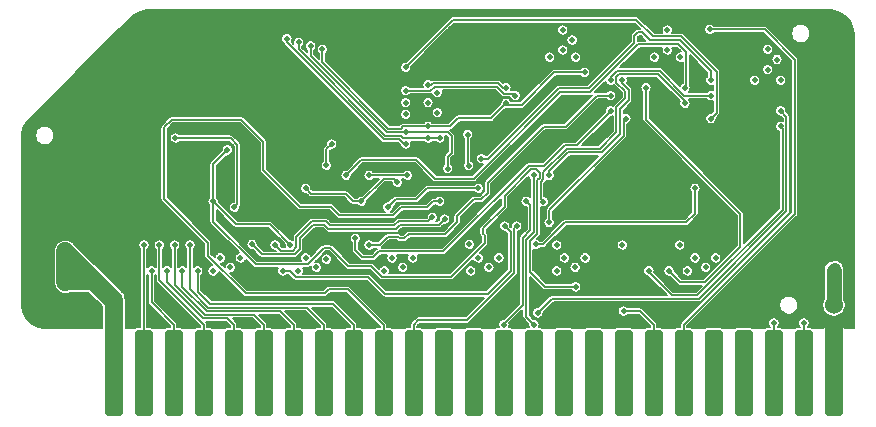
<source format=gbl>
G04 #@! TF.GenerationSoftware,KiCad,Pcbnew,(5.1.5-0-10_14)*
G04 #@! TF.CreationDate,2020-09-29T19:44:57-04:00*
G04 #@! TF.ProjectId,RAM128,52414d31-3238-42e6-9b69-6361645f7063,rev?*
G04 #@! TF.SameCoordinates,Original*
G04 #@! TF.FileFunction,Copper,L4,Bot*
G04 #@! TF.FilePolarity,Positive*
%FSLAX46Y46*%
G04 Gerber Fmt 4.6, Leading zero omitted, Abs format (unit mm)*
G04 Created by KiCad (PCBNEW (5.1.5-0-10_14)) date 2020-09-29 19:44:57*
%MOMM*%
%LPD*%
G04 APERTURE LIST*
%ADD10C,0.100000*%
%ADD11C,2.000000*%
%ADD12C,1.524000*%
%ADD13C,0.600000*%
%ADD14C,0.500000*%
%ADD15C,0.800000*%
%ADD16C,1.000000*%
%ADD17C,1.270000*%
%ADD18C,1.016000*%
%ADD19C,1.524000*%
%ADD20C,0.150000*%
%ADD21C,0.152400*%
G04 APERTURE END LIST*
G04 #@! TA.AperFunction,SMDPad,CuDef*
D10*
G36*
X137578345Y-131613835D02*
G01*
X137615329Y-131619321D01*
X137651598Y-131628406D01*
X137686802Y-131641002D01*
X137720602Y-131656988D01*
X137752672Y-131676210D01*
X137782704Y-131698483D01*
X137810408Y-131723592D01*
X137835517Y-131751296D01*
X137857790Y-131781328D01*
X137877012Y-131813398D01*
X137892998Y-131847198D01*
X137905594Y-131882402D01*
X137914679Y-131918671D01*
X137920165Y-131955655D01*
X137922000Y-131993000D01*
X137922000Y-138571000D01*
X137920165Y-138608345D01*
X137914679Y-138645329D01*
X137905594Y-138681598D01*
X137892998Y-138716802D01*
X137877012Y-138750602D01*
X137857790Y-138782672D01*
X137835517Y-138812704D01*
X137810408Y-138840408D01*
X137782704Y-138865517D01*
X137752672Y-138887790D01*
X137720602Y-138907012D01*
X137686802Y-138922998D01*
X137651598Y-138935594D01*
X137615329Y-138944679D01*
X137578345Y-138950165D01*
X137541000Y-138952000D01*
X136779000Y-138952000D01*
X136741655Y-138950165D01*
X136704671Y-138944679D01*
X136668402Y-138935594D01*
X136633198Y-138922998D01*
X136599398Y-138907012D01*
X136567328Y-138887790D01*
X136537296Y-138865517D01*
X136509592Y-138840408D01*
X136484483Y-138812704D01*
X136462210Y-138782672D01*
X136442988Y-138750602D01*
X136427002Y-138716802D01*
X136414406Y-138681598D01*
X136405321Y-138645329D01*
X136399835Y-138608345D01*
X136398000Y-138571000D01*
X136398000Y-131993000D01*
X136399835Y-131955655D01*
X136405321Y-131918671D01*
X136414406Y-131882402D01*
X136427002Y-131847198D01*
X136442988Y-131813398D01*
X136462210Y-131781328D01*
X136484483Y-131751296D01*
X136509592Y-131723592D01*
X136537296Y-131698483D01*
X136567328Y-131676210D01*
X136599398Y-131656988D01*
X136633198Y-131641002D01*
X136668402Y-131628406D01*
X136704671Y-131619321D01*
X136741655Y-131613835D01*
X136779000Y-131612000D01*
X137541000Y-131612000D01*
X137578345Y-131613835D01*
G37*
G04 #@! TD.AperFunction*
G04 #@! TA.AperFunction,SMDPad,CuDef*
G36*
X135038345Y-131613835D02*
G01*
X135075329Y-131619321D01*
X135111598Y-131628406D01*
X135146802Y-131641002D01*
X135180602Y-131656988D01*
X135212672Y-131676210D01*
X135242704Y-131698483D01*
X135270408Y-131723592D01*
X135295517Y-131751296D01*
X135317790Y-131781328D01*
X135337012Y-131813398D01*
X135352998Y-131847198D01*
X135365594Y-131882402D01*
X135374679Y-131918671D01*
X135380165Y-131955655D01*
X135382000Y-131993000D01*
X135382000Y-138571000D01*
X135380165Y-138608345D01*
X135374679Y-138645329D01*
X135365594Y-138681598D01*
X135352998Y-138716802D01*
X135337012Y-138750602D01*
X135317790Y-138782672D01*
X135295517Y-138812704D01*
X135270408Y-138840408D01*
X135242704Y-138865517D01*
X135212672Y-138887790D01*
X135180602Y-138907012D01*
X135146802Y-138922998D01*
X135111598Y-138935594D01*
X135075329Y-138944679D01*
X135038345Y-138950165D01*
X135001000Y-138952000D01*
X134239000Y-138952000D01*
X134201655Y-138950165D01*
X134164671Y-138944679D01*
X134128402Y-138935594D01*
X134093198Y-138922998D01*
X134059398Y-138907012D01*
X134027328Y-138887790D01*
X133997296Y-138865517D01*
X133969592Y-138840408D01*
X133944483Y-138812704D01*
X133922210Y-138782672D01*
X133902988Y-138750602D01*
X133887002Y-138716802D01*
X133874406Y-138681598D01*
X133865321Y-138645329D01*
X133859835Y-138608345D01*
X133858000Y-138571000D01*
X133858000Y-131993000D01*
X133859835Y-131955655D01*
X133865321Y-131918671D01*
X133874406Y-131882402D01*
X133887002Y-131847198D01*
X133902988Y-131813398D01*
X133922210Y-131781328D01*
X133944483Y-131751296D01*
X133969592Y-131723592D01*
X133997296Y-131698483D01*
X134027328Y-131676210D01*
X134059398Y-131656988D01*
X134093198Y-131641002D01*
X134128402Y-131628406D01*
X134164671Y-131619321D01*
X134201655Y-131613835D01*
X134239000Y-131612000D01*
X135001000Y-131612000D01*
X135038345Y-131613835D01*
G37*
G04 #@! TD.AperFunction*
G04 #@! TA.AperFunction,SMDPad,CuDef*
G36*
X132498345Y-131613835D02*
G01*
X132535329Y-131619321D01*
X132571598Y-131628406D01*
X132606802Y-131641002D01*
X132640602Y-131656988D01*
X132672672Y-131676210D01*
X132702704Y-131698483D01*
X132730408Y-131723592D01*
X132755517Y-131751296D01*
X132777790Y-131781328D01*
X132797012Y-131813398D01*
X132812998Y-131847198D01*
X132825594Y-131882402D01*
X132834679Y-131918671D01*
X132840165Y-131955655D01*
X132842000Y-131993000D01*
X132842000Y-138571000D01*
X132840165Y-138608345D01*
X132834679Y-138645329D01*
X132825594Y-138681598D01*
X132812998Y-138716802D01*
X132797012Y-138750602D01*
X132777790Y-138782672D01*
X132755517Y-138812704D01*
X132730408Y-138840408D01*
X132702704Y-138865517D01*
X132672672Y-138887790D01*
X132640602Y-138907012D01*
X132606802Y-138922998D01*
X132571598Y-138935594D01*
X132535329Y-138944679D01*
X132498345Y-138950165D01*
X132461000Y-138952000D01*
X131699000Y-138952000D01*
X131661655Y-138950165D01*
X131624671Y-138944679D01*
X131588402Y-138935594D01*
X131553198Y-138922998D01*
X131519398Y-138907012D01*
X131487328Y-138887790D01*
X131457296Y-138865517D01*
X131429592Y-138840408D01*
X131404483Y-138812704D01*
X131382210Y-138782672D01*
X131362988Y-138750602D01*
X131347002Y-138716802D01*
X131334406Y-138681598D01*
X131325321Y-138645329D01*
X131319835Y-138608345D01*
X131318000Y-138571000D01*
X131318000Y-131993000D01*
X131319835Y-131955655D01*
X131325321Y-131918671D01*
X131334406Y-131882402D01*
X131347002Y-131847198D01*
X131362988Y-131813398D01*
X131382210Y-131781328D01*
X131404483Y-131751296D01*
X131429592Y-131723592D01*
X131457296Y-131698483D01*
X131487328Y-131676210D01*
X131519398Y-131656988D01*
X131553198Y-131641002D01*
X131588402Y-131628406D01*
X131624671Y-131619321D01*
X131661655Y-131613835D01*
X131699000Y-131612000D01*
X132461000Y-131612000D01*
X132498345Y-131613835D01*
G37*
G04 #@! TD.AperFunction*
G04 #@! TA.AperFunction,SMDPad,CuDef*
G36*
X76618345Y-131613835D02*
G01*
X76655329Y-131619321D01*
X76691598Y-131628406D01*
X76726802Y-131641002D01*
X76760602Y-131656988D01*
X76792672Y-131676210D01*
X76822704Y-131698483D01*
X76850408Y-131723592D01*
X76875517Y-131751296D01*
X76897790Y-131781328D01*
X76917012Y-131813398D01*
X76932998Y-131847198D01*
X76945594Y-131882402D01*
X76954679Y-131918671D01*
X76960165Y-131955655D01*
X76962000Y-131993000D01*
X76962000Y-138571000D01*
X76960165Y-138608345D01*
X76954679Y-138645329D01*
X76945594Y-138681598D01*
X76932998Y-138716802D01*
X76917012Y-138750602D01*
X76897790Y-138782672D01*
X76875517Y-138812704D01*
X76850408Y-138840408D01*
X76822704Y-138865517D01*
X76792672Y-138887790D01*
X76760602Y-138907012D01*
X76726802Y-138922998D01*
X76691598Y-138935594D01*
X76655329Y-138944679D01*
X76618345Y-138950165D01*
X76581000Y-138952000D01*
X75819000Y-138952000D01*
X75781655Y-138950165D01*
X75744671Y-138944679D01*
X75708402Y-138935594D01*
X75673198Y-138922998D01*
X75639398Y-138907012D01*
X75607328Y-138887790D01*
X75577296Y-138865517D01*
X75549592Y-138840408D01*
X75524483Y-138812704D01*
X75502210Y-138782672D01*
X75482988Y-138750602D01*
X75467002Y-138716802D01*
X75454406Y-138681598D01*
X75445321Y-138645329D01*
X75439835Y-138608345D01*
X75438000Y-138571000D01*
X75438000Y-131993000D01*
X75439835Y-131955655D01*
X75445321Y-131918671D01*
X75454406Y-131882402D01*
X75467002Y-131847198D01*
X75482988Y-131813398D01*
X75502210Y-131781328D01*
X75524483Y-131751296D01*
X75549592Y-131723592D01*
X75577296Y-131698483D01*
X75607328Y-131676210D01*
X75639398Y-131656988D01*
X75673198Y-131641002D01*
X75708402Y-131628406D01*
X75744671Y-131619321D01*
X75781655Y-131613835D01*
X75819000Y-131612000D01*
X76581000Y-131612000D01*
X76618345Y-131613835D01*
G37*
G04 #@! TD.AperFunction*
G04 #@! TA.AperFunction,SMDPad,CuDef*
G36*
X79158345Y-131613835D02*
G01*
X79195329Y-131619321D01*
X79231598Y-131628406D01*
X79266802Y-131641002D01*
X79300602Y-131656988D01*
X79332672Y-131676210D01*
X79362704Y-131698483D01*
X79390408Y-131723592D01*
X79415517Y-131751296D01*
X79437790Y-131781328D01*
X79457012Y-131813398D01*
X79472998Y-131847198D01*
X79485594Y-131882402D01*
X79494679Y-131918671D01*
X79500165Y-131955655D01*
X79502000Y-131993000D01*
X79502000Y-138571000D01*
X79500165Y-138608345D01*
X79494679Y-138645329D01*
X79485594Y-138681598D01*
X79472998Y-138716802D01*
X79457012Y-138750602D01*
X79437790Y-138782672D01*
X79415517Y-138812704D01*
X79390408Y-138840408D01*
X79362704Y-138865517D01*
X79332672Y-138887790D01*
X79300602Y-138907012D01*
X79266802Y-138922998D01*
X79231598Y-138935594D01*
X79195329Y-138944679D01*
X79158345Y-138950165D01*
X79121000Y-138952000D01*
X78359000Y-138952000D01*
X78321655Y-138950165D01*
X78284671Y-138944679D01*
X78248402Y-138935594D01*
X78213198Y-138922998D01*
X78179398Y-138907012D01*
X78147328Y-138887790D01*
X78117296Y-138865517D01*
X78089592Y-138840408D01*
X78064483Y-138812704D01*
X78042210Y-138782672D01*
X78022988Y-138750602D01*
X78007002Y-138716802D01*
X77994406Y-138681598D01*
X77985321Y-138645329D01*
X77979835Y-138608345D01*
X77978000Y-138571000D01*
X77978000Y-131993000D01*
X77979835Y-131955655D01*
X77985321Y-131918671D01*
X77994406Y-131882402D01*
X78007002Y-131847198D01*
X78022988Y-131813398D01*
X78042210Y-131781328D01*
X78064483Y-131751296D01*
X78089592Y-131723592D01*
X78117296Y-131698483D01*
X78147328Y-131676210D01*
X78179398Y-131656988D01*
X78213198Y-131641002D01*
X78248402Y-131628406D01*
X78284671Y-131619321D01*
X78321655Y-131613835D01*
X78359000Y-131612000D01*
X79121000Y-131612000D01*
X79158345Y-131613835D01*
G37*
G04 #@! TD.AperFunction*
G04 #@! TA.AperFunction,SMDPad,CuDef*
G36*
X81698345Y-131613835D02*
G01*
X81735329Y-131619321D01*
X81771598Y-131628406D01*
X81806802Y-131641002D01*
X81840602Y-131656988D01*
X81872672Y-131676210D01*
X81902704Y-131698483D01*
X81930408Y-131723592D01*
X81955517Y-131751296D01*
X81977790Y-131781328D01*
X81997012Y-131813398D01*
X82012998Y-131847198D01*
X82025594Y-131882402D01*
X82034679Y-131918671D01*
X82040165Y-131955655D01*
X82042000Y-131993000D01*
X82042000Y-138571000D01*
X82040165Y-138608345D01*
X82034679Y-138645329D01*
X82025594Y-138681598D01*
X82012998Y-138716802D01*
X81997012Y-138750602D01*
X81977790Y-138782672D01*
X81955517Y-138812704D01*
X81930408Y-138840408D01*
X81902704Y-138865517D01*
X81872672Y-138887790D01*
X81840602Y-138907012D01*
X81806802Y-138922998D01*
X81771598Y-138935594D01*
X81735329Y-138944679D01*
X81698345Y-138950165D01*
X81661000Y-138952000D01*
X80899000Y-138952000D01*
X80861655Y-138950165D01*
X80824671Y-138944679D01*
X80788402Y-138935594D01*
X80753198Y-138922998D01*
X80719398Y-138907012D01*
X80687328Y-138887790D01*
X80657296Y-138865517D01*
X80629592Y-138840408D01*
X80604483Y-138812704D01*
X80582210Y-138782672D01*
X80562988Y-138750602D01*
X80547002Y-138716802D01*
X80534406Y-138681598D01*
X80525321Y-138645329D01*
X80519835Y-138608345D01*
X80518000Y-138571000D01*
X80518000Y-131993000D01*
X80519835Y-131955655D01*
X80525321Y-131918671D01*
X80534406Y-131882402D01*
X80547002Y-131847198D01*
X80562988Y-131813398D01*
X80582210Y-131781328D01*
X80604483Y-131751296D01*
X80629592Y-131723592D01*
X80657296Y-131698483D01*
X80687328Y-131676210D01*
X80719398Y-131656988D01*
X80753198Y-131641002D01*
X80788402Y-131628406D01*
X80824671Y-131619321D01*
X80861655Y-131613835D01*
X80899000Y-131612000D01*
X81661000Y-131612000D01*
X81698345Y-131613835D01*
G37*
G04 #@! TD.AperFunction*
G04 #@! TA.AperFunction,SMDPad,CuDef*
G36*
X84238345Y-131613835D02*
G01*
X84275329Y-131619321D01*
X84311598Y-131628406D01*
X84346802Y-131641002D01*
X84380602Y-131656988D01*
X84412672Y-131676210D01*
X84442704Y-131698483D01*
X84470408Y-131723592D01*
X84495517Y-131751296D01*
X84517790Y-131781328D01*
X84537012Y-131813398D01*
X84552998Y-131847198D01*
X84565594Y-131882402D01*
X84574679Y-131918671D01*
X84580165Y-131955655D01*
X84582000Y-131993000D01*
X84582000Y-138571000D01*
X84580165Y-138608345D01*
X84574679Y-138645329D01*
X84565594Y-138681598D01*
X84552998Y-138716802D01*
X84537012Y-138750602D01*
X84517790Y-138782672D01*
X84495517Y-138812704D01*
X84470408Y-138840408D01*
X84442704Y-138865517D01*
X84412672Y-138887790D01*
X84380602Y-138907012D01*
X84346802Y-138922998D01*
X84311598Y-138935594D01*
X84275329Y-138944679D01*
X84238345Y-138950165D01*
X84201000Y-138952000D01*
X83439000Y-138952000D01*
X83401655Y-138950165D01*
X83364671Y-138944679D01*
X83328402Y-138935594D01*
X83293198Y-138922998D01*
X83259398Y-138907012D01*
X83227328Y-138887790D01*
X83197296Y-138865517D01*
X83169592Y-138840408D01*
X83144483Y-138812704D01*
X83122210Y-138782672D01*
X83102988Y-138750602D01*
X83087002Y-138716802D01*
X83074406Y-138681598D01*
X83065321Y-138645329D01*
X83059835Y-138608345D01*
X83058000Y-138571000D01*
X83058000Y-131993000D01*
X83059835Y-131955655D01*
X83065321Y-131918671D01*
X83074406Y-131882402D01*
X83087002Y-131847198D01*
X83102988Y-131813398D01*
X83122210Y-131781328D01*
X83144483Y-131751296D01*
X83169592Y-131723592D01*
X83197296Y-131698483D01*
X83227328Y-131676210D01*
X83259398Y-131656988D01*
X83293198Y-131641002D01*
X83328402Y-131628406D01*
X83364671Y-131619321D01*
X83401655Y-131613835D01*
X83439000Y-131612000D01*
X84201000Y-131612000D01*
X84238345Y-131613835D01*
G37*
G04 #@! TD.AperFunction*
G04 #@! TA.AperFunction,SMDPad,CuDef*
G36*
X86778345Y-131613835D02*
G01*
X86815329Y-131619321D01*
X86851598Y-131628406D01*
X86886802Y-131641002D01*
X86920602Y-131656988D01*
X86952672Y-131676210D01*
X86982704Y-131698483D01*
X87010408Y-131723592D01*
X87035517Y-131751296D01*
X87057790Y-131781328D01*
X87077012Y-131813398D01*
X87092998Y-131847198D01*
X87105594Y-131882402D01*
X87114679Y-131918671D01*
X87120165Y-131955655D01*
X87122000Y-131993000D01*
X87122000Y-138571000D01*
X87120165Y-138608345D01*
X87114679Y-138645329D01*
X87105594Y-138681598D01*
X87092998Y-138716802D01*
X87077012Y-138750602D01*
X87057790Y-138782672D01*
X87035517Y-138812704D01*
X87010408Y-138840408D01*
X86982704Y-138865517D01*
X86952672Y-138887790D01*
X86920602Y-138907012D01*
X86886802Y-138922998D01*
X86851598Y-138935594D01*
X86815329Y-138944679D01*
X86778345Y-138950165D01*
X86741000Y-138952000D01*
X85979000Y-138952000D01*
X85941655Y-138950165D01*
X85904671Y-138944679D01*
X85868402Y-138935594D01*
X85833198Y-138922998D01*
X85799398Y-138907012D01*
X85767328Y-138887790D01*
X85737296Y-138865517D01*
X85709592Y-138840408D01*
X85684483Y-138812704D01*
X85662210Y-138782672D01*
X85642988Y-138750602D01*
X85627002Y-138716802D01*
X85614406Y-138681598D01*
X85605321Y-138645329D01*
X85599835Y-138608345D01*
X85598000Y-138571000D01*
X85598000Y-131993000D01*
X85599835Y-131955655D01*
X85605321Y-131918671D01*
X85614406Y-131882402D01*
X85627002Y-131847198D01*
X85642988Y-131813398D01*
X85662210Y-131781328D01*
X85684483Y-131751296D01*
X85709592Y-131723592D01*
X85737296Y-131698483D01*
X85767328Y-131676210D01*
X85799398Y-131656988D01*
X85833198Y-131641002D01*
X85868402Y-131628406D01*
X85904671Y-131619321D01*
X85941655Y-131613835D01*
X85979000Y-131612000D01*
X86741000Y-131612000D01*
X86778345Y-131613835D01*
G37*
G04 #@! TD.AperFunction*
G04 #@! TA.AperFunction,SMDPad,CuDef*
G36*
X89318345Y-131613835D02*
G01*
X89355329Y-131619321D01*
X89391598Y-131628406D01*
X89426802Y-131641002D01*
X89460602Y-131656988D01*
X89492672Y-131676210D01*
X89522704Y-131698483D01*
X89550408Y-131723592D01*
X89575517Y-131751296D01*
X89597790Y-131781328D01*
X89617012Y-131813398D01*
X89632998Y-131847198D01*
X89645594Y-131882402D01*
X89654679Y-131918671D01*
X89660165Y-131955655D01*
X89662000Y-131993000D01*
X89662000Y-138571000D01*
X89660165Y-138608345D01*
X89654679Y-138645329D01*
X89645594Y-138681598D01*
X89632998Y-138716802D01*
X89617012Y-138750602D01*
X89597790Y-138782672D01*
X89575517Y-138812704D01*
X89550408Y-138840408D01*
X89522704Y-138865517D01*
X89492672Y-138887790D01*
X89460602Y-138907012D01*
X89426802Y-138922998D01*
X89391598Y-138935594D01*
X89355329Y-138944679D01*
X89318345Y-138950165D01*
X89281000Y-138952000D01*
X88519000Y-138952000D01*
X88481655Y-138950165D01*
X88444671Y-138944679D01*
X88408402Y-138935594D01*
X88373198Y-138922998D01*
X88339398Y-138907012D01*
X88307328Y-138887790D01*
X88277296Y-138865517D01*
X88249592Y-138840408D01*
X88224483Y-138812704D01*
X88202210Y-138782672D01*
X88182988Y-138750602D01*
X88167002Y-138716802D01*
X88154406Y-138681598D01*
X88145321Y-138645329D01*
X88139835Y-138608345D01*
X88138000Y-138571000D01*
X88138000Y-131993000D01*
X88139835Y-131955655D01*
X88145321Y-131918671D01*
X88154406Y-131882402D01*
X88167002Y-131847198D01*
X88182988Y-131813398D01*
X88202210Y-131781328D01*
X88224483Y-131751296D01*
X88249592Y-131723592D01*
X88277296Y-131698483D01*
X88307328Y-131676210D01*
X88339398Y-131656988D01*
X88373198Y-131641002D01*
X88408402Y-131628406D01*
X88444671Y-131619321D01*
X88481655Y-131613835D01*
X88519000Y-131612000D01*
X89281000Y-131612000D01*
X89318345Y-131613835D01*
G37*
G04 #@! TD.AperFunction*
G04 #@! TA.AperFunction,SMDPad,CuDef*
G36*
X91858345Y-131613835D02*
G01*
X91895329Y-131619321D01*
X91931598Y-131628406D01*
X91966802Y-131641002D01*
X92000602Y-131656988D01*
X92032672Y-131676210D01*
X92062704Y-131698483D01*
X92090408Y-131723592D01*
X92115517Y-131751296D01*
X92137790Y-131781328D01*
X92157012Y-131813398D01*
X92172998Y-131847198D01*
X92185594Y-131882402D01*
X92194679Y-131918671D01*
X92200165Y-131955655D01*
X92202000Y-131993000D01*
X92202000Y-138571000D01*
X92200165Y-138608345D01*
X92194679Y-138645329D01*
X92185594Y-138681598D01*
X92172998Y-138716802D01*
X92157012Y-138750602D01*
X92137790Y-138782672D01*
X92115517Y-138812704D01*
X92090408Y-138840408D01*
X92062704Y-138865517D01*
X92032672Y-138887790D01*
X92000602Y-138907012D01*
X91966802Y-138922998D01*
X91931598Y-138935594D01*
X91895329Y-138944679D01*
X91858345Y-138950165D01*
X91821000Y-138952000D01*
X91059000Y-138952000D01*
X91021655Y-138950165D01*
X90984671Y-138944679D01*
X90948402Y-138935594D01*
X90913198Y-138922998D01*
X90879398Y-138907012D01*
X90847328Y-138887790D01*
X90817296Y-138865517D01*
X90789592Y-138840408D01*
X90764483Y-138812704D01*
X90742210Y-138782672D01*
X90722988Y-138750602D01*
X90707002Y-138716802D01*
X90694406Y-138681598D01*
X90685321Y-138645329D01*
X90679835Y-138608345D01*
X90678000Y-138571000D01*
X90678000Y-131993000D01*
X90679835Y-131955655D01*
X90685321Y-131918671D01*
X90694406Y-131882402D01*
X90707002Y-131847198D01*
X90722988Y-131813398D01*
X90742210Y-131781328D01*
X90764483Y-131751296D01*
X90789592Y-131723592D01*
X90817296Y-131698483D01*
X90847328Y-131676210D01*
X90879398Y-131656988D01*
X90913198Y-131641002D01*
X90948402Y-131628406D01*
X90984671Y-131619321D01*
X91021655Y-131613835D01*
X91059000Y-131612000D01*
X91821000Y-131612000D01*
X91858345Y-131613835D01*
G37*
G04 #@! TD.AperFunction*
G04 #@! TA.AperFunction,SMDPad,CuDef*
G36*
X94398345Y-131613835D02*
G01*
X94435329Y-131619321D01*
X94471598Y-131628406D01*
X94506802Y-131641002D01*
X94540602Y-131656988D01*
X94572672Y-131676210D01*
X94602704Y-131698483D01*
X94630408Y-131723592D01*
X94655517Y-131751296D01*
X94677790Y-131781328D01*
X94697012Y-131813398D01*
X94712998Y-131847198D01*
X94725594Y-131882402D01*
X94734679Y-131918671D01*
X94740165Y-131955655D01*
X94742000Y-131993000D01*
X94742000Y-138571000D01*
X94740165Y-138608345D01*
X94734679Y-138645329D01*
X94725594Y-138681598D01*
X94712998Y-138716802D01*
X94697012Y-138750602D01*
X94677790Y-138782672D01*
X94655517Y-138812704D01*
X94630408Y-138840408D01*
X94602704Y-138865517D01*
X94572672Y-138887790D01*
X94540602Y-138907012D01*
X94506802Y-138922998D01*
X94471598Y-138935594D01*
X94435329Y-138944679D01*
X94398345Y-138950165D01*
X94361000Y-138952000D01*
X93599000Y-138952000D01*
X93561655Y-138950165D01*
X93524671Y-138944679D01*
X93488402Y-138935594D01*
X93453198Y-138922998D01*
X93419398Y-138907012D01*
X93387328Y-138887790D01*
X93357296Y-138865517D01*
X93329592Y-138840408D01*
X93304483Y-138812704D01*
X93282210Y-138782672D01*
X93262988Y-138750602D01*
X93247002Y-138716802D01*
X93234406Y-138681598D01*
X93225321Y-138645329D01*
X93219835Y-138608345D01*
X93218000Y-138571000D01*
X93218000Y-131993000D01*
X93219835Y-131955655D01*
X93225321Y-131918671D01*
X93234406Y-131882402D01*
X93247002Y-131847198D01*
X93262988Y-131813398D01*
X93282210Y-131781328D01*
X93304483Y-131751296D01*
X93329592Y-131723592D01*
X93357296Y-131698483D01*
X93387328Y-131676210D01*
X93419398Y-131656988D01*
X93453198Y-131641002D01*
X93488402Y-131628406D01*
X93524671Y-131619321D01*
X93561655Y-131613835D01*
X93599000Y-131612000D01*
X94361000Y-131612000D01*
X94398345Y-131613835D01*
G37*
G04 #@! TD.AperFunction*
G04 #@! TA.AperFunction,SMDPad,CuDef*
G36*
X96938345Y-131613835D02*
G01*
X96975329Y-131619321D01*
X97011598Y-131628406D01*
X97046802Y-131641002D01*
X97080602Y-131656988D01*
X97112672Y-131676210D01*
X97142704Y-131698483D01*
X97170408Y-131723592D01*
X97195517Y-131751296D01*
X97217790Y-131781328D01*
X97237012Y-131813398D01*
X97252998Y-131847198D01*
X97265594Y-131882402D01*
X97274679Y-131918671D01*
X97280165Y-131955655D01*
X97282000Y-131993000D01*
X97282000Y-138571000D01*
X97280165Y-138608345D01*
X97274679Y-138645329D01*
X97265594Y-138681598D01*
X97252998Y-138716802D01*
X97237012Y-138750602D01*
X97217790Y-138782672D01*
X97195517Y-138812704D01*
X97170408Y-138840408D01*
X97142704Y-138865517D01*
X97112672Y-138887790D01*
X97080602Y-138907012D01*
X97046802Y-138922998D01*
X97011598Y-138935594D01*
X96975329Y-138944679D01*
X96938345Y-138950165D01*
X96901000Y-138952000D01*
X96139000Y-138952000D01*
X96101655Y-138950165D01*
X96064671Y-138944679D01*
X96028402Y-138935594D01*
X95993198Y-138922998D01*
X95959398Y-138907012D01*
X95927328Y-138887790D01*
X95897296Y-138865517D01*
X95869592Y-138840408D01*
X95844483Y-138812704D01*
X95822210Y-138782672D01*
X95802988Y-138750602D01*
X95787002Y-138716802D01*
X95774406Y-138681598D01*
X95765321Y-138645329D01*
X95759835Y-138608345D01*
X95758000Y-138571000D01*
X95758000Y-131993000D01*
X95759835Y-131955655D01*
X95765321Y-131918671D01*
X95774406Y-131882402D01*
X95787002Y-131847198D01*
X95802988Y-131813398D01*
X95822210Y-131781328D01*
X95844483Y-131751296D01*
X95869592Y-131723592D01*
X95897296Y-131698483D01*
X95927328Y-131676210D01*
X95959398Y-131656988D01*
X95993198Y-131641002D01*
X96028402Y-131628406D01*
X96064671Y-131619321D01*
X96101655Y-131613835D01*
X96139000Y-131612000D01*
X96901000Y-131612000D01*
X96938345Y-131613835D01*
G37*
G04 #@! TD.AperFunction*
G04 #@! TA.AperFunction,SMDPad,CuDef*
G36*
X99478345Y-131613835D02*
G01*
X99515329Y-131619321D01*
X99551598Y-131628406D01*
X99586802Y-131641002D01*
X99620602Y-131656988D01*
X99652672Y-131676210D01*
X99682704Y-131698483D01*
X99710408Y-131723592D01*
X99735517Y-131751296D01*
X99757790Y-131781328D01*
X99777012Y-131813398D01*
X99792998Y-131847198D01*
X99805594Y-131882402D01*
X99814679Y-131918671D01*
X99820165Y-131955655D01*
X99822000Y-131993000D01*
X99822000Y-138571000D01*
X99820165Y-138608345D01*
X99814679Y-138645329D01*
X99805594Y-138681598D01*
X99792998Y-138716802D01*
X99777012Y-138750602D01*
X99757790Y-138782672D01*
X99735517Y-138812704D01*
X99710408Y-138840408D01*
X99682704Y-138865517D01*
X99652672Y-138887790D01*
X99620602Y-138907012D01*
X99586802Y-138922998D01*
X99551598Y-138935594D01*
X99515329Y-138944679D01*
X99478345Y-138950165D01*
X99441000Y-138952000D01*
X98679000Y-138952000D01*
X98641655Y-138950165D01*
X98604671Y-138944679D01*
X98568402Y-138935594D01*
X98533198Y-138922998D01*
X98499398Y-138907012D01*
X98467328Y-138887790D01*
X98437296Y-138865517D01*
X98409592Y-138840408D01*
X98384483Y-138812704D01*
X98362210Y-138782672D01*
X98342988Y-138750602D01*
X98327002Y-138716802D01*
X98314406Y-138681598D01*
X98305321Y-138645329D01*
X98299835Y-138608345D01*
X98298000Y-138571000D01*
X98298000Y-131993000D01*
X98299835Y-131955655D01*
X98305321Y-131918671D01*
X98314406Y-131882402D01*
X98327002Y-131847198D01*
X98342988Y-131813398D01*
X98362210Y-131781328D01*
X98384483Y-131751296D01*
X98409592Y-131723592D01*
X98437296Y-131698483D01*
X98467328Y-131676210D01*
X98499398Y-131656988D01*
X98533198Y-131641002D01*
X98568402Y-131628406D01*
X98604671Y-131619321D01*
X98641655Y-131613835D01*
X98679000Y-131612000D01*
X99441000Y-131612000D01*
X99478345Y-131613835D01*
G37*
G04 #@! TD.AperFunction*
G04 #@! TA.AperFunction,SMDPad,CuDef*
G36*
X102018345Y-131613835D02*
G01*
X102055329Y-131619321D01*
X102091598Y-131628406D01*
X102126802Y-131641002D01*
X102160602Y-131656988D01*
X102192672Y-131676210D01*
X102222704Y-131698483D01*
X102250408Y-131723592D01*
X102275517Y-131751296D01*
X102297790Y-131781328D01*
X102317012Y-131813398D01*
X102332998Y-131847198D01*
X102345594Y-131882402D01*
X102354679Y-131918671D01*
X102360165Y-131955655D01*
X102362000Y-131993000D01*
X102362000Y-138571000D01*
X102360165Y-138608345D01*
X102354679Y-138645329D01*
X102345594Y-138681598D01*
X102332998Y-138716802D01*
X102317012Y-138750602D01*
X102297790Y-138782672D01*
X102275517Y-138812704D01*
X102250408Y-138840408D01*
X102222704Y-138865517D01*
X102192672Y-138887790D01*
X102160602Y-138907012D01*
X102126802Y-138922998D01*
X102091598Y-138935594D01*
X102055329Y-138944679D01*
X102018345Y-138950165D01*
X101981000Y-138952000D01*
X101219000Y-138952000D01*
X101181655Y-138950165D01*
X101144671Y-138944679D01*
X101108402Y-138935594D01*
X101073198Y-138922998D01*
X101039398Y-138907012D01*
X101007328Y-138887790D01*
X100977296Y-138865517D01*
X100949592Y-138840408D01*
X100924483Y-138812704D01*
X100902210Y-138782672D01*
X100882988Y-138750602D01*
X100867002Y-138716802D01*
X100854406Y-138681598D01*
X100845321Y-138645329D01*
X100839835Y-138608345D01*
X100838000Y-138571000D01*
X100838000Y-131993000D01*
X100839835Y-131955655D01*
X100845321Y-131918671D01*
X100854406Y-131882402D01*
X100867002Y-131847198D01*
X100882988Y-131813398D01*
X100902210Y-131781328D01*
X100924483Y-131751296D01*
X100949592Y-131723592D01*
X100977296Y-131698483D01*
X101007328Y-131676210D01*
X101039398Y-131656988D01*
X101073198Y-131641002D01*
X101108402Y-131628406D01*
X101144671Y-131619321D01*
X101181655Y-131613835D01*
X101219000Y-131612000D01*
X101981000Y-131612000D01*
X102018345Y-131613835D01*
G37*
G04 #@! TD.AperFunction*
G04 #@! TA.AperFunction,SMDPad,CuDef*
G36*
X104558345Y-131613835D02*
G01*
X104595329Y-131619321D01*
X104631598Y-131628406D01*
X104666802Y-131641002D01*
X104700602Y-131656988D01*
X104732672Y-131676210D01*
X104762704Y-131698483D01*
X104790408Y-131723592D01*
X104815517Y-131751296D01*
X104837790Y-131781328D01*
X104857012Y-131813398D01*
X104872998Y-131847198D01*
X104885594Y-131882402D01*
X104894679Y-131918671D01*
X104900165Y-131955655D01*
X104902000Y-131993000D01*
X104902000Y-138571000D01*
X104900165Y-138608345D01*
X104894679Y-138645329D01*
X104885594Y-138681598D01*
X104872998Y-138716802D01*
X104857012Y-138750602D01*
X104837790Y-138782672D01*
X104815517Y-138812704D01*
X104790408Y-138840408D01*
X104762704Y-138865517D01*
X104732672Y-138887790D01*
X104700602Y-138907012D01*
X104666802Y-138922998D01*
X104631598Y-138935594D01*
X104595329Y-138944679D01*
X104558345Y-138950165D01*
X104521000Y-138952000D01*
X103759000Y-138952000D01*
X103721655Y-138950165D01*
X103684671Y-138944679D01*
X103648402Y-138935594D01*
X103613198Y-138922998D01*
X103579398Y-138907012D01*
X103547328Y-138887790D01*
X103517296Y-138865517D01*
X103489592Y-138840408D01*
X103464483Y-138812704D01*
X103442210Y-138782672D01*
X103422988Y-138750602D01*
X103407002Y-138716802D01*
X103394406Y-138681598D01*
X103385321Y-138645329D01*
X103379835Y-138608345D01*
X103378000Y-138571000D01*
X103378000Y-131993000D01*
X103379835Y-131955655D01*
X103385321Y-131918671D01*
X103394406Y-131882402D01*
X103407002Y-131847198D01*
X103422988Y-131813398D01*
X103442210Y-131781328D01*
X103464483Y-131751296D01*
X103489592Y-131723592D01*
X103517296Y-131698483D01*
X103547328Y-131676210D01*
X103579398Y-131656988D01*
X103613198Y-131641002D01*
X103648402Y-131628406D01*
X103684671Y-131619321D01*
X103721655Y-131613835D01*
X103759000Y-131612000D01*
X104521000Y-131612000D01*
X104558345Y-131613835D01*
G37*
G04 #@! TD.AperFunction*
G04 #@! TA.AperFunction,SMDPad,CuDef*
G36*
X107098345Y-131613835D02*
G01*
X107135329Y-131619321D01*
X107171598Y-131628406D01*
X107206802Y-131641002D01*
X107240602Y-131656988D01*
X107272672Y-131676210D01*
X107302704Y-131698483D01*
X107330408Y-131723592D01*
X107355517Y-131751296D01*
X107377790Y-131781328D01*
X107397012Y-131813398D01*
X107412998Y-131847198D01*
X107425594Y-131882402D01*
X107434679Y-131918671D01*
X107440165Y-131955655D01*
X107442000Y-131993000D01*
X107442000Y-138571000D01*
X107440165Y-138608345D01*
X107434679Y-138645329D01*
X107425594Y-138681598D01*
X107412998Y-138716802D01*
X107397012Y-138750602D01*
X107377790Y-138782672D01*
X107355517Y-138812704D01*
X107330408Y-138840408D01*
X107302704Y-138865517D01*
X107272672Y-138887790D01*
X107240602Y-138907012D01*
X107206802Y-138922998D01*
X107171598Y-138935594D01*
X107135329Y-138944679D01*
X107098345Y-138950165D01*
X107061000Y-138952000D01*
X106299000Y-138952000D01*
X106261655Y-138950165D01*
X106224671Y-138944679D01*
X106188402Y-138935594D01*
X106153198Y-138922998D01*
X106119398Y-138907012D01*
X106087328Y-138887790D01*
X106057296Y-138865517D01*
X106029592Y-138840408D01*
X106004483Y-138812704D01*
X105982210Y-138782672D01*
X105962988Y-138750602D01*
X105947002Y-138716802D01*
X105934406Y-138681598D01*
X105925321Y-138645329D01*
X105919835Y-138608345D01*
X105918000Y-138571000D01*
X105918000Y-131993000D01*
X105919835Y-131955655D01*
X105925321Y-131918671D01*
X105934406Y-131882402D01*
X105947002Y-131847198D01*
X105962988Y-131813398D01*
X105982210Y-131781328D01*
X106004483Y-131751296D01*
X106029592Y-131723592D01*
X106057296Y-131698483D01*
X106087328Y-131676210D01*
X106119398Y-131656988D01*
X106153198Y-131641002D01*
X106188402Y-131628406D01*
X106224671Y-131619321D01*
X106261655Y-131613835D01*
X106299000Y-131612000D01*
X107061000Y-131612000D01*
X107098345Y-131613835D01*
G37*
G04 #@! TD.AperFunction*
G04 #@! TA.AperFunction,SMDPad,CuDef*
G36*
X109638345Y-131613835D02*
G01*
X109675329Y-131619321D01*
X109711598Y-131628406D01*
X109746802Y-131641002D01*
X109780602Y-131656988D01*
X109812672Y-131676210D01*
X109842704Y-131698483D01*
X109870408Y-131723592D01*
X109895517Y-131751296D01*
X109917790Y-131781328D01*
X109937012Y-131813398D01*
X109952998Y-131847198D01*
X109965594Y-131882402D01*
X109974679Y-131918671D01*
X109980165Y-131955655D01*
X109982000Y-131993000D01*
X109982000Y-138571000D01*
X109980165Y-138608345D01*
X109974679Y-138645329D01*
X109965594Y-138681598D01*
X109952998Y-138716802D01*
X109937012Y-138750602D01*
X109917790Y-138782672D01*
X109895517Y-138812704D01*
X109870408Y-138840408D01*
X109842704Y-138865517D01*
X109812672Y-138887790D01*
X109780602Y-138907012D01*
X109746802Y-138922998D01*
X109711598Y-138935594D01*
X109675329Y-138944679D01*
X109638345Y-138950165D01*
X109601000Y-138952000D01*
X108839000Y-138952000D01*
X108801655Y-138950165D01*
X108764671Y-138944679D01*
X108728402Y-138935594D01*
X108693198Y-138922998D01*
X108659398Y-138907012D01*
X108627328Y-138887790D01*
X108597296Y-138865517D01*
X108569592Y-138840408D01*
X108544483Y-138812704D01*
X108522210Y-138782672D01*
X108502988Y-138750602D01*
X108487002Y-138716802D01*
X108474406Y-138681598D01*
X108465321Y-138645329D01*
X108459835Y-138608345D01*
X108458000Y-138571000D01*
X108458000Y-131993000D01*
X108459835Y-131955655D01*
X108465321Y-131918671D01*
X108474406Y-131882402D01*
X108487002Y-131847198D01*
X108502988Y-131813398D01*
X108522210Y-131781328D01*
X108544483Y-131751296D01*
X108569592Y-131723592D01*
X108597296Y-131698483D01*
X108627328Y-131676210D01*
X108659398Y-131656988D01*
X108693198Y-131641002D01*
X108728402Y-131628406D01*
X108764671Y-131619321D01*
X108801655Y-131613835D01*
X108839000Y-131612000D01*
X109601000Y-131612000D01*
X109638345Y-131613835D01*
G37*
G04 #@! TD.AperFunction*
G04 #@! TA.AperFunction,SMDPad,CuDef*
G36*
X112178345Y-131613835D02*
G01*
X112215329Y-131619321D01*
X112251598Y-131628406D01*
X112286802Y-131641002D01*
X112320602Y-131656988D01*
X112352672Y-131676210D01*
X112382704Y-131698483D01*
X112410408Y-131723592D01*
X112435517Y-131751296D01*
X112457790Y-131781328D01*
X112477012Y-131813398D01*
X112492998Y-131847198D01*
X112505594Y-131882402D01*
X112514679Y-131918671D01*
X112520165Y-131955655D01*
X112522000Y-131993000D01*
X112522000Y-138571000D01*
X112520165Y-138608345D01*
X112514679Y-138645329D01*
X112505594Y-138681598D01*
X112492998Y-138716802D01*
X112477012Y-138750602D01*
X112457790Y-138782672D01*
X112435517Y-138812704D01*
X112410408Y-138840408D01*
X112382704Y-138865517D01*
X112352672Y-138887790D01*
X112320602Y-138907012D01*
X112286802Y-138922998D01*
X112251598Y-138935594D01*
X112215329Y-138944679D01*
X112178345Y-138950165D01*
X112141000Y-138952000D01*
X111379000Y-138952000D01*
X111341655Y-138950165D01*
X111304671Y-138944679D01*
X111268402Y-138935594D01*
X111233198Y-138922998D01*
X111199398Y-138907012D01*
X111167328Y-138887790D01*
X111137296Y-138865517D01*
X111109592Y-138840408D01*
X111084483Y-138812704D01*
X111062210Y-138782672D01*
X111042988Y-138750602D01*
X111027002Y-138716802D01*
X111014406Y-138681598D01*
X111005321Y-138645329D01*
X110999835Y-138608345D01*
X110998000Y-138571000D01*
X110998000Y-131993000D01*
X110999835Y-131955655D01*
X111005321Y-131918671D01*
X111014406Y-131882402D01*
X111027002Y-131847198D01*
X111042988Y-131813398D01*
X111062210Y-131781328D01*
X111084483Y-131751296D01*
X111109592Y-131723592D01*
X111137296Y-131698483D01*
X111167328Y-131676210D01*
X111199398Y-131656988D01*
X111233198Y-131641002D01*
X111268402Y-131628406D01*
X111304671Y-131619321D01*
X111341655Y-131613835D01*
X111379000Y-131612000D01*
X112141000Y-131612000D01*
X112178345Y-131613835D01*
G37*
G04 #@! TD.AperFunction*
G04 #@! TA.AperFunction,SMDPad,CuDef*
G36*
X114718345Y-131613835D02*
G01*
X114755329Y-131619321D01*
X114791598Y-131628406D01*
X114826802Y-131641002D01*
X114860602Y-131656988D01*
X114892672Y-131676210D01*
X114922704Y-131698483D01*
X114950408Y-131723592D01*
X114975517Y-131751296D01*
X114997790Y-131781328D01*
X115017012Y-131813398D01*
X115032998Y-131847198D01*
X115045594Y-131882402D01*
X115054679Y-131918671D01*
X115060165Y-131955655D01*
X115062000Y-131993000D01*
X115062000Y-138571000D01*
X115060165Y-138608345D01*
X115054679Y-138645329D01*
X115045594Y-138681598D01*
X115032998Y-138716802D01*
X115017012Y-138750602D01*
X114997790Y-138782672D01*
X114975517Y-138812704D01*
X114950408Y-138840408D01*
X114922704Y-138865517D01*
X114892672Y-138887790D01*
X114860602Y-138907012D01*
X114826802Y-138922998D01*
X114791598Y-138935594D01*
X114755329Y-138944679D01*
X114718345Y-138950165D01*
X114681000Y-138952000D01*
X113919000Y-138952000D01*
X113881655Y-138950165D01*
X113844671Y-138944679D01*
X113808402Y-138935594D01*
X113773198Y-138922998D01*
X113739398Y-138907012D01*
X113707328Y-138887790D01*
X113677296Y-138865517D01*
X113649592Y-138840408D01*
X113624483Y-138812704D01*
X113602210Y-138782672D01*
X113582988Y-138750602D01*
X113567002Y-138716802D01*
X113554406Y-138681598D01*
X113545321Y-138645329D01*
X113539835Y-138608345D01*
X113538000Y-138571000D01*
X113538000Y-131993000D01*
X113539835Y-131955655D01*
X113545321Y-131918671D01*
X113554406Y-131882402D01*
X113567002Y-131847198D01*
X113582988Y-131813398D01*
X113602210Y-131781328D01*
X113624483Y-131751296D01*
X113649592Y-131723592D01*
X113677296Y-131698483D01*
X113707328Y-131676210D01*
X113739398Y-131656988D01*
X113773198Y-131641002D01*
X113808402Y-131628406D01*
X113844671Y-131619321D01*
X113881655Y-131613835D01*
X113919000Y-131612000D01*
X114681000Y-131612000D01*
X114718345Y-131613835D01*
G37*
G04 #@! TD.AperFunction*
G04 #@! TA.AperFunction,SMDPad,CuDef*
G36*
X117258345Y-131613835D02*
G01*
X117295329Y-131619321D01*
X117331598Y-131628406D01*
X117366802Y-131641002D01*
X117400602Y-131656988D01*
X117432672Y-131676210D01*
X117462704Y-131698483D01*
X117490408Y-131723592D01*
X117515517Y-131751296D01*
X117537790Y-131781328D01*
X117557012Y-131813398D01*
X117572998Y-131847198D01*
X117585594Y-131882402D01*
X117594679Y-131918671D01*
X117600165Y-131955655D01*
X117602000Y-131993000D01*
X117602000Y-138571000D01*
X117600165Y-138608345D01*
X117594679Y-138645329D01*
X117585594Y-138681598D01*
X117572998Y-138716802D01*
X117557012Y-138750602D01*
X117537790Y-138782672D01*
X117515517Y-138812704D01*
X117490408Y-138840408D01*
X117462704Y-138865517D01*
X117432672Y-138887790D01*
X117400602Y-138907012D01*
X117366802Y-138922998D01*
X117331598Y-138935594D01*
X117295329Y-138944679D01*
X117258345Y-138950165D01*
X117221000Y-138952000D01*
X116459000Y-138952000D01*
X116421655Y-138950165D01*
X116384671Y-138944679D01*
X116348402Y-138935594D01*
X116313198Y-138922998D01*
X116279398Y-138907012D01*
X116247328Y-138887790D01*
X116217296Y-138865517D01*
X116189592Y-138840408D01*
X116164483Y-138812704D01*
X116142210Y-138782672D01*
X116122988Y-138750602D01*
X116107002Y-138716802D01*
X116094406Y-138681598D01*
X116085321Y-138645329D01*
X116079835Y-138608345D01*
X116078000Y-138571000D01*
X116078000Y-131993000D01*
X116079835Y-131955655D01*
X116085321Y-131918671D01*
X116094406Y-131882402D01*
X116107002Y-131847198D01*
X116122988Y-131813398D01*
X116142210Y-131781328D01*
X116164483Y-131751296D01*
X116189592Y-131723592D01*
X116217296Y-131698483D01*
X116247328Y-131676210D01*
X116279398Y-131656988D01*
X116313198Y-131641002D01*
X116348402Y-131628406D01*
X116384671Y-131619321D01*
X116421655Y-131613835D01*
X116459000Y-131612000D01*
X117221000Y-131612000D01*
X117258345Y-131613835D01*
G37*
G04 #@! TD.AperFunction*
G04 #@! TA.AperFunction,SMDPad,CuDef*
G36*
X119798345Y-131613835D02*
G01*
X119835329Y-131619321D01*
X119871598Y-131628406D01*
X119906802Y-131641002D01*
X119940602Y-131656988D01*
X119972672Y-131676210D01*
X120002704Y-131698483D01*
X120030408Y-131723592D01*
X120055517Y-131751296D01*
X120077790Y-131781328D01*
X120097012Y-131813398D01*
X120112998Y-131847198D01*
X120125594Y-131882402D01*
X120134679Y-131918671D01*
X120140165Y-131955655D01*
X120142000Y-131993000D01*
X120142000Y-138571000D01*
X120140165Y-138608345D01*
X120134679Y-138645329D01*
X120125594Y-138681598D01*
X120112998Y-138716802D01*
X120097012Y-138750602D01*
X120077790Y-138782672D01*
X120055517Y-138812704D01*
X120030408Y-138840408D01*
X120002704Y-138865517D01*
X119972672Y-138887790D01*
X119940602Y-138907012D01*
X119906802Y-138922998D01*
X119871598Y-138935594D01*
X119835329Y-138944679D01*
X119798345Y-138950165D01*
X119761000Y-138952000D01*
X118999000Y-138952000D01*
X118961655Y-138950165D01*
X118924671Y-138944679D01*
X118888402Y-138935594D01*
X118853198Y-138922998D01*
X118819398Y-138907012D01*
X118787328Y-138887790D01*
X118757296Y-138865517D01*
X118729592Y-138840408D01*
X118704483Y-138812704D01*
X118682210Y-138782672D01*
X118662988Y-138750602D01*
X118647002Y-138716802D01*
X118634406Y-138681598D01*
X118625321Y-138645329D01*
X118619835Y-138608345D01*
X118618000Y-138571000D01*
X118618000Y-131993000D01*
X118619835Y-131955655D01*
X118625321Y-131918671D01*
X118634406Y-131882402D01*
X118647002Y-131847198D01*
X118662988Y-131813398D01*
X118682210Y-131781328D01*
X118704483Y-131751296D01*
X118729592Y-131723592D01*
X118757296Y-131698483D01*
X118787328Y-131676210D01*
X118819398Y-131656988D01*
X118853198Y-131641002D01*
X118888402Y-131628406D01*
X118924671Y-131619321D01*
X118961655Y-131613835D01*
X118999000Y-131612000D01*
X119761000Y-131612000D01*
X119798345Y-131613835D01*
G37*
G04 #@! TD.AperFunction*
G04 #@! TA.AperFunction,SMDPad,CuDef*
G36*
X122338345Y-131613835D02*
G01*
X122375329Y-131619321D01*
X122411598Y-131628406D01*
X122446802Y-131641002D01*
X122480602Y-131656988D01*
X122512672Y-131676210D01*
X122542704Y-131698483D01*
X122570408Y-131723592D01*
X122595517Y-131751296D01*
X122617790Y-131781328D01*
X122637012Y-131813398D01*
X122652998Y-131847198D01*
X122665594Y-131882402D01*
X122674679Y-131918671D01*
X122680165Y-131955655D01*
X122682000Y-131993000D01*
X122682000Y-138571000D01*
X122680165Y-138608345D01*
X122674679Y-138645329D01*
X122665594Y-138681598D01*
X122652998Y-138716802D01*
X122637012Y-138750602D01*
X122617790Y-138782672D01*
X122595517Y-138812704D01*
X122570408Y-138840408D01*
X122542704Y-138865517D01*
X122512672Y-138887790D01*
X122480602Y-138907012D01*
X122446802Y-138922998D01*
X122411598Y-138935594D01*
X122375329Y-138944679D01*
X122338345Y-138950165D01*
X122301000Y-138952000D01*
X121539000Y-138952000D01*
X121501655Y-138950165D01*
X121464671Y-138944679D01*
X121428402Y-138935594D01*
X121393198Y-138922998D01*
X121359398Y-138907012D01*
X121327328Y-138887790D01*
X121297296Y-138865517D01*
X121269592Y-138840408D01*
X121244483Y-138812704D01*
X121222210Y-138782672D01*
X121202988Y-138750602D01*
X121187002Y-138716802D01*
X121174406Y-138681598D01*
X121165321Y-138645329D01*
X121159835Y-138608345D01*
X121158000Y-138571000D01*
X121158000Y-131993000D01*
X121159835Y-131955655D01*
X121165321Y-131918671D01*
X121174406Y-131882402D01*
X121187002Y-131847198D01*
X121202988Y-131813398D01*
X121222210Y-131781328D01*
X121244483Y-131751296D01*
X121269592Y-131723592D01*
X121297296Y-131698483D01*
X121327328Y-131676210D01*
X121359398Y-131656988D01*
X121393198Y-131641002D01*
X121428402Y-131628406D01*
X121464671Y-131619321D01*
X121501655Y-131613835D01*
X121539000Y-131612000D01*
X122301000Y-131612000D01*
X122338345Y-131613835D01*
G37*
G04 #@! TD.AperFunction*
G04 #@! TA.AperFunction,SMDPad,CuDef*
G36*
X124878345Y-131613835D02*
G01*
X124915329Y-131619321D01*
X124951598Y-131628406D01*
X124986802Y-131641002D01*
X125020602Y-131656988D01*
X125052672Y-131676210D01*
X125082704Y-131698483D01*
X125110408Y-131723592D01*
X125135517Y-131751296D01*
X125157790Y-131781328D01*
X125177012Y-131813398D01*
X125192998Y-131847198D01*
X125205594Y-131882402D01*
X125214679Y-131918671D01*
X125220165Y-131955655D01*
X125222000Y-131993000D01*
X125222000Y-138571000D01*
X125220165Y-138608345D01*
X125214679Y-138645329D01*
X125205594Y-138681598D01*
X125192998Y-138716802D01*
X125177012Y-138750602D01*
X125157790Y-138782672D01*
X125135517Y-138812704D01*
X125110408Y-138840408D01*
X125082704Y-138865517D01*
X125052672Y-138887790D01*
X125020602Y-138907012D01*
X124986802Y-138922998D01*
X124951598Y-138935594D01*
X124915329Y-138944679D01*
X124878345Y-138950165D01*
X124841000Y-138952000D01*
X124079000Y-138952000D01*
X124041655Y-138950165D01*
X124004671Y-138944679D01*
X123968402Y-138935594D01*
X123933198Y-138922998D01*
X123899398Y-138907012D01*
X123867328Y-138887790D01*
X123837296Y-138865517D01*
X123809592Y-138840408D01*
X123784483Y-138812704D01*
X123762210Y-138782672D01*
X123742988Y-138750602D01*
X123727002Y-138716802D01*
X123714406Y-138681598D01*
X123705321Y-138645329D01*
X123699835Y-138608345D01*
X123698000Y-138571000D01*
X123698000Y-131993000D01*
X123699835Y-131955655D01*
X123705321Y-131918671D01*
X123714406Y-131882402D01*
X123727002Y-131847198D01*
X123742988Y-131813398D01*
X123762210Y-131781328D01*
X123784483Y-131751296D01*
X123809592Y-131723592D01*
X123837296Y-131698483D01*
X123867328Y-131676210D01*
X123899398Y-131656988D01*
X123933198Y-131641002D01*
X123968402Y-131628406D01*
X124004671Y-131619321D01*
X124041655Y-131613835D01*
X124079000Y-131612000D01*
X124841000Y-131612000D01*
X124878345Y-131613835D01*
G37*
G04 #@! TD.AperFunction*
G04 #@! TA.AperFunction,SMDPad,CuDef*
G36*
X127418345Y-131613835D02*
G01*
X127455329Y-131619321D01*
X127491598Y-131628406D01*
X127526802Y-131641002D01*
X127560602Y-131656988D01*
X127592672Y-131676210D01*
X127622704Y-131698483D01*
X127650408Y-131723592D01*
X127675517Y-131751296D01*
X127697790Y-131781328D01*
X127717012Y-131813398D01*
X127732998Y-131847198D01*
X127745594Y-131882402D01*
X127754679Y-131918671D01*
X127760165Y-131955655D01*
X127762000Y-131993000D01*
X127762000Y-138571000D01*
X127760165Y-138608345D01*
X127754679Y-138645329D01*
X127745594Y-138681598D01*
X127732998Y-138716802D01*
X127717012Y-138750602D01*
X127697790Y-138782672D01*
X127675517Y-138812704D01*
X127650408Y-138840408D01*
X127622704Y-138865517D01*
X127592672Y-138887790D01*
X127560602Y-138907012D01*
X127526802Y-138922998D01*
X127491598Y-138935594D01*
X127455329Y-138944679D01*
X127418345Y-138950165D01*
X127381000Y-138952000D01*
X126619000Y-138952000D01*
X126581655Y-138950165D01*
X126544671Y-138944679D01*
X126508402Y-138935594D01*
X126473198Y-138922998D01*
X126439398Y-138907012D01*
X126407328Y-138887790D01*
X126377296Y-138865517D01*
X126349592Y-138840408D01*
X126324483Y-138812704D01*
X126302210Y-138782672D01*
X126282988Y-138750602D01*
X126267002Y-138716802D01*
X126254406Y-138681598D01*
X126245321Y-138645329D01*
X126239835Y-138608345D01*
X126238000Y-138571000D01*
X126238000Y-131993000D01*
X126239835Y-131955655D01*
X126245321Y-131918671D01*
X126254406Y-131882402D01*
X126267002Y-131847198D01*
X126282988Y-131813398D01*
X126302210Y-131781328D01*
X126324483Y-131751296D01*
X126349592Y-131723592D01*
X126377296Y-131698483D01*
X126407328Y-131676210D01*
X126439398Y-131656988D01*
X126473198Y-131641002D01*
X126508402Y-131628406D01*
X126544671Y-131619321D01*
X126581655Y-131613835D01*
X126619000Y-131612000D01*
X127381000Y-131612000D01*
X127418345Y-131613835D01*
G37*
G04 #@! TD.AperFunction*
G04 #@! TA.AperFunction,SMDPad,CuDef*
G36*
X129958345Y-131613835D02*
G01*
X129995329Y-131619321D01*
X130031598Y-131628406D01*
X130066802Y-131641002D01*
X130100602Y-131656988D01*
X130132672Y-131676210D01*
X130162704Y-131698483D01*
X130190408Y-131723592D01*
X130215517Y-131751296D01*
X130237790Y-131781328D01*
X130257012Y-131813398D01*
X130272998Y-131847198D01*
X130285594Y-131882402D01*
X130294679Y-131918671D01*
X130300165Y-131955655D01*
X130302000Y-131993000D01*
X130302000Y-138571000D01*
X130300165Y-138608345D01*
X130294679Y-138645329D01*
X130285594Y-138681598D01*
X130272998Y-138716802D01*
X130257012Y-138750602D01*
X130237790Y-138782672D01*
X130215517Y-138812704D01*
X130190408Y-138840408D01*
X130162704Y-138865517D01*
X130132672Y-138887790D01*
X130100602Y-138907012D01*
X130066802Y-138922998D01*
X130031598Y-138935594D01*
X129995329Y-138944679D01*
X129958345Y-138950165D01*
X129921000Y-138952000D01*
X129159000Y-138952000D01*
X129121655Y-138950165D01*
X129084671Y-138944679D01*
X129048402Y-138935594D01*
X129013198Y-138922998D01*
X128979398Y-138907012D01*
X128947328Y-138887790D01*
X128917296Y-138865517D01*
X128889592Y-138840408D01*
X128864483Y-138812704D01*
X128842210Y-138782672D01*
X128822988Y-138750602D01*
X128807002Y-138716802D01*
X128794406Y-138681598D01*
X128785321Y-138645329D01*
X128779835Y-138608345D01*
X128778000Y-138571000D01*
X128778000Y-131993000D01*
X128779835Y-131955655D01*
X128785321Y-131918671D01*
X128794406Y-131882402D01*
X128807002Y-131847198D01*
X128822988Y-131813398D01*
X128842210Y-131781328D01*
X128864483Y-131751296D01*
X128889592Y-131723592D01*
X128917296Y-131698483D01*
X128947328Y-131676210D01*
X128979398Y-131656988D01*
X129013198Y-131641002D01*
X129048402Y-131628406D01*
X129084671Y-131619321D01*
X129121655Y-131613835D01*
X129159000Y-131612000D01*
X129921000Y-131612000D01*
X129958345Y-131613835D01*
G37*
G04 #@! TD.AperFunction*
D11*
X72898000Y-129540000D03*
D12*
X137160000Y-129540000D03*
D13*
X137160000Y-126619000D03*
D14*
X84600000Y-126650000D03*
X85200000Y-125550000D03*
X86050000Y-126350000D03*
X86900000Y-125550000D03*
X92450000Y-125550000D03*
X93350000Y-126350000D03*
X99100000Y-126650000D03*
X101500000Y-125550000D03*
X100650000Y-126350000D03*
X99750000Y-125550000D03*
X107050000Y-125550000D03*
X108800000Y-125550000D03*
X106400000Y-126650000D03*
X107950000Y-126350000D03*
X113700000Y-126650000D03*
X116100000Y-125550000D03*
X115250000Y-126350000D03*
X114350000Y-125550000D03*
X113700000Y-124450000D03*
X127150000Y-125550000D03*
X125400000Y-125550000D03*
X124750000Y-126650000D03*
X126300000Y-126350000D03*
X119250000Y-124450000D03*
X131550000Y-107900000D03*
X132350000Y-108750000D03*
X131550000Y-109600000D03*
X132650000Y-110500000D03*
X130450000Y-110500000D03*
X100900000Y-112400000D03*
X102800000Y-112400000D03*
X103600000Y-111550000D03*
X103600000Y-113250000D03*
X100900000Y-113400000D03*
X114200000Y-107950000D03*
X123050000Y-107950000D03*
X123050000Y-106250000D03*
X121950000Y-108550000D03*
X124150000Y-108550000D03*
X113100000Y-108550000D03*
X115300000Y-108550000D03*
X114200000Y-106250000D03*
X115000000Y-107100000D03*
X91800000Y-126650000D03*
X94200000Y-125650000D03*
X106300000Y-124400000D03*
X68834000Y-114427000D03*
X68580000Y-124841000D03*
X117983000Y-104775000D03*
X112903000Y-104775000D03*
X107823000Y-104775000D03*
X102743000Y-104775000D03*
X97663000Y-104775000D03*
X92583000Y-104775000D03*
X69977000Y-131191000D03*
X68707000Y-129921000D03*
X138557000Y-106172000D03*
X137287000Y-104902000D03*
X102870000Y-131318000D03*
X105410000Y-131318000D03*
X107950000Y-131318000D03*
X110490000Y-131318000D03*
X113030000Y-131318000D03*
X115570000Y-131318000D03*
X118110000Y-131318000D03*
X100330000Y-131318000D03*
X77470000Y-131318000D03*
X138684000Y-110236000D03*
X133223000Y-104775000D03*
X128143000Y-104775000D03*
X123063000Y-104775000D03*
X120650000Y-131318000D03*
X125730000Y-131318000D03*
X128270000Y-131318000D03*
X130810000Y-131318000D03*
X133350000Y-131318000D03*
X135890000Y-131318000D03*
X123190000Y-131318000D03*
X138684000Y-131318000D03*
X95250000Y-131318000D03*
X97790000Y-131318000D03*
X92710000Y-131318000D03*
X90170000Y-131318000D03*
X87630000Y-131318000D03*
X87503000Y-104775000D03*
D15*
X135509000Y-126619000D03*
X134366000Y-127889000D03*
X135509000Y-129159000D03*
D14*
X74930000Y-131318000D03*
X82423000Y-104775000D03*
X71882000Y-111379000D03*
X75184000Y-108077000D03*
X68580000Y-119761000D03*
X138684000Y-115316000D03*
X138684000Y-120396000D03*
X138684000Y-125476000D03*
D15*
X72644000Y-117094000D03*
D14*
X82550000Y-131318000D03*
X80010000Y-131318000D03*
X85200000Y-124050000D03*
X86050000Y-123250000D03*
X86900000Y-124050000D03*
X78750000Y-120750000D03*
X78750000Y-118550000D03*
X78150000Y-119650000D03*
X87300000Y-119650000D03*
X87900000Y-118550000D03*
X92500000Y-124050000D03*
X93350000Y-123250000D03*
X94200000Y-124050000D03*
X100650000Y-123250000D03*
X101500000Y-124050000D03*
X94600000Y-119650000D03*
X95200000Y-120750000D03*
X102500000Y-120750000D03*
X108800000Y-124050000D03*
X101900000Y-119650000D03*
X107100000Y-124050000D03*
X107950000Y-123250000D03*
X116100000Y-124050000D03*
X109800000Y-118550000D03*
X115250000Y-123250000D03*
X109800000Y-120750000D03*
X114400000Y-124050000D03*
X120850000Y-120750000D03*
X120850000Y-118550000D03*
X120250000Y-119650000D03*
X125450000Y-124050000D03*
X126300000Y-123250000D03*
X127150000Y-124050000D03*
X83300000Y-115900000D03*
X81400000Y-111900000D03*
X83300000Y-111900000D03*
X117650000Y-120900000D03*
X117050000Y-121800000D03*
X130050000Y-109600000D03*
X129250000Y-108750000D03*
X130050000Y-107900000D03*
X124550000Y-114400000D03*
X105100000Y-111550000D03*
X105100000Y-113250000D03*
X105900000Y-112400000D03*
X82350000Y-116450000D03*
X85090000Y-131318000D03*
X78250000Y-113800000D03*
X79900000Y-113450000D03*
D16*
X70400000Y-125000000D03*
X69250000Y-126300000D03*
X70400000Y-127600000D03*
D14*
X121550000Y-107950000D03*
X112700000Y-107950000D03*
X111900000Y-107100000D03*
X118250000Y-114400000D03*
X116050000Y-114400000D03*
X117150000Y-115000000D03*
X107200000Y-114400000D03*
X108300000Y-115000000D03*
X109400000Y-114400000D03*
X103150000Y-126650000D03*
X125650000Y-115000000D03*
X78232000Y-105029000D03*
X99600000Y-109500000D03*
X100200000Y-112400000D03*
X89500000Y-126700000D03*
X111850000Y-129100000D03*
X110300000Y-127350000D03*
X120700000Y-122050000D03*
X124400000Y-121500000D03*
X120750000Y-106950000D03*
X89700000Y-118200000D03*
X88700000Y-123500000D03*
X94950000Y-128900000D03*
X115300000Y-112450000D03*
X107200000Y-113100000D03*
X121950000Y-113100000D03*
X124150000Y-109850000D03*
X92500000Y-126650000D03*
X125150000Y-108850000D03*
X115300000Y-110500000D03*
X102900000Y-129250000D03*
X100650000Y-129550000D03*
X98400000Y-129850000D03*
X97200000Y-127950000D03*
X99200000Y-127950000D03*
X94350000Y-126700000D03*
X107100000Y-129100000D03*
X111600000Y-127600000D03*
X124050000Y-128200000D03*
X121350000Y-128500000D03*
X118500000Y-128500000D03*
X112800000Y-114950000D03*
X99300000Y-116150000D03*
X99000000Y-113400000D03*
X121500000Y-124100000D03*
X127300000Y-118200000D03*
X132350000Y-121250000D03*
X129750000Y-123850000D03*
X125450000Y-129500000D03*
X105850000Y-122550000D03*
X107150000Y-121250000D03*
X127650000Y-116500000D03*
X120850000Y-115000000D03*
X71120000Y-122301000D03*
X73660000Y-119761000D03*
X73660000Y-124841000D03*
X136144000Y-112776000D03*
X136144000Y-122936000D03*
X136144000Y-107696000D03*
X134366000Y-110236000D03*
X134366000Y-115316000D03*
X134366000Y-125476000D03*
X131826000Y-128016000D03*
X99800000Y-124250000D03*
X108800000Y-121000000D03*
X83300000Y-126650000D03*
X82650000Y-124450000D03*
X102800000Y-114400000D03*
X93850000Y-107900000D03*
X109400000Y-112450000D03*
X116050000Y-109850000D03*
X100900000Y-114900000D03*
X92850000Y-107600000D03*
X104450000Y-118000000D03*
X102800000Y-115400000D03*
X91850000Y-107300000D03*
X103800000Y-115400000D03*
X94650000Y-115900000D03*
X94200000Y-117700000D03*
X100900000Y-115900000D03*
X92450000Y-119650000D03*
X90850000Y-107000000D03*
X100200000Y-119150000D03*
X97150000Y-120750000D03*
X79400000Y-126650000D03*
X82000000Y-126650000D03*
X78750000Y-124450000D03*
X80050000Y-124450000D03*
X80700000Y-126650000D03*
X81350000Y-124450000D03*
D16*
X73250000Y-126300000D03*
X72100000Y-125000000D03*
X72100000Y-127600000D03*
D14*
X109220000Y-131191000D03*
X111100000Y-120750000D03*
X81400000Y-115400000D03*
X111760000Y-131191000D03*
X111750000Y-118550000D03*
X86400000Y-121250000D03*
X126650000Y-106200000D03*
X119350000Y-130050000D03*
X110300000Y-122850000D03*
X103800000Y-120750000D03*
X132080000Y-131064000D03*
X134620000Y-131064000D03*
X84600000Y-120750000D03*
X91150000Y-124450000D03*
X85800000Y-116400000D03*
X124100000Y-124450000D03*
X115300000Y-128000000D03*
X109400000Y-111150000D03*
X102800000Y-110900000D03*
X100900000Y-111400000D03*
X110200000Y-111800000D03*
X126750000Y-113750000D03*
X100900000Y-109400000D03*
X119250000Y-110500000D03*
X113050000Y-118550000D03*
X97800000Y-124450000D03*
X118250000Y-111800000D03*
X123200000Y-126650000D03*
X121250000Y-111150000D03*
X119550000Y-113750000D03*
X113050000Y-122550000D03*
X106150000Y-115100000D03*
X106250000Y-117750000D03*
X96650000Y-123900000D03*
X118250000Y-113100000D03*
X126750000Y-111800000D03*
X118250000Y-110500000D03*
X99400000Y-121250000D03*
X107050000Y-119650000D03*
X87900000Y-124400000D03*
X104200000Y-122250000D03*
X89850000Y-124450000D03*
X103150000Y-122100000D03*
X90500000Y-126650000D03*
X109300000Y-122850000D03*
X126750000Y-110500000D03*
X97800000Y-118550000D03*
X101050000Y-118550000D03*
X107300000Y-117150000D03*
X95850000Y-118550000D03*
X124550000Y-111150000D03*
X124550000Y-112450000D03*
X112550000Y-120800000D03*
X132650000Y-113100000D03*
X112100000Y-130200000D03*
X125400000Y-119650000D03*
X111900000Y-124400000D03*
X132650000Y-114400000D03*
X121500000Y-126650000D03*
D17*
X137160000Y-129540000D02*
X137160000Y-126619000D01*
D18*
X137160000Y-126619000D02*
X137287000Y-126492000D01*
D19*
X137160000Y-135382000D02*
X137160000Y-131445000D01*
D20*
X83300000Y-128400000D02*
X83300000Y-126650000D01*
X84350000Y-129450000D02*
X83300000Y-128400000D01*
X94779000Y-129450000D02*
X84350000Y-129450000D01*
X96520000Y-131191000D02*
X94779000Y-129450000D01*
X96520000Y-135282000D02*
X96520000Y-131191000D01*
X93980000Y-131191000D02*
X93980000Y-135282000D01*
X92539000Y-129750000D02*
X93980000Y-131191000D01*
X84200000Y-129750000D02*
X92539000Y-129750000D01*
X82650000Y-128200000D02*
X84200000Y-129750000D01*
X82650000Y-124450000D02*
X82650000Y-128200000D01*
X100700000Y-114400000D02*
X102800000Y-114400000D01*
X100500000Y-114600000D02*
X100700000Y-114400000D01*
X93850000Y-109000000D02*
X99450000Y-114600000D01*
X99450000Y-114600000D02*
X100500000Y-114600000D01*
X93850000Y-107900000D02*
X93850000Y-109000000D01*
X108150000Y-113700000D02*
X109400000Y-112450000D01*
X105350000Y-113700000D02*
X108150000Y-113700000D01*
X104650000Y-114400000D02*
X105350000Y-113700000D01*
X102800000Y-114400000D02*
X104650000Y-114400000D01*
X109550000Y-112600000D02*
X109400000Y-112450000D01*
X110750000Y-112600000D02*
X109550000Y-112600000D01*
X113500000Y-109850000D02*
X110750000Y-112600000D01*
X116050000Y-109850000D02*
X113500000Y-109850000D01*
X99325000Y-114900000D02*
X100900000Y-114900000D01*
X92850000Y-108425000D02*
X99325000Y-114900000D01*
X92850000Y-107600000D02*
X92850000Y-108425000D01*
X104450000Y-114900000D02*
X100900000Y-114900000D01*
X104800000Y-115250000D02*
X104450000Y-114900000D01*
X104800000Y-116650000D02*
X104800000Y-115250000D01*
X104450000Y-117000000D02*
X104800000Y-116650000D01*
X104450000Y-118000000D02*
X104450000Y-117000000D01*
X103800000Y-115400000D02*
X102800000Y-115400000D01*
X100700000Y-115400000D02*
X102800000Y-115400000D01*
X100500000Y-115200000D02*
X100700000Y-115400000D01*
X99175000Y-115200000D02*
X100500000Y-115200000D01*
X91850000Y-107875000D02*
X99175000Y-115200000D01*
X91850000Y-107300000D02*
X91850000Y-107875000D01*
X94200000Y-116350000D02*
X94650000Y-115900000D01*
X94200000Y-117700000D02*
X94200000Y-116350000D01*
X99050000Y-115500000D02*
X100350000Y-115500000D01*
X90850000Y-107300000D02*
X99050000Y-115500000D01*
X100750000Y-115900000D02*
X100900000Y-115900000D01*
X100350000Y-115500000D02*
X100750000Y-115900000D01*
X90850000Y-107000000D02*
X90850000Y-107300000D01*
X95825001Y-120125001D02*
X92925001Y-120125001D01*
X96450000Y-120750000D02*
X95825001Y-120125001D01*
X92925001Y-120125001D02*
X92450000Y-119650000D01*
X97150000Y-120750000D02*
X96450000Y-120750000D01*
X99050000Y-118850000D02*
X99900000Y-118850000D01*
X99900000Y-118850000D02*
X100200000Y-119150000D01*
X97150000Y-120750000D02*
X99050000Y-118850000D01*
X81280000Y-131191000D02*
X81280000Y-135282000D01*
X79400000Y-129311000D02*
X81280000Y-131191000D01*
X79400000Y-126650000D02*
X79400000Y-129311000D01*
X82000000Y-128000000D02*
X82000000Y-126650000D01*
X84050000Y-130050000D02*
X82000000Y-128000000D01*
X90299000Y-130050000D02*
X84050000Y-130050000D01*
X91440000Y-131191000D02*
X90299000Y-130050000D01*
X91440000Y-135282000D02*
X91440000Y-131191000D01*
X78750000Y-135372000D02*
X78740000Y-135382000D01*
X78740000Y-124460000D02*
X78750000Y-124450000D01*
X78740000Y-135282000D02*
X78740000Y-124460000D01*
X80050000Y-127200000D02*
X80050000Y-124450000D01*
X80050000Y-127422000D02*
X80050000Y-127200000D01*
X83820000Y-131192000D02*
X80050000Y-127422000D01*
X83820000Y-135282000D02*
X83820000Y-131192000D01*
X80700000Y-127400000D02*
X80700000Y-126650000D01*
X83725250Y-130650000D02*
X80700000Y-127624750D01*
X80700000Y-127624750D02*
X80700000Y-127400000D01*
X85819000Y-130650000D02*
X83725250Y-130650000D01*
X86360000Y-131191000D02*
X85819000Y-130650000D01*
X86360000Y-135282000D02*
X86360000Y-131191000D01*
X88900000Y-131191000D02*
X88900000Y-135282000D01*
X88059000Y-130350000D02*
X88900000Y-131191000D01*
X83897500Y-130350000D02*
X88059000Y-130350000D01*
X81350000Y-127802500D02*
X83897500Y-130350000D01*
X81350000Y-124450000D02*
X81350000Y-127802500D01*
D19*
X76200000Y-129250000D02*
X73250000Y-126300000D01*
X76200000Y-135282000D02*
X76200000Y-129250000D01*
X72100000Y-127600000D02*
X72100000Y-125000000D01*
X76200000Y-129100000D02*
X76200000Y-129250000D01*
X72100000Y-125000000D02*
X76200000Y-129100000D01*
X72200000Y-127500000D02*
X72100000Y-127600000D01*
X74450000Y-127500000D02*
X72200000Y-127500000D01*
X76200000Y-129250000D02*
X74450000Y-127500000D01*
D20*
X109220000Y-131130000D02*
X109220000Y-131191000D01*
X110800000Y-123850000D02*
X110800000Y-129550000D01*
X111100000Y-120750000D02*
X111450000Y-121100000D01*
X111450000Y-123200000D02*
X110800000Y-123850000D01*
X110800000Y-129550000D02*
X109220000Y-131130000D01*
X111450000Y-121100000D02*
X111450000Y-123200000D01*
X86650000Y-121000000D02*
X86650000Y-115950000D01*
X86100000Y-115400000D02*
X81400000Y-115400000D01*
X86650000Y-115950000D02*
X86100000Y-115400000D01*
X86400000Y-121250000D02*
X86650000Y-121000000D01*
X111750000Y-123350000D02*
X111750000Y-118550000D01*
X111100000Y-124000000D02*
X111750000Y-123350000D01*
X111100000Y-130531000D02*
X111100000Y-124000000D01*
X111760000Y-131191000D02*
X111100000Y-130531000D01*
X131300000Y-106200000D02*
X126650000Y-106200000D01*
X133850000Y-108750000D02*
X131300000Y-106200000D01*
X133850000Y-121801000D02*
X133850000Y-108750000D01*
X124460000Y-131191000D02*
X133850000Y-121801000D01*
X124460000Y-135282000D02*
X124460000Y-131191000D01*
X119350000Y-130050000D02*
X120779000Y-130050000D01*
X121920000Y-131191000D02*
X121920000Y-135382000D01*
X120779000Y-130050000D02*
X121920000Y-131191000D01*
X101600000Y-131191000D02*
X101600000Y-135282000D01*
X101991000Y-130800000D02*
X101600000Y-131191000D01*
X106100000Y-130800000D02*
X101991000Y-130800000D01*
X110100000Y-126800000D02*
X106100000Y-130800000D01*
X110100000Y-123050000D02*
X110100000Y-126800000D01*
X110300000Y-122850000D02*
X110100000Y-123050000D01*
X96000000Y-128200000D02*
X99060000Y-131260000D01*
X94050000Y-128550000D02*
X94400000Y-128200000D01*
X99060000Y-131260000D02*
X99060000Y-135282000D01*
X87350000Y-128550000D02*
X94050000Y-128550000D01*
X84150000Y-125350000D02*
X87350000Y-128550000D01*
X94400000Y-128200000D02*
X96000000Y-128200000D01*
X84150000Y-124250000D02*
X84150000Y-125350000D01*
X80450000Y-120550000D02*
X84150000Y-124250000D01*
X80450000Y-114500000D02*
X80450000Y-120550000D01*
X88850000Y-118125000D02*
X88850000Y-115700000D01*
X91925000Y-121200000D02*
X88850000Y-118125000D01*
X99850000Y-121950000D02*
X95300000Y-121950000D01*
X100550000Y-121250000D02*
X99850000Y-121950000D01*
X94550000Y-121200000D02*
X91925000Y-121200000D01*
X103800000Y-120750000D02*
X103250000Y-120750000D01*
X87000000Y-113850000D02*
X81100000Y-113850000D01*
X102750000Y-121250000D02*
X100550000Y-121250000D01*
X95300000Y-121950000D02*
X94550000Y-121200000D01*
X81100000Y-113850000D02*
X80450000Y-114500000D01*
X103250000Y-120750000D02*
X102750000Y-121250000D01*
X88850000Y-115700000D02*
X87000000Y-113850000D01*
X132080000Y-135382000D02*
X132080000Y-131064000D01*
X134620000Y-135382000D02*
X134620000Y-131064000D01*
X84600000Y-117600000D02*
X84600000Y-120750000D01*
X85800000Y-116400000D02*
X84600000Y-117600000D01*
X86550000Y-122700000D02*
X84600000Y-120750000D01*
X89400000Y-122700000D02*
X86550000Y-122700000D01*
X91150000Y-124450000D02*
X89400000Y-122700000D01*
X88200000Y-126100000D02*
X84600000Y-122500000D01*
X94000000Y-124700000D02*
X92600000Y-126100000D01*
X92600000Y-126100000D02*
X88200000Y-126100000D01*
X94500000Y-124700000D02*
X94000000Y-124700000D01*
X96050000Y-126250000D02*
X94500000Y-124700000D01*
X98900000Y-127150000D02*
X98000000Y-126250000D01*
X115300000Y-128000000D02*
X112700000Y-128000000D01*
X98000000Y-126250000D02*
X96050000Y-126250000D01*
X104750000Y-127150000D02*
X98900000Y-127150000D01*
X107450000Y-123500000D02*
X107600000Y-123650000D01*
X107600000Y-124300000D02*
X104750000Y-127150000D01*
X84600000Y-122500000D02*
X84600000Y-120750000D01*
X107600000Y-123650000D02*
X107600000Y-124300000D01*
X109300000Y-120300000D02*
X109300000Y-121200000D01*
X109300000Y-121200000D02*
X107450000Y-123050000D01*
X111550000Y-118050000D02*
X109300000Y-120300000D01*
X107450000Y-123050000D02*
X107450000Y-123500000D01*
X112250000Y-118350000D02*
X111950000Y-118050000D01*
X112250000Y-118750000D02*
X112250000Y-118350000D01*
X112050000Y-123500000D02*
X112050000Y-118950000D01*
X112050000Y-118950000D02*
X112250000Y-118750000D01*
X111950000Y-118050000D02*
X111550000Y-118050000D01*
X111400000Y-124150000D02*
X112050000Y-123500000D01*
X111400000Y-126700000D02*
X111400000Y-124150000D01*
X112700000Y-128000000D02*
X111400000Y-126700000D01*
X103050000Y-110900000D02*
X102800000Y-110900000D01*
X108750000Y-110750000D02*
X103200000Y-110750000D01*
X103200000Y-110750000D02*
X103050000Y-110900000D01*
X109150000Y-111150000D02*
X108750000Y-110750000D01*
X109400000Y-111150000D02*
X109150000Y-111150000D01*
X103000000Y-111400000D02*
X100900000Y-111400000D01*
X103350000Y-111050000D02*
X103000000Y-111400000D01*
X109200000Y-111650000D02*
X108600000Y-111050000D01*
X108600000Y-111050000D02*
X103350000Y-111050000D01*
X110050000Y-111650000D02*
X109200000Y-111650000D01*
X110200000Y-111800000D02*
X110050000Y-111650000D01*
X104900000Y-105400000D02*
X100900000Y-109400000D01*
X120450000Y-105400000D02*
X104900000Y-105400000D01*
X121850000Y-106800000D02*
X120450000Y-105400000D01*
X126750000Y-113750000D02*
X127250000Y-113250000D01*
X127250000Y-109800000D02*
X124250000Y-106800000D01*
X124250000Y-106800000D02*
X121850000Y-106800000D01*
X127250000Y-113250000D02*
X127250000Y-109800000D01*
X119250000Y-110775000D02*
X119250000Y-110500000D01*
X119800000Y-111325000D02*
X119250000Y-110775000D01*
X119800000Y-112200000D02*
X119800000Y-111325000D01*
X119050000Y-112950000D02*
X119800000Y-112200000D01*
X119050000Y-115050000D02*
X119050000Y-112950000D01*
X117500000Y-116600000D02*
X119050000Y-115050000D01*
X114675000Y-116600000D02*
X117500000Y-116600000D01*
X113050000Y-118225000D02*
X114675000Y-116600000D01*
X113050000Y-118550000D02*
X113050000Y-118225000D01*
X98700000Y-124450000D02*
X97800000Y-124450000D01*
X100250000Y-123750000D02*
X99400000Y-123750000D01*
X100400000Y-123900000D02*
X100250000Y-123750000D01*
X101150000Y-123550000D02*
X100800000Y-123900000D01*
X100800000Y-123900000D02*
X100400000Y-123900000D01*
X105250000Y-122000000D02*
X105250000Y-122550000D01*
X112600000Y-114450000D02*
X107850000Y-119200000D01*
X106650000Y-120600000D02*
X105250000Y-122000000D01*
X107300000Y-120600000D02*
X106650000Y-120600000D01*
X107850000Y-119200000D02*
X107850000Y-120050000D01*
X105250000Y-122550000D02*
X104250000Y-123550000D01*
X104250000Y-123550000D02*
X101150000Y-123550000D01*
X117100000Y-111800000D02*
X114450000Y-114450000D01*
X114450000Y-114450000D02*
X112600000Y-114450000D01*
X107850000Y-120050000D02*
X107300000Y-120600000D01*
X99400000Y-123750000D02*
X98700000Y-124450000D01*
X118250000Y-111800000D02*
X117100000Y-111800000D01*
X124150000Y-127600000D02*
X123200000Y-126650000D01*
X126237500Y-127600000D02*
X124150000Y-127600000D01*
X129250000Y-124587500D02*
X126237500Y-127600000D01*
X129250000Y-121850000D02*
X129250000Y-124587500D01*
X121250000Y-113850000D02*
X129250000Y-121850000D01*
X121250000Y-111150000D02*
X121250000Y-113850000D01*
X119350000Y-115200000D02*
X119350000Y-113950000D01*
X113050000Y-121500000D02*
X119350000Y-115200000D01*
X113050000Y-122550000D02*
X113050000Y-121500000D01*
X119350000Y-113950000D02*
X119550000Y-113750000D01*
X106150000Y-117650000D02*
X106250000Y-117750000D01*
X106150000Y-115100000D02*
X106150000Y-117650000D01*
X98150000Y-125500000D02*
X97250000Y-125500000D01*
X98650000Y-125000000D02*
X98150000Y-125500000D01*
X104100000Y-125000000D02*
X98650000Y-125000000D01*
X112650000Y-117750000D02*
X111350000Y-117750000D01*
X114400000Y-116000000D02*
X112650000Y-117750000D01*
X96650000Y-124900000D02*
X96650000Y-123900000D01*
X115400000Y-116000000D02*
X114400000Y-116000000D01*
X111350000Y-117750000D02*
X104100000Y-125000000D01*
X118250000Y-113150000D02*
X115400000Y-116000000D01*
X97250000Y-125500000D02*
X96650000Y-124900000D01*
X118250000Y-113100000D02*
X118250000Y-113150000D01*
X118800000Y-109700000D02*
X122400000Y-109700000D01*
X124500000Y-111800000D02*
X126750000Y-111800000D01*
X118250000Y-110250000D02*
X118800000Y-109700000D01*
X122400000Y-109700000D02*
X124500000Y-111800000D01*
X118250000Y-110500000D02*
X118250000Y-110250000D01*
X99400000Y-121250000D02*
X100050000Y-120600000D01*
X100050000Y-120600000D02*
X101800000Y-120600000D01*
X102750000Y-119650000D02*
X107050000Y-119650000D01*
X101800000Y-120600000D02*
X102750000Y-119650000D01*
X88750000Y-125250000D02*
X87900000Y-124400000D01*
X91500000Y-125250000D02*
X88750000Y-125250000D01*
X91950000Y-124800000D02*
X91500000Y-125250000D01*
X91950000Y-123900000D02*
X91950000Y-124800000D01*
X93100000Y-122750000D02*
X91950000Y-123900000D01*
X94000000Y-122750000D02*
X93100000Y-122750000D01*
X94350000Y-123100000D02*
X94000000Y-122750000D01*
X100100000Y-123100000D02*
X94350000Y-123100000D01*
X100450000Y-122750000D02*
X100100000Y-123100000D01*
X103700000Y-122750000D02*
X100450000Y-122750000D01*
X104200000Y-122250000D02*
X103700000Y-122750000D01*
X102800000Y-122450000D02*
X103150000Y-122100000D01*
X100300000Y-122450000D02*
X102800000Y-122450000D01*
X92950000Y-122450000D02*
X94150000Y-122450000D01*
X94500000Y-122800000D02*
X99950000Y-122800000D01*
X91650000Y-123750000D02*
X92950000Y-122450000D01*
X91650000Y-124650000D02*
X91650000Y-123750000D01*
X90350000Y-124950000D02*
X91350000Y-124950000D01*
X99950000Y-122800000D02*
X100300000Y-122450000D01*
X91350000Y-124950000D02*
X91650000Y-124650000D01*
X94150000Y-122450000D02*
X94500000Y-122800000D01*
X89850000Y-124450000D02*
X90350000Y-124950000D01*
X107850000Y-128600000D02*
X99150000Y-128600000D01*
X99150000Y-128600000D02*
X97750000Y-127200000D01*
X91075000Y-126650000D02*
X90500000Y-126650000D01*
X91625000Y-127200000D02*
X91075000Y-126650000D01*
X97750000Y-127200000D02*
X91625000Y-127200000D01*
X109800000Y-126650000D02*
X107850000Y-128600000D01*
X109800000Y-123350000D02*
X109800000Y-126650000D01*
X109300000Y-122850000D02*
X109800000Y-123350000D01*
X101050000Y-118550000D02*
X97800000Y-118550000D01*
X107300000Y-117150000D02*
X107900000Y-117150000D01*
X121593750Y-107100000D02*
X124100000Y-107100000D01*
X120550000Y-106450000D02*
X120943750Y-106450000D01*
X120250000Y-106750000D02*
X120550000Y-106450000D01*
X116400000Y-111200000D02*
X120250000Y-107350000D01*
X120250000Y-107350000D02*
X120250000Y-106750000D01*
X126750000Y-109750000D02*
X126750000Y-110500000D01*
X124100000Y-107100000D02*
X126750000Y-109750000D01*
X120943750Y-106450000D02*
X121593750Y-107100000D01*
X113850000Y-111200000D02*
X116400000Y-111200000D01*
X107900000Y-117150000D02*
X113850000Y-111200000D01*
X97150000Y-117250000D02*
X95850000Y-118550000D01*
X101800000Y-117250000D02*
X97150000Y-117250000D01*
X103400000Y-118850000D02*
X101800000Y-117250000D01*
X106650000Y-118850000D02*
X103400000Y-118850000D01*
X114000000Y-111500000D02*
X106650000Y-118850000D01*
X116550000Y-111500000D02*
X114000000Y-111500000D01*
X124000000Y-107450000D02*
X120600000Y-107450000D01*
X120600000Y-107450000D02*
X116550000Y-111500000D01*
X124650000Y-108100000D02*
X124000000Y-107450000D01*
X124650000Y-111050000D02*
X124650000Y-108100000D01*
X124550000Y-111150000D02*
X124650000Y-111050000D01*
X112350000Y-120600000D02*
X112550000Y-120800000D01*
X112350000Y-119100000D02*
X112350000Y-120600000D01*
X112550000Y-118300000D02*
X112550000Y-118900000D01*
X114550000Y-116300000D02*
X112550000Y-118300000D01*
X118750000Y-112800000D02*
X118750000Y-114900000D01*
X119500000Y-112050000D02*
X118750000Y-112800000D01*
X119500000Y-111450000D02*
X119500000Y-112050000D01*
X124550000Y-112300000D02*
X122250000Y-110000000D01*
X118750000Y-114900000D02*
X117350000Y-116300000D01*
X118750000Y-110200000D02*
X118750000Y-110700000D01*
X117350000Y-116300000D02*
X114550000Y-116300000D01*
X118950000Y-110000000D02*
X118750000Y-110200000D01*
X118750000Y-110700000D02*
X119500000Y-111450000D01*
X112550000Y-118900000D02*
X112350000Y-119100000D01*
X122250000Y-110000000D02*
X118950000Y-110000000D01*
X124550000Y-112450000D02*
X124550000Y-112300000D01*
X133150000Y-113600000D02*
X132650000Y-113100000D01*
X133150000Y-121612500D02*
X133150000Y-113600000D01*
X125762500Y-129000000D02*
X133150000Y-121612500D01*
X113300000Y-129000000D02*
X125762500Y-129000000D01*
X112100000Y-130200000D02*
X113300000Y-129000000D01*
X111900000Y-124400000D02*
X112550000Y-124400000D01*
X112550000Y-124400000D02*
X114400000Y-122550000D01*
X124650000Y-122550000D02*
X125400000Y-121800000D01*
X114400000Y-122550000D02*
X124650000Y-122550000D01*
X125400000Y-121800000D02*
X125400000Y-119650000D01*
X121500000Y-126750000D02*
X121500000Y-126650000D01*
X123450000Y-128700000D02*
X121500000Y-126750000D01*
X132850000Y-121450000D02*
X125600000Y-128700000D01*
X132850000Y-114600000D02*
X132850000Y-121450000D01*
X125600000Y-128700000D02*
X123450000Y-128700000D01*
X132650000Y-114400000D02*
X132850000Y-114600000D01*
D21*
G36*
X137513112Y-104720131D02*
G01*
X138128750Y-105089514D01*
X138494376Y-105455140D01*
X138738281Y-105942951D01*
X138861800Y-106560544D01*
X138861800Y-131495800D01*
X138119097Y-131495800D01*
X138112994Y-131484382D01*
X138084427Y-131449573D01*
X138049618Y-131421006D01*
X138009905Y-131399779D01*
X137966813Y-131386708D01*
X137922000Y-131382294D01*
X137290950Y-131383400D01*
X137233800Y-131440550D01*
X137233800Y-131495800D01*
X137086200Y-131495800D01*
X137086200Y-131440550D01*
X137029050Y-131383400D01*
X136398000Y-131382294D01*
X136353187Y-131386708D01*
X136310095Y-131399779D01*
X136270382Y-131421006D01*
X136235573Y-131449573D01*
X136207006Y-131484382D01*
X136200903Y-131495800D01*
X135353185Y-131495800D01*
X135340290Y-131485217D01*
X135234707Y-131428781D01*
X135120143Y-131394029D01*
X135001000Y-131382294D01*
X134978549Y-131382294D01*
X134991753Y-131369090D01*
X135044130Y-131290702D01*
X135080208Y-131203603D01*
X135098600Y-131111138D01*
X135098600Y-131016862D01*
X135080208Y-130924397D01*
X135044130Y-130837298D01*
X134991753Y-130758910D01*
X134925090Y-130692247D01*
X134846702Y-130639870D01*
X134759603Y-130603792D01*
X134667138Y-130585400D01*
X134572862Y-130585400D01*
X134480397Y-130603792D01*
X134393298Y-130639870D01*
X134314910Y-130692247D01*
X134248247Y-130758910D01*
X134195870Y-130837298D01*
X134159792Y-130924397D01*
X134141400Y-131016862D01*
X134141400Y-131111138D01*
X134159792Y-131203603D01*
X134195870Y-131290702D01*
X134248247Y-131369090D01*
X134261451Y-131382294D01*
X134239000Y-131382294D01*
X134119857Y-131394029D01*
X134005293Y-131428781D01*
X133899710Y-131485217D01*
X133886815Y-131495800D01*
X132813185Y-131495800D01*
X132800290Y-131485217D01*
X132694707Y-131428781D01*
X132580143Y-131394029D01*
X132461000Y-131382294D01*
X132438549Y-131382294D01*
X132451753Y-131369090D01*
X132504130Y-131290702D01*
X132540208Y-131203603D01*
X132558600Y-131111138D01*
X132558600Y-131016862D01*
X132540208Y-130924397D01*
X132504130Y-130837298D01*
X132451753Y-130758910D01*
X132385090Y-130692247D01*
X132306702Y-130639870D01*
X132219603Y-130603792D01*
X132127138Y-130585400D01*
X132032862Y-130585400D01*
X131940397Y-130603792D01*
X131853298Y-130639870D01*
X131774910Y-130692247D01*
X131708247Y-130758910D01*
X131655870Y-130837298D01*
X131619792Y-130924397D01*
X131601400Y-131016862D01*
X131601400Y-131111138D01*
X131619792Y-131203603D01*
X131655870Y-131290702D01*
X131708247Y-131369090D01*
X131721451Y-131382294D01*
X131699000Y-131382294D01*
X131579857Y-131394029D01*
X131465293Y-131428781D01*
X131359710Y-131485217D01*
X131346815Y-131495800D01*
X130273185Y-131495800D01*
X130260290Y-131485217D01*
X130154707Y-131428781D01*
X130040143Y-131394029D01*
X129921000Y-131382294D01*
X129159000Y-131382294D01*
X129039857Y-131394029D01*
X128925293Y-131428781D01*
X128819710Y-131485217D01*
X128806815Y-131495800D01*
X127733185Y-131495800D01*
X127720290Y-131485217D01*
X127614707Y-131428781D01*
X127500143Y-131394029D01*
X127381000Y-131382294D01*
X126619000Y-131382294D01*
X126499857Y-131394029D01*
X126385293Y-131428781D01*
X126279710Y-131485217D01*
X126266815Y-131495800D01*
X125193185Y-131495800D01*
X125180290Y-131485217D01*
X125074707Y-131428781D01*
X124960143Y-131394029D01*
X124841000Y-131382294D01*
X124763600Y-131382294D01*
X124763600Y-131316754D01*
X126619600Y-129460754D01*
X132545400Y-129460754D01*
X132545400Y-129619246D01*
X132576320Y-129774693D01*
X132636973Y-129921121D01*
X132725026Y-130052903D01*
X132837097Y-130164974D01*
X132968879Y-130253027D01*
X133115307Y-130313680D01*
X133270754Y-130344600D01*
X133429246Y-130344600D01*
X133584693Y-130313680D01*
X133731121Y-130253027D01*
X133862903Y-130164974D01*
X133974974Y-130052903D01*
X134063027Y-129921121D01*
X134123680Y-129774693D01*
X134154600Y-129619246D01*
X134154600Y-129460754D01*
X134150956Y-129442434D01*
X136169400Y-129442434D01*
X136169400Y-129637566D01*
X136207468Y-129828947D01*
X136282142Y-130009225D01*
X136390551Y-130171471D01*
X136528529Y-130309449D01*
X136690775Y-130417858D01*
X136871053Y-130492532D01*
X137062434Y-130530600D01*
X137257566Y-130530600D01*
X137448947Y-130492532D01*
X137629225Y-130417858D01*
X137791471Y-130309449D01*
X137929449Y-130171471D01*
X138037858Y-130009225D01*
X138112532Y-129828947D01*
X138150600Y-129637566D01*
X138150600Y-129442434D01*
X138112532Y-129251053D01*
X138037858Y-129070775D01*
X138023600Y-129049436D01*
X138023600Y-126576580D01*
X138021216Y-126552378D01*
X138027163Y-126492001D01*
X138012941Y-126347602D01*
X137970822Y-126208753D01*
X137902423Y-126080788D01*
X137810374Y-125968626D01*
X137698212Y-125876577D01*
X137570247Y-125808178D01*
X137431398Y-125766059D01*
X137286999Y-125751837D01*
X137226622Y-125757784D01*
X137160000Y-125751222D01*
X136990706Y-125767896D01*
X136827917Y-125817278D01*
X136677889Y-125897469D01*
X136546389Y-126005388D01*
X136438470Y-126136888D01*
X136358279Y-126286916D01*
X136308897Y-126449705D01*
X136296401Y-126576580D01*
X136296400Y-129049436D01*
X136282142Y-129070775D01*
X136207468Y-129251053D01*
X136169400Y-129442434D01*
X134150956Y-129442434D01*
X134123680Y-129305307D01*
X134063027Y-129158879D01*
X133974974Y-129027097D01*
X133862903Y-128915026D01*
X133731121Y-128826973D01*
X133584693Y-128766320D01*
X133429246Y-128735400D01*
X133270754Y-128735400D01*
X133115307Y-128766320D01*
X132968879Y-128826973D01*
X132837097Y-128915026D01*
X132725026Y-129027097D01*
X132636973Y-129158879D01*
X132576320Y-129305307D01*
X132545400Y-129460754D01*
X126619600Y-129460754D01*
X134054140Y-122026216D01*
X134065716Y-122016716D01*
X134103655Y-121970487D01*
X134131846Y-121917744D01*
X134145329Y-121873298D01*
X134149206Y-121860517D01*
X134155068Y-121801001D01*
X134153600Y-121786097D01*
X134153600Y-108764904D01*
X134155068Y-108750000D01*
X134149206Y-108690484D01*
X134145618Y-108678655D01*
X134131846Y-108633256D01*
X134103655Y-108580513D01*
X134065716Y-108534284D01*
X134054134Y-108524779D01*
X132003109Y-106473754D01*
X133561400Y-106473754D01*
X133561400Y-106632246D01*
X133592320Y-106787693D01*
X133652973Y-106934121D01*
X133741026Y-107065903D01*
X133853097Y-107177974D01*
X133984879Y-107266027D01*
X134131307Y-107326680D01*
X134286754Y-107357600D01*
X134445246Y-107357600D01*
X134600693Y-107326680D01*
X134747121Y-107266027D01*
X134878903Y-107177974D01*
X134990974Y-107065903D01*
X135079027Y-106934121D01*
X135139680Y-106787693D01*
X135170600Y-106632246D01*
X135170600Y-106473754D01*
X135139680Y-106318307D01*
X135079027Y-106171879D01*
X134990974Y-106040097D01*
X134878903Y-105928026D01*
X134747121Y-105839973D01*
X134600693Y-105779320D01*
X134445246Y-105748400D01*
X134286754Y-105748400D01*
X134131307Y-105779320D01*
X133984879Y-105839973D01*
X133853097Y-105928026D01*
X133741026Y-106040097D01*
X133652973Y-106171879D01*
X133592320Y-106318307D01*
X133561400Y-106473754D01*
X132003109Y-106473754D01*
X131525226Y-105995872D01*
X131515716Y-105984284D01*
X131469487Y-105946345D01*
X131416744Y-105918154D01*
X131359516Y-105900794D01*
X131314904Y-105896400D01*
X131300000Y-105894932D01*
X131285096Y-105896400D01*
X127022749Y-105896400D01*
X127021753Y-105894910D01*
X126955090Y-105828247D01*
X126876702Y-105775870D01*
X126789603Y-105739792D01*
X126697138Y-105721400D01*
X126602862Y-105721400D01*
X126510397Y-105739792D01*
X126423298Y-105775870D01*
X126344910Y-105828247D01*
X126278247Y-105894910D01*
X126225870Y-105973298D01*
X126189792Y-106060397D01*
X126171400Y-106152862D01*
X126171400Y-106247138D01*
X126189792Y-106339603D01*
X126225870Y-106426702D01*
X126278247Y-106505090D01*
X126344910Y-106571753D01*
X126423298Y-106624130D01*
X126510397Y-106660208D01*
X126602862Y-106678600D01*
X126697138Y-106678600D01*
X126789603Y-106660208D01*
X126876702Y-106624130D01*
X126955090Y-106571753D01*
X127021753Y-106505090D01*
X127022749Y-106503600D01*
X131174246Y-106503600D01*
X133546401Y-108875756D01*
X133546400Y-121675244D01*
X124255867Y-130965779D01*
X124244285Y-130975284D01*
X124206346Y-131021513D01*
X124191603Y-131049096D01*
X124178155Y-131074256D01*
X124160794Y-131131485D01*
X124154932Y-131191000D01*
X124156401Y-131205914D01*
X124156401Y-131382294D01*
X124079000Y-131382294D01*
X123959857Y-131394029D01*
X123845293Y-131428781D01*
X123739710Y-131485217D01*
X123726815Y-131495800D01*
X122653185Y-131495800D01*
X122640290Y-131485217D01*
X122534707Y-131428781D01*
X122420143Y-131394029D01*
X122301000Y-131382294D01*
X122223600Y-131382294D01*
X122223600Y-131205903D01*
X122225068Y-131191000D01*
X122219206Y-131131484D01*
X122211790Y-131107037D01*
X122201846Y-131074256D01*
X122173655Y-131021513D01*
X122135716Y-130975284D01*
X122124135Y-130965780D01*
X121004226Y-129845872D01*
X120994716Y-129834284D01*
X120948487Y-129796345D01*
X120895744Y-129768154D01*
X120838516Y-129750794D01*
X120793904Y-129746400D01*
X120779000Y-129744932D01*
X120764096Y-129746400D01*
X119722749Y-129746400D01*
X119721753Y-129744910D01*
X119655090Y-129678247D01*
X119576702Y-129625870D01*
X119489603Y-129589792D01*
X119397138Y-129571400D01*
X119302862Y-129571400D01*
X119210397Y-129589792D01*
X119123298Y-129625870D01*
X119044910Y-129678247D01*
X118978247Y-129744910D01*
X118925870Y-129823298D01*
X118889792Y-129910397D01*
X118871400Y-130002862D01*
X118871400Y-130097138D01*
X118889792Y-130189603D01*
X118925870Y-130276702D01*
X118978247Y-130355090D01*
X119044910Y-130421753D01*
X119123298Y-130474130D01*
X119210397Y-130510208D01*
X119302862Y-130528600D01*
X119397138Y-130528600D01*
X119489603Y-130510208D01*
X119576702Y-130474130D01*
X119655090Y-130421753D01*
X119721753Y-130355090D01*
X119722749Y-130353600D01*
X120653246Y-130353600D01*
X121616400Y-131316755D01*
X121616400Y-131382294D01*
X121539000Y-131382294D01*
X121419857Y-131394029D01*
X121305293Y-131428781D01*
X121199710Y-131485217D01*
X121186815Y-131495800D01*
X120113185Y-131495800D01*
X120100290Y-131485217D01*
X119994707Y-131428781D01*
X119880143Y-131394029D01*
X119761000Y-131382294D01*
X118999000Y-131382294D01*
X118879857Y-131394029D01*
X118765293Y-131428781D01*
X118659710Y-131485217D01*
X118646815Y-131495800D01*
X117573185Y-131495800D01*
X117560290Y-131485217D01*
X117454707Y-131428781D01*
X117340143Y-131394029D01*
X117221000Y-131382294D01*
X116459000Y-131382294D01*
X116339857Y-131394029D01*
X116225293Y-131428781D01*
X116119710Y-131485217D01*
X116106815Y-131495800D01*
X115033185Y-131495800D01*
X115020290Y-131485217D01*
X114914707Y-131428781D01*
X114800143Y-131394029D01*
X114681000Y-131382294D01*
X113919000Y-131382294D01*
X113799857Y-131394029D01*
X113685293Y-131428781D01*
X113579710Y-131485217D01*
X113566815Y-131495800D01*
X112493185Y-131495800D01*
X112480290Y-131485217D01*
X112374707Y-131428781D01*
X112260143Y-131394029D01*
X112196531Y-131387764D01*
X112220208Y-131330603D01*
X112238600Y-131238138D01*
X112238600Y-131143862D01*
X112220208Y-131051397D01*
X112184130Y-130964298D01*
X112131753Y-130885910D01*
X112065090Y-130819247D01*
X111986702Y-130766870D01*
X111899603Y-130730792D01*
X111807138Y-130712400D01*
X111712862Y-130712400D01*
X111711104Y-130712750D01*
X111403600Y-130405246D01*
X111403600Y-130152862D01*
X111621400Y-130152862D01*
X111621400Y-130247138D01*
X111639792Y-130339603D01*
X111675870Y-130426702D01*
X111728247Y-130505090D01*
X111794910Y-130571753D01*
X111873298Y-130624130D01*
X111960397Y-130660208D01*
X112052862Y-130678600D01*
X112147138Y-130678600D01*
X112239603Y-130660208D01*
X112326702Y-130624130D01*
X112405090Y-130571753D01*
X112471753Y-130505090D01*
X112524130Y-130426702D01*
X112560208Y-130339603D01*
X112578600Y-130247138D01*
X112578600Y-130152862D01*
X112578250Y-130151104D01*
X113425756Y-129303600D01*
X125747596Y-129303600D01*
X125762500Y-129305068D01*
X125777404Y-129303600D01*
X125822016Y-129299206D01*
X125879244Y-129281846D01*
X125931987Y-129253655D01*
X125978216Y-129215716D01*
X125987726Y-129204128D01*
X133354135Y-121837720D01*
X133365716Y-121828216D01*
X133403655Y-121781987D01*
X133431846Y-121729244D01*
X133449206Y-121672016D01*
X133453600Y-121627404D01*
X133453600Y-121627403D01*
X133455068Y-121612500D01*
X133453600Y-121597596D01*
X133453600Y-113614904D01*
X133455068Y-113600000D01*
X133449206Y-113540484D01*
X133448939Y-113539603D01*
X133431846Y-113483256D01*
X133403655Y-113430513D01*
X133365716Y-113384284D01*
X133354133Y-113374778D01*
X133128250Y-113148896D01*
X133128600Y-113147138D01*
X133128600Y-113052862D01*
X133110208Y-112960397D01*
X133074130Y-112873298D01*
X133021753Y-112794910D01*
X132955090Y-112728247D01*
X132876702Y-112675870D01*
X132789603Y-112639792D01*
X132697138Y-112621400D01*
X132602862Y-112621400D01*
X132510397Y-112639792D01*
X132423298Y-112675870D01*
X132344910Y-112728247D01*
X132278247Y-112794910D01*
X132225870Y-112873298D01*
X132189792Y-112960397D01*
X132171400Y-113052862D01*
X132171400Y-113147138D01*
X132189792Y-113239603D01*
X132225870Y-113326702D01*
X132278247Y-113405090D01*
X132344910Y-113471753D01*
X132423298Y-113524130D01*
X132510397Y-113560208D01*
X132602862Y-113578600D01*
X132697138Y-113578600D01*
X132698896Y-113578250D01*
X132846401Y-113725756D01*
X132846401Y-113963319D01*
X132789603Y-113939792D01*
X132697138Y-113921400D01*
X132602862Y-113921400D01*
X132510397Y-113939792D01*
X132423298Y-113975870D01*
X132344910Y-114028247D01*
X132278247Y-114094910D01*
X132225870Y-114173298D01*
X132189792Y-114260397D01*
X132171400Y-114352862D01*
X132171400Y-114447138D01*
X132189792Y-114539603D01*
X132225870Y-114626702D01*
X132278247Y-114705090D01*
X132344910Y-114771753D01*
X132423298Y-114824130D01*
X132510397Y-114860208D01*
X132546400Y-114867369D01*
X132546401Y-121324243D01*
X129553600Y-124317045D01*
X129553600Y-121864903D01*
X129555068Y-121849999D01*
X129549206Y-121790483D01*
X129541646Y-121765563D01*
X129531846Y-121733256D01*
X129503655Y-121680513D01*
X129465716Y-121634284D01*
X129454135Y-121624780D01*
X121553600Y-113724246D01*
X121553600Y-111522749D01*
X121555090Y-111521753D01*
X121621753Y-111455090D01*
X121674130Y-111376702D01*
X121710208Y-111289603D01*
X121728600Y-111197138D01*
X121728600Y-111102862D01*
X121710208Y-111010397D01*
X121674130Y-110923298D01*
X121621753Y-110844910D01*
X121555090Y-110778247D01*
X121476702Y-110725870D01*
X121389603Y-110689792D01*
X121297138Y-110671400D01*
X121202862Y-110671400D01*
X121110397Y-110689792D01*
X121023298Y-110725870D01*
X120944910Y-110778247D01*
X120878247Y-110844910D01*
X120825870Y-110923298D01*
X120789792Y-111010397D01*
X120771400Y-111102862D01*
X120771400Y-111197138D01*
X120789792Y-111289603D01*
X120825870Y-111376702D01*
X120878247Y-111455090D01*
X120944910Y-111521753D01*
X120946400Y-111522749D01*
X120946401Y-113835086D01*
X120944932Y-113850000D01*
X120950794Y-113909515D01*
X120959979Y-113939792D01*
X120968155Y-113966744D01*
X120996346Y-114019487D01*
X121034285Y-114065716D01*
X121045867Y-114075221D01*
X128946400Y-121975755D01*
X128946401Y-124461743D01*
X126111746Y-127296400D01*
X124275755Y-127296400D01*
X123678250Y-126698896D01*
X123678600Y-126697138D01*
X123678600Y-126602862D01*
X124271400Y-126602862D01*
X124271400Y-126697138D01*
X124289792Y-126789603D01*
X124325870Y-126876702D01*
X124378247Y-126955090D01*
X124444910Y-127021753D01*
X124523298Y-127074130D01*
X124610397Y-127110208D01*
X124702862Y-127128600D01*
X124797138Y-127128600D01*
X124889603Y-127110208D01*
X124976702Y-127074130D01*
X125055090Y-127021753D01*
X125121753Y-126955090D01*
X125174130Y-126876702D01*
X125210208Y-126789603D01*
X125228600Y-126697138D01*
X125228600Y-126602862D01*
X125210208Y-126510397D01*
X125174130Y-126423298D01*
X125121753Y-126344910D01*
X125079705Y-126302862D01*
X125821400Y-126302862D01*
X125821400Y-126397138D01*
X125839792Y-126489603D01*
X125875870Y-126576702D01*
X125928247Y-126655090D01*
X125994910Y-126721753D01*
X126073298Y-126774130D01*
X126160397Y-126810208D01*
X126252862Y-126828600D01*
X126347138Y-126828600D01*
X126439603Y-126810208D01*
X126526702Y-126774130D01*
X126605090Y-126721753D01*
X126671753Y-126655090D01*
X126724130Y-126576702D01*
X126760208Y-126489603D01*
X126778600Y-126397138D01*
X126778600Y-126302862D01*
X126760208Y-126210397D01*
X126724130Y-126123298D01*
X126671753Y-126044910D01*
X126605090Y-125978247D01*
X126526702Y-125925870D01*
X126439603Y-125889792D01*
X126347138Y-125871400D01*
X126252862Y-125871400D01*
X126160397Y-125889792D01*
X126073298Y-125925870D01*
X125994910Y-125978247D01*
X125928247Y-126044910D01*
X125875870Y-126123298D01*
X125839792Y-126210397D01*
X125821400Y-126302862D01*
X125079705Y-126302862D01*
X125055090Y-126278247D01*
X124976702Y-126225870D01*
X124889603Y-126189792D01*
X124797138Y-126171400D01*
X124702862Y-126171400D01*
X124610397Y-126189792D01*
X124523298Y-126225870D01*
X124444910Y-126278247D01*
X124378247Y-126344910D01*
X124325870Y-126423298D01*
X124289792Y-126510397D01*
X124271400Y-126602862D01*
X123678600Y-126602862D01*
X123660208Y-126510397D01*
X123624130Y-126423298D01*
X123571753Y-126344910D01*
X123505090Y-126278247D01*
X123426702Y-126225870D01*
X123339603Y-126189792D01*
X123247138Y-126171400D01*
X123152862Y-126171400D01*
X123060397Y-126189792D01*
X122973298Y-126225870D01*
X122894910Y-126278247D01*
X122828247Y-126344910D01*
X122775870Y-126423298D01*
X122739792Y-126510397D01*
X122721400Y-126602862D01*
X122721400Y-126697138D01*
X122739792Y-126789603D01*
X122775870Y-126876702D01*
X122828247Y-126955090D01*
X122894910Y-127021753D01*
X122973298Y-127074130D01*
X123060397Y-127110208D01*
X123152862Y-127128600D01*
X123247138Y-127128600D01*
X123248896Y-127128250D01*
X123924779Y-127804134D01*
X123934284Y-127815716D01*
X123980513Y-127853655D01*
X124033256Y-127881846D01*
X124076395Y-127894932D01*
X124090484Y-127899206D01*
X124150000Y-127905068D01*
X124164904Y-127903600D01*
X125967046Y-127903600D01*
X125474246Y-128396400D01*
X123575756Y-128396400D01*
X121961660Y-126782305D01*
X121978600Y-126697138D01*
X121978600Y-126602862D01*
X121960208Y-126510397D01*
X121924130Y-126423298D01*
X121871753Y-126344910D01*
X121805090Y-126278247D01*
X121726702Y-126225870D01*
X121639603Y-126189792D01*
X121547138Y-126171400D01*
X121452862Y-126171400D01*
X121360397Y-126189792D01*
X121273298Y-126225870D01*
X121194910Y-126278247D01*
X121128247Y-126344910D01*
X121075870Y-126423298D01*
X121039792Y-126510397D01*
X121021400Y-126602862D01*
X121021400Y-126697138D01*
X121039792Y-126789603D01*
X121075870Y-126876702D01*
X121128247Y-126955090D01*
X121194910Y-127021753D01*
X121273298Y-127074130D01*
X121360397Y-127110208D01*
X121448348Y-127127702D01*
X123017044Y-128696400D01*
X113314903Y-128696400D01*
X113299999Y-128694932D01*
X113248545Y-128700000D01*
X113240484Y-128700794D01*
X113183256Y-128718154D01*
X113130513Y-128746345D01*
X113084284Y-128784284D01*
X113074783Y-128795861D01*
X112148896Y-129721750D01*
X112147138Y-129721400D01*
X112052862Y-129721400D01*
X111960397Y-129739792D01*
X111873298Y-129775870D01*
X111794910Y-129828247D01*
X111728247Y-129894910D01*
X111675870Y-129973298D01*
X111639792Y-130060397D01*
X111621400Y-130152862D01*
X111403600Y-130152862D01*
X111403600Y-127132954D01*
X112474779Y-128204134D01*
X112484284Y-128215716D01*
X112530513Y-128253655D01*
X112583256Y-128281846D01*
X112631053Y-128296345D01*
X112640484Y-128299206D01*
X112700000Y-128305068D01*
X112714904Y-128303600D01*
X114927251Y-128303600D01*
X114928247Y-128305090D01*
X114994910Y-128371753D01*
X115073298Y-128424130D01*
X115160397Y-128460208D01*
X115252862Y-128478600D01*
X115347138Y-128478600D01*
X115439603Y-128460208D01*
X115526702Y-128424130D01*
X115605090Y-128371753D01*
X115671753Y-128305090D01*
X115724130Y-128226702D01*
X115760208Y-128139603D01*
X115778600Y-128047138D01*
X115778600Y-127952862D01*
X115760208Y-127860397D01*
X115724130Y-127773298D01*
X115671753Y-127694910D01*
X115605090Y-127628247D01*
X115526702Y-127575870D01*
X115439603Y-127539792D01*
X115347138Y-127521400D01*
X115252862Y-127521400D01*
X115160397Y-127539792D01*
X115073298Y-127575870D01*
X114994910Y-127628247D01*
X114928247Y-127694910D01*
X114927251Y-127696400D01*
X112825755Y-127696400D01*
X111732217Y-126602862D01*
X113221400Y-126602862D01*
X113221400Y-126697138D01*
X113239792Y-126789603D01*
X113275870Y-126876702D01*
X113328247Y-126955090D01*
X113394910Y-127021753D01*
X113473298Y-127074130D01*
X113560397Y-127110208D01*
X113652862Y-127128600D01*
X113747138Y-127128600D01*
X113839603Y-127110208D01*
X113926702Y-127074130D01*
X114005090Y-127021753D01*
X114071753Y-126955090D01*
X114124130Y-126876702D01*
X114160208Y-126789603D01*
X114178600Y-126697138D01*
X114178600Y-126602862D01*
X114160208Y-126510397D01*
X114124130Y-126423298D01*
X114071753Y-126344910D01*
X114029705Y-126302862D01*
X114771400Y-126302862D01*
X114771400Y-126397138D01*
X114789792Y-126489603D01*
X114825870Y-126576702D01*
X114878247Y-126655090D01*
X114944910Y-126721753D01*
X115023298Y-126774130D01*
X115110397Y-126810208D01*
X115202862Y-126828600D01*
X115297138Y-126828600D01*
X115389603Y-126810208D01*
X115476702Y-126774130D01*
X115555090Y-126721753D01*
X115621753Y-126655090D01*
X115674130Y-126576702D01*
X115710208Y-126489603D01*
X115728600Y-126397138D01*
X115728600Y-126302862D01*
X115710208Y-126210397D01*
X115674130Y-126123298D01*
X115621753Y-126044910D01*
X115555090Y-125978247D01*
X115476702Y-125925870D01*
X115389603Y-125889792D01*
X115297138Y-125871400D01*
X115202862Y-125871400D01*
X115110397Y-125889792D01*
X115023298Y-125925870D01*
X114944910Y-125978247D01*
X114878247Y-126044910D01*
X114825870Y-126123298D01*
X114789792Y-126210397D01*
X114771400Y-126302862D01*
X114029705Y-126302862D01*
X114005090Y-126278247D01*
X113926702Y-126225870D01*
X113839603Y-126189792D01*
X113747138Y-126171400D01*
X113652862Y-126171400D01*
X113560397Y-126189792D01*
X113473298Y-126225870D01*
X113394910Y-126278247D01*
X113328247Y-126344910D01*
X113275870Y-126423298D01*
X113239792Y-126510397D01*
X113221400Y-126602862D01*
X111732217Y-126602862D01*
X111703600Y-126574246D01*
X111703600Y-125502862D01*
X113871400Y-125502862D01*
X113871400Y-125597138D01*
X113889792Y-125689603D01*
X113925870Y-125776702D01*
X113978247Y-125855090D01*
X114044910Y-125921753D01*
X114123298Y-125974130D01*
X114210397Y-126010208D01*
X114302862Y-126028600D01*
X114397138Y-126028600D01*
X114489603Y-126010208D01*
X114576702Y-125974130D01*
X114655090Y-125921753D01*
X114721753Y-125855090D01*
X114774130Y-125776702D01*
X114810208Y-125689603D01*
X114828600Y-125597138D01*
X114828600Y-125502862D01*
X115621400Y-125502862D01*
X115621400Y-125597138D01*
X115639792Y-125689603D01*
X115675870Y-125776702D01*
X115728247Y-125855090D01*
X115794910Y-125921753D01*
X115873298Y-125974130D01*
X115960397Y-126010208D01*
X116052862Y-126028600D01*
X116147138Y-126028600D01*
X116239603Y-126010208D01*
X116326702Y-125974130D01*
X116405090Y-125921753D01*
X116471753Y-125855090D01*
X116524130Y-125776702D01*
X116560208Y-125689603D01*
X116578600Y-125597138D01*
X116578600Y-125502862D01*
X124921400Y-125502862D01*
X124921400Y-125597138D01*
X124939792Y-125689603D01*
X124975870Y-125776702D01*
X125028247Y-125855090D01*
X125094910Y-125921753D01*
X125173298Y-125974130D01*
X125260397Y-126010208D01*
X125352862Y-126028600D01*
X125447138Y-126028600D01*
X125539603Y-126010208D01*
X125626702Y-125974130D01*
X125705090Y-125921753D01*
X125771753Y-125855090D01*
X125824130Y-125776702D01*
X125860208Y-125689603D01*
X125878600Y-125597138D01*
X125878600Y-125502862D01*
X126671400Y-125502862D01*
X126671400Y-125597138D01*
X126689792Y-125689603D01*
X126725870Y-125776702D01*
X126778247Y-125855090D01*
X126844910Y-125921753D01*
X126923298Y-125974130D01*
X127010397Y-126010208D01*
X127102862Y-126028600D01*
X127197138Y-126028600D01*
X127289603Y-126010208D01*
X127376702Y-125974130D01*
X127455090Y-125921753D01*
X127521753Y-125855090D01*
X127574130Y-125776702D01*
X127610208Y-125689603D01*
X127628600Y-125597138D01*
X127628600Y-125502862D01*
X127610208Y-125410397D01*
X127574130Y-125323298D01*
X127521753Y-125244910D01*
X127455090Y-125178247D01*
X127376702Y-125125870D01*
X127289603Y-125089792D01*
X127197138Y-125071400D01*
X127102862Y-125071400D01*
X127010397Y-125089792D01*
X126923298Y-125125870D01*
X126844910Y-125178247D01*
X126778247Y-125244910D01*
X126725870Y-125323298D01*
X126689792Y-125410397D01*
X126671400Y-125502862D01*
X125878600Y-125502862D01*
X125860208Y-125410397D01*
X125824130Y-125323298D01*
X125771753Y-125244910D01*
X125705090Y-125178247D01*
X125626702Y-125125870D01*
X125539603Y-125089792D01*
X125447138Y-125071400D01*
X125352862Y-125071400D01*
X125260397Y-125089792D01*
X125173298Y-125125870D01*
X125094910Y-125178247D01*
X125028247Y-125244910D01*
X124975870Y-125323298D01*
X124939792Y-125410397D01*
X124921400Y-125502862D01*
X116578600Y-125502862D01*
X116560208Y-125410397D01*
X116524130Y-125323298D01*
X116471753Y-125244910D01*
X116405090Y-125178247D01*
X116326702Y-125125870D01*
X116239603Y-125089792D01*
X116147138Y-125071400D01*
X116052862Y-125071400D01*
X115960397Y-125089792D01*
X115873298Y-125125870D01*
X115794910Y-125178247D01*
X115728247Y-125244910D01*
X115675870Y-125323298D01*
X115639792Y-125410397D01*
X115621400Y-125502862D01*
X114828600Y-125502862D01*
X114810208Y-125410397D01*
X114774130Y-125323298D01*
X114721753Y-125244910D01*
X114655090Y-125178247D01*
X114576702Y-125125870D01*
X114489603Y-125089792D01*
X114397138Y-125071400D01*
X114302862Y-125071400D01*
X114210397Y-125089792D01*
X114123298Y-125125870D01*
X114044910Y-125178247D01*
X113978247Y-125244910D01*
X113925870Y-125323298D01*
X113889792Y-125410397D01*
X113871400Y-125502862D01*
X111703600Y-125502862D01*
X111703600Y-124836682D01*
X111760397Y-124860208D01*
X111852862Y-124878600D01*
X111947138Y-124878600D01*
X112039603Y-124860208D01*
X112126702Y-124824130D01*
X112205090Y-124771753D01*
X112271753Y-124705090D01*
X112272749Y-124703600D01*
X112535096Y-124703600D01*
X112550000Y-124705068D01*
X112564904Y-124703600D01*
X112609516Y-124699206D01*
X112666744Y-124681846D01*
X112719487Y-124653655D01*
X112765716Y-124615716D01*
X112775226Y-124604128D01*
X112976492Y-124402862D01*
X113221400Y-124402862D01*
X113221400Y-124497138D01*
X113239792Y-124589603D01*
X113275870Y-124676702D01*
X113328247Y-124755090D01*
X113394910Y-124821753D01*
X113473298Y-124874130D01*
X113560397Y-124910208D01*
X113652862Y-124928600D01*
X113747138Y-124928600D01*
X113839603Y-124910208D01*
X113926702Y-124874130D01*
X114005090Y-124821753D01*
X114071753Y-124755090D01*
X114124130Y-124676702D01*
X114160208Y-124589603D01*
X114178600Y-124497138D01*
X114178600Y-124402862D01*
X118771400Y-124402862D01*
X118771400Y-124497138D01*
X118789792Y-124589603D01*
X118825870Y-124676702D01*
X118878247Y-124755090D01*
X118944910Y-124821753D01*
X119023298Y-124874130D01*
X119110397Y-124910208D01*
X119202862Y-124928600D01*
X119297138Y-124928600D01*
X119389603Y-124910208D01*
X119476702Y-124874130D01*
X119555090Y-124821753D01*
X119621753Y-124755090D01*
X119674130Y-124676702D01*
X119710208Y-124589603D01*
X119728600Y-124497138D01*
X119728600Y-124402862D01*
X123621400Y-124402862D01*
X123621400Y-124497138D01*
X123639792Y-124589603D01*
X123675870Y-124676702D01*
X123728247Y-124755090D01*
X123794910Y-124821753D01*
X123873298Y-124874130D01*
X123960397Y-124910208D01*
X124052862Y-124928600D01*
X124147138Y-124928600D01*
X124239603Y-124910208D01*
X124326702Y-124874130D01*
X124405090Y-124821753D01*
X124471753Y-124755090D01*
X124524130Y-124676702D01*
X124560208Y-124589603D01*
X124578600Y-124497138D01*
X124578600Y-124402862D01*
X124560208Y-124310397D01*
X124524130Y-124223298D01*
X124471753Y-124144910D01*
X124405090Y-124078247D01*
X124326702Y-124025870D01*
X124239603Y-123989792D01*
X124147138Y-123971400D01*
X124052862Y-123971400D01*
X123960397Y-123989792D01*
X123873298Y-124025870D01*
X123794910Y-124078247D01*
X123728247Y-124144910D01*
X123675870Y-124223298D01*
X123639792Y-124310397D01*
X123621400Y-124402862D01*
X119728600Y-124402862D01*
X119710208Y-124310397D01*
X119674130Y-124223298D01*
X119621753Y-124144910D01*
X119555090Y-124078247D01*
X119476702Y-124025870D01*
X119389603Y-123989792D01*
X119297138Y-123971400D01*
X119202862Y-123971400D01*
X119110397Y-123989792D01*
X119023298Y-124025870D01*
X118944910Y-124078247D01*
X118878247Y-124144910D01*
X118825870Y-124223298D01*
X118789792Y-124310397D01*
X118771400Y-124402862D01*
X114178600Y-124402862D01*
X114160208Y-124310397D01*
X114124130Y-124223298D01*
X114071753Y-124144910D01*
X114005090Y-124078247D01*
X113926702Y-124025870D01*
X113839603Y-123989792D01*
X113747138Y-123971400D01*
X113652862Y-123971400D01*
X113560397Y-123989792D01*
X113473298Y-124025870D01*
X113394910Y-124078247D01*
X113328247Y-124144910D01*
X113275870Y-124223298D01*
X113239792Y-124310397D01*
X113221400Y-124402862D01*
X112976492Y-124402862D01*
X114525755Y-122853600D01*
X124635096Y-122853600D01*
X124650000Y-122855068D01*
X124664904Y-122853600D01*
X124709516Y-122849206D01*
X124766744Y-122831846D01*
X124819487Y-122803655D01*
X124865716Y-122765716D01*
X124875226Y-122754128D01*
X125604140Y-122025216D01*
X125615716Y-122015716D01*
X125653655Y-121969487D01*
X125681846Y-121916744D01*
X125699206Y-121859516D01*
X125701611Y-121835096D01*
X125705068Y-121800001D01*
X125703600Y-121785097D01*
X125703600Y-120022749D01*
X125705090Y-120021753D01*
X125771753Y-119955090D01*
X125824130Y-119876702D01*
X125860208Y-119789603D01*
X125878600Y-119697138D01*
X125878600Y-119602862D01*
X125860208Y-119510397D01*
X125824130Y-119423298D01*
X125771753Y-119344910D01*
X125705090Y-119278247D01*
X125626702Y-119225870D01*
X125539603Y-119189792D01*
X125447138Y-119171400D01*
X125352862Y-119171400D01*
X125260397Y-119189792D01*
X125173298Y-119225870D01*
X125094910Y-119278247D01*
X125028247Y-119344910D01*
X124975870Y-119423298D01*
X124939792Y-119510397D01*
X124921400Y-119602862D01*
X124921400Y-119697138D01*
X124939792Y-119789603D01*
X124975870Y-119876702D01*
X125028247Y-119955090D01*
X125094910Y-120021753D01*
X125096401Y-120022749D01*
X125096400Y-121674244D01*
X124524246Y-122246400D01*
X114414903Y-122246400D01*
X114399999Y-122244932D01*
X114348545Y-122250000D01*
X114340484Y-122250794D01*
X114283256Y-122268154D01*
X114230513Y-122296345D01*
X114184284Y-122334284D01*
X114174779Y-122345866D01*
X112424246Y-124096400D01*
X112272749Y-124096400D01*
X112271753Y-124094910D01*
X112205090Y-124028247D01*
X112126702Y-123975870D01*
X112039603Y-123939792D01*
X112039569Y-123939785D01*
X112254135Y-123725220D01*
X112265716Y-123715716D01*
X112303655Y-123669487D01*
X112331846Y-123616744D01*
X112349206Y-123559516D01*
X112353600Y-123514904D01*
X112353600Y-123514903D01*
X112355068Y-123500000D01*
X112353600Y-123485096D01*
X112353600Y-121236682D01*
X112410397Y-121260208D01*
X112502862Y-121278600D01*
X112597138Y-121278600D01*
X112689603Y-121260208D01*
X112776702Y-121224130D01*
X112855090Y-121171753D01*
X112921753Y-121105090D01*
X112974130Y-121026702D01*
X113010208Y-120939603D01*
X113028600Y-120847138D01*
X113028600Y-120752862D01*
X113010208Y-120660397D01*
X112974130Y-120573298D01*
X112921753Y-120494910D01*
X112855090Y-120428247D01*
X112776702Y-120375870D01*
X112689603Y-120339792D01*
X112653600Y-120332631D01*
X112653600Y-119225754D01*
X112754128Y-119125226D01*
X112765716Y-119115716D01*
X112803655Y-119069487D01*
X112831846Y-119016744D01*
X112842376Y-118982032D01*
X112910397Y-119010208D01*
X113002862Y-119028600D01*
X113097138Y-119028600D01*
X113189603Y-119010208D01*
X113276702Y-118974130D01*
X113355090Y-118921753D01*
X113421753Y-118855090D01*
X113474130Y-118776702D01*
X113510208Y-118689603D01*
X113528600Y-118597138D01*
X113528600Y-118502862D01*
X113510208Y-118410397D01*
X113474130Y-118323298D01*
X113436850Y-118267504D01*
X114800755Y-116903600D01*
X117217045Y-116903600D01*
X112845867Y-121274779D01*
X112834285Y-121284284D01*
X112796346Y-121330513D01*
X112768909Y-121381845D01*
X112768155Y-121383256D01*
X112750794Y-121440485D01*
X112744932Y-121500000D01*
X112746401Y-121514914D01*
X112746400Y-122177251D01*
X112744910Y-122178247D01*
X112678247Y-122244910D01*
X112625870Y-122323298D01*
X112589792Y-122410397D01*
X112571400Y-122502862D01*
X112571400Y-122597138D01*
X112589792Y-122689603D01*
X112625870Y-122776702D01*
X112678247Y-122855090D01*
X112744910Y-122921753D01*
X112823298Y-122974130D01*
X112910397Y-123010208D01*
X113002862Y-123028600D01*
X113097138Y-123028600D01*
X113189603Y-123010208D01*
X113276702Y-122974130D01*
X113355090Y-122921753D01*
X113421753Y-122855090D01*
X113474130Y-122776702D01*
X113510208Y-122689603D01*
X113528600Y-122597138D01*
X113528600Y-122502862D01*
X113510208Y-122410397D01*
X113474130Y-122323298D01*
X113421753Y-122244910D01*
X113355090Y-122178247D01*
X113353600Y-122177251D01*
X113353600Y-121625754D01*
X119554140Y-115425216D01*
X119565716Y-115415716D01*
X119603655Y-115369487D01*
X119631846Y-115316744D01*
X119643978Y-115276750D01*
X119649206Y-115259517D01*
X119655068Y-115200001D01*
X119653600Y-115185097D01*
X119653600Y-114217369D01*
X119689603Y-114210208D01*
X119776702Y-114174130D01*
X119855090Y-114121753D01*
X119921753Y-114055090D01*
X119974130Y-113976702D01*
X120010208Y-113889603D01*
X120028600Y-113797138D01*
X120028600Y-113702862D01*
X120010208Y-113610397D01*
X119974130Y-113523298D01*
X119921753Y-113444910D01*
X119855090Y-113378247D01*
X119776702Y-113325870D01*
X119689603Y-113289792D01*
X119597138Y-113271400D01*
X119502862Y-113271400D01*
X119410397Y-113289792D01*
X119353600Y-113313318D01*
X119353600Y-113075754D01*
X120004140Y-112425216D01*
X120015716Y-112415716D01*
X120053655Y-112369487D01*
X120081846Y-112316744D01*
X120099206Y-112259516D01*
X120103600Y-112214904D01*
X120103600Y-112214903D01*
X120105068Y-112200001D01*
X120103600Y-112185097D01*
X120103600Y-111339903D01*
X120105068Y-111324999D01*
X120099206Y-111265483D01*
X120091646Y-111240563D01*
X120081846Y-111208256D01*
X120053655Y-111155513D01*
X120015716Y-111109284D01*
X120004139Y-111099783D01*
X119656877Y-110752523D01*
X119674130Y-110726702D01*
X119710208Y-110639603D01*
X119728600Y-110547138D01*
X119728600Y-110452862D01*
X119710208Y-110360397D01*
X119686682Y-110303600D01*
X122124246Y-110303600D01*
X124101874Y-112281230D01*
X124089792Y-112310397D01*
X124071400Y-112402862D01*
X124071400Y-112497138D01*
X124089792Y-112589603D01*
X124125870Y-112676702D01*
X124178247Y-112755090D01*
X124244910Y-112821753D01*
X124323298Y-112874130D01*
X124410397Y-112910208D01*
X124502862Y-112928600D01*
X124597138Y-112928600D01*
X124689603Y-112910208D01*
X124776702Y-112874130D01*
X124855090Y-112821753D01*
X124921753Y-112755090D01*
X124974130Y-112676702D01*
X125010208Y-112589603D01*
X125028600Y-112497138D01*
X125028600Y-112402862D01*
X125010208Y-112310397D01*
X124974130Y-112223298D01*
X124921753Y-112144910D01*
X124880443Y-112103600D01*
X126377251Y-112103600D01*
X126378247Y-112105090D01*
X126444910Y-112171753D01*
X126523298Y-112224130D01*
X126610397Y-112260208D01*
X126702862Y-112278600D01*
X126797138Y-112278600D01*
X126889603Y-112260208D01*
X126946400Y-112236682D01*
X126946400Y-113124245D01*
X126798896Y-113271750D01*
X126797138Y-113271400D01*
X126702862Y-113271400D01*
X126610397Y-113289792D01*
X126523298Y-113325870D01*
X126444910Y-113378247D01*
X126378247Y-113444910D01*
X126325870Y-113523298D01*
X126289792Y-113610397D01*
X126271400Y-113702862D01*
X126271400Y-113797138D01*
X126289792Y-113889603D01*
X126325870Y-113976702D01*
X126378247Y-114055090D01*
X126444910Y-114121753D01*
X126523298Y-114174130D01*
X126610397Y-114210208D01*
X126702862Y-114228600D01*
X126797138Y-114228600D01*
X126889603Y-114210208D01*
X126976702Y-114174130D01*
X127055090Y-114121753D01*
X127121753Y-114055090D01*
X127174130Y-113976702D01*
X127210208Y-113889603D01*
X127228600Y-113797138D01*
X127228600Y-113702862D01*
X127228250Y-113701104D01*
X127454135Y-113475220D01*
X127465716Y-113465716D01*
X127503655Y-113419487D01*
X127531846Y-113366744D01*
X127549206Y-113309516D01*
X127553600Y-113264904D01*
X127553600Y-113264903D01*
X127555068Y-113250000D01*
X127553600Y-113235096D01*
X127553600Y-110452862D01*
X129971400Y-110452862D01*
X129971400Y-110547138D01*
X129989792Y-110639603D01*
X130025870Y-110726702D01*
X130078247Y-110805090D01*
X130144910Y-110871753D01*
X130223298Y-110924130D01*
X130310397Y-110960208D01*
X130402862Y-110978600D01*
X130497138Y-110978600D01*
X130589603Y-110960208D01*
X130676702Y-110924130D01*
X130755090Y-110871753D01*
X130821753Y-110805090D01*
X130874130Y-110726702D01*
X130910208Y-110639603D01*
X130928600Y-110547138D01*
X130928600Y-110452862D01*
X132171400Y-110452862D01*
X132171400Y-110547138D01*
X132189792Y-110639603D01*
X132225870Y-110726702D01*
X132278247Y-110805090D01*
X132344910Y-110871753D01*
X132423298Y-110924130D01*
X132510397Y-110960208D01*
X132602862Y-110978600D01*
X132697138Y-110978600D01*
X132789603Y-110960208D01*
X132876702Y-110924130D01*
X132955090Y-110871753D01*
X133021753Y-110805090D01*
X133074130Y-110726702D01*
X133110208Y-110639603D01*
X133128600Y-110547138D01*
X133128600Y-110452862D01*
X133110208Y-110360397D01*
X133074130Y-110273298D01*
X133021753Y-110194910D01*
X132955090Y-110128247D01*
X132876702Y-110075870D01*
X132789603Y-110039792D01*
X132697138Y-110021400D01*
X132602862Y-110021400D01*
X132510397Y-110039792D01*
X132423298Y-110075870D01*
X132344910Y-110128247D01*
X132278247Y-110194910D01*
X132225870Y-110273298D01*
X132189792Y-110360397D01*
X132171400Y-110452862D01*
X130928600Y-110452862D01*
X130910208Y-110360397D01*
X130874130Y-110273298D01*
X130821753Y-110194910D01*
X130755090Y-110128247D01*
X130676702Y-110075870D01*
X130589603Y-110039792D01*
X130497138Y-110021400D01*
X130402862Y-110021400D01*
X130310397Y-110039792D01*
X130223298Y-110075870D01*
X130144910Y-110128247D01*
X130078247Y-110194910D01*
X130025870Y-110273298D01*
X129989792Y-110360397D01*
X129971400Y-110452862D01*
X127553600Y-110452862D01*
X127553600Y-109814904D01*
X127555068Y-109800000D01*
X127549206Y-109740484D01*
X127547572Y-109735097D01*
X127531846Y-109683256D01*
X127503655Y-109630513D01*
X127465716Y-109584284D01*
X127454134Y-109574779D01*
X127432217Y-109552862D01*
X131071400Y-109552862D01*
X131071400Y-109647138D01*
X131089792Y-109739603D01*
X131125870Y-109826702D01*
X131178247Y-109905090D01*
X131244910Y-109971753D01*
X131323298Y-110024130D01*
X131410397Y-110060208D01*
X131502862Y-110078600D01*
X131597138Y-110078600D01*
X131689603Y-110060208D01*
X131776702Y-110024130D01*
X131855090Y-109971753D01*
X131921753Y-109905090D01*
X131974130Y-109826702D01*
X132010208Y-109739603D01*
X132028600Y-109647138D01*
X132028600Y-109552862D01*
X132010208Y-109460397D01*
X131974130Y-109373298D01*
X131921753Y-109294910D01*
X131855090Y-109228247D01*
X131776702Y-109175870D01*
X131689603Y-109139792D01*
X131597138Y-109121400D01*
X131502862Y-109121400D01*
X131410397Y-109139792D01*
X131323298Y-109175870D01*
X131244910Y-109228247D01*
X131178247Y-109294910D01*
X131125870Y-109373298D01*
X131089792Y-109460397D01*
X131071400Y-109552862D01*
X127432217Y-109552862D01*
X126582217Y-108702862D01*
X131871400Y-108702862D01*
X131871400Y-108797138D01*
X131889792Y-108889603D01*
X131925870Y-108976702D01*
X131978247Y-109055090D01*
X132044910Y-109121753D01*
X132123298Y-109174130D01*
X132210397Y-109210208D01*
X132302862Y-109228600D01*
X132397138Y-109228600D01*
X132489603Y-109210208D01*
X132576702Y-109174130D01*
X132655090Y-109121753D01*
X132721753Y-109055090D01*
X132774130Y-108976702D01*
X132810208Y-108889603D01*
X132828600Y-108797138D01*
X132828600Y-108702862D01*
X132810208Y-108610397D01*
X132774130Y-108523298D01*
X132721753Y-108444910D01*
X132655090Y-108378247D01*
X132576702Y-108325870D01*
X132489603Y-108289792D01*
X132397138Y-108271400D01*
X132302862Y-108271400D01*
X132210397Y-108289792D01*
X132123298Y-108325870D01*
X132044910Y-108378247D01*
X131978247Y-108444910D01*
X131925870Y-108523298D01*
X131889792Y-108610397D01*
X131871400Y-108702862D01*
X126582217Y-108702862D01*
X125732217Y-107852862D01*
X131071400Y-107852862D01*
X131071400Y-107947138D01*
X131089792Y-108039603D01*
X131125870Y-108126702D01*
X131178247Y-108205090D01*
X131244910Y-108271753D01*
X131323298Y-108324130D01*
X131410397Y-108360208D01*
X131502862Y-108378600D01*
X131597138Y-108378600D01*
X131689603Y-108360208D01*
X131776702Y-108324130D01*
X131855090Y-108271753D01*
X131921753Y-108205090D01*
X131974130Y-108126702D01*
X132010208Y-108039603D01*
X132028600Y-107947138D01*
X132028600Y-107852862D01*
X132010208Y-107760397D01*
X131974130Y-107673298D01*
X131921753Y-107594910D01*
X131855090Y-107528247D01*
X131776702Y-107475870D01*
X131689603Y-107439792D01*
X131597138Y-107421400D01*
X131502862Y-107421400D01*
X131410397Y-107439792D01*
X131323298Y-107475870D01*
X131244910Y-107528247D01*
X131178247Y-107594910D01*
X131125870Y-107673298D01*
X131089792Y-107760397D01*
X131071400Y-107852862D01*
X125732217Y-107852862D01*
X124475226Y-106595872D01*
X124465716Y-106584284D01*
X124419487Y-106546345D01*
X124366744Y-106518154D01*
X124309516Y-106500794D01*
X124264904Y-106496400D01*
X124250000Y-106494932D01*
X124235096Y-106496400D01*
X123460968Y-106496400D01*
X123474130Y-106476702D01*
X123510208Y-106389603D01*
X123528600Y-106297138D01*
X123528600Y-106202862D01*
X123510208Y-106110397D01*
X123474130Y-106023298D01*
X123421753Y-105944910D01*
X123355090Y-105878247D01*
X123276702Y-105825870D01*
X123189603Y-105789792D01*
X123097138Y-105771400D01*
X123002862Y-105771400D01*
X122910397Y-105789792D01*
X122823298Y-105825870D01*
X122744910Y-105878247D01*
X122678247Y-105944910D01*
X122625870Y-106023298D01*
X122589792Y-106110397D01*
X122571400Y-106202862D01*
X122571400Y-106297138D01*
X122589792Y-106389603D01*
X122625870Y-106476702D01*
X122639032Y-106496400D01*
X121975755Y-106496400D01*
X120675226Y-105195872D01*
X120665716Y-105184284D01*
X120619487Y-105146345D01*
X120566744Y-105118154D01*
X120509516Y-105100794D01*
X120464904Y-105096400D01*
X120450000Y-105094932D01*
X120435096Y-105096400D01*
X104914903Y-105096400D01*
X104899999Y-105094932D01*
X104840484Y-105100794D01*
X104783256Y-105118154D01*
X104730513Y-105146345D01*
X104684284Y-105184284D01*
X104674783Y-105195861D01*
X100948896Y-108921750D01*
X100947138Y-108921400D01*
X100852862Y-108921400D01*
X100760397Y-108939792D01*
X100673298Y-108975870D01*
X100594910Y-109028247D01*
X100528247Y-109094910D01*
X100475870Y-109173298D01*
X100439792Y-109260397D01*
X100421400Y-109352862D01*
X100421400Y-109447138D01*
X100439792Y-109539603D01*
X100475870Y-109626702D01*
X100528247Y-109705090D01*
X100594910Y-109771753D01*
X100673298Y-109824130D01*
X100760397Y-109860208D01*
X100852862Y-109878600D01*
X100947138Y-109878600D01*
X101039603Y-109860208D01*
X101126702Y-109824130D01*
X101205090Y-109771753D01*
X101271753Y-109705090D01*
X101324130Y-109626702D01*
X101360208Y-109539603D01*
X101378600Y-109447138D01*
X101378600Y-109352862D01*
X101378250Y-109351104D01*
X102226492Y-108502862D01*
X112621400Y-108502862D01*
X112621400Y-108597138D01*
X112639792Y-108689603D01*
X112675870Y-108776702D01*
X112728247Y-108855090D01*
X112794910Y-108921753D01*
X112873298Y-108974130D01*
X112960397Y-109010208D01*
X113052862Y-109028600D01*
X113147138Y-109028600D01*
X113239603Y-109010208D01*
X113326702Y-108974130D01*
X113405090Y-108921753D01*
X113471753Y-108855090D01*
X113524130Y-108776702D01*
X113560208Y-108689603D01*
X113578600Y-108597138D01*
X113578600Y-108502862D01*
X114821400Y-108502862D01*
X114821400Y-108597138D01*
X114839792Y-108689603D01*
X114875870Y-108776702D01*
X114928247Y-108855090D01*
X114994910Y-108921753D01*
X115073298Y-108974130D01*
X115160397Y-109010208D01*
X115252862Y-109028600D01*
X115347138Y-109028600D01*
X115439603Y-109010208D01*
X115526702Y-108974130D01*
X115605090Y-108921753D01*
X115671753Y-108855090D01*
X115724130Y-108776702D01*
X115760208Y-108689603D01*
X115778600Y-108597138D01*
X115778600Y-108502862D01*
X115760208Y-108410397D01*
X115724130Y-108323298D01*
X115671753Y-108244910D01*
X115605090Y-108178247D01*
X115526702Y-108125870D01*
X115439603Y-108089792D01*
X115347138Y-108071400D01*
X115252862Y-108071400D01*
X115160397Y-108089792D01*
X115073298Y-108125870D01*
X114994910Y-108178247D01*
X114928247Y-108244910D01*
X114875870Y-108323298D01*
X114839792Y-108410397D01*
X114821400Y-108502862D01*
X113578600Y-108502862D01*
X113560208Y-108410397D01*
X113524130Y-108323298D01*
X113471753Y-108244910D01*
X113405090Y-108178247D01*
X113326702Y-108125870D01*
X113239603Y-108089792D01*
X113147138Y-108071400D01*
X113052862Y-108071400D01*
X112960397Y-108089792D01*
X112873298Y-108125870D01*
X112794910Y-108178247D01*
X112728247Y-108244910D01*
X112675870Y-108323298D01*
X112639792Y-108410397D01*
X112621400Y-108502862D01*
X102226492Y-108502862D01*
X102826492Y-107902862D01*
X113721400Y-107902862D01*
X113721400Y-107997138D01*
X113739792Y-108089603D01*
X113775870Y-108176702D01*
X113828247Y-108255090D01*
X113894910Y-108321753D01*
X113973298Y-108374130D01*
X114060397Y-108410208D01*
X114152862Y-108428600D01*
X114247138Y-108428600D01*
X114339603Y-108410208D01*
X114426702Y-108374130D01*
X114505090Y-108321753D01*
X114571753Y-108255090D01*
X114624130Y-108176702D01*
X114660208Y-108089603D01*
X114678600Y-107997138D01*
X114678600Y-107902862D01*
X114660208Y-107810397D01*
X114624130Y-107723298D01*
X114571753Y-107644910D01*
X114505090Y-107578247D01*
X114426702Y-107525870D01*
X114339603Y-107489792D01*
X114247138Y-107471400D01*
X114152862Y-107471400D01*
X114060397Y-107489792D01*
X113973298Y-107525870D01*
X113894910Y-107578247D01*
X113828247Y-107644910D01*
X113775870Y-107723298D01*
X113739792Y-107810397D01*
X113721400Y-107902862D01*
X102826492Y-107902862D01*
X103676492Y-107052862D01*
X114521400Y-107052862D01*
X114521400Y-107147138D01*
X114539792Y-107239603D01*
X114575870Y-107326702D01*
X114628247Y-107405090D01*
X114694910Y-107471753D01*
X114773298Y-107524130D01*
X114860397Y-107560208D01*
X114952862Y-107578600D01*
X115047138Y-107578600D01*
X115139603Y-107560208D01*
X115226702Y-107524130D01*
X115305090Y-107471753D01*
X115371753Y-107405090D01*
X115424130Y-107326702D01*
X115460208Y-107239603D01*
X115478600Y-107147138D01*
X115478600Y-107052862D01*
X115460208Y-106960397D01*
X115424130Y-106873298D01*
X115371753Y-106794910D01*
X115305090Y-106728247D01*
X115226702Y-106675870D01*
X115139603Y-106639792D01*
X115047138Y-106621400D01*
X114952862Y-106621400D01*
X114860397Y-106639792D01*
X114773298Y-106675870D01*
X114694910Y-106728247D01*
X114628247Y-106794910D01*
X114575870Y-106873298D01*
X114539792Y-106960397D01*
X114521400Y-107052862D01*
X103676492Y-107052862D01*
X104526493Y-106202862D01*
X113721400Y-106202862D01*
X113721400Y-106297138D01*
X113739792Y-106389603D01*
X113775870Y-106476702D01*
X113828247Y-106555090D01*
X113894910Y-106621753D01*
X113973298Y-106674130D01*
X114060397Y-106710208D01*
X114152862Y-106728600D01*
X114247138Y-106728600D01*
X114339603Y-106710208D01*
X114426702Y-106674130D01*
X114505090Y-106621753D01*
X114571753Y-106555090D01*
X114624130Y-106476702D01*
X114660208Y-106389603D01*
X114678600Y-106297138D01*
X114678600Y-106202862D01*
X114660208Y-106110397D01*
X114624130Y-106023298D01*
X114571753Y-105944910D01*
X114505090Y-105878247D01*
X114426702Y-105825870D01*
X114339603Y-105789792D01*
X114247138Y-105771400D01*
X114152862Y-105771400D01*
X114060397Y-105789792D01*
X113973298Y-105825870D01*
X113894910Y-105878247D01*
X113828247Y-105944910D01*
X113775870Y-106023298D01*
X113739792Y-106110397D01*
X113721400Y-106202862D01*
X104526493Y-106202862D01*
X105025756Y-105703600D01*
X120324246Y-105703600D01*
X120767046Y-106146400D01*
X120564903Y-106146400D01*
X120549999Y-106144932D01*
X120490484Y-106150794D01*
X120433256Y-106168154D01*
X120380513Y-106196345D01*
X120334284Y-106234284D01*
X120324778Y-106245867D01*
X120045867Y-106524779D01*
X120034285Y-106534284D01*
X119996346Y-106580513D01*
X119974492Y-106621400D01*
X119968155Y-106633256D01*
X119950794Y-106690485D01*
X119944932Y-106750000D01*
X119946401Y-106764914D01*
X119946400Y-107224244D01*
X116274246Y-110896400D01*
X113864904Y-110896400D01*
X113850000Y-110894932D01*
X113835096Y-110896400D01*
X113790484Y-110900794D01*
X113733256Y-110918154D01*
X113680513Y-110946345D01*
X113634284Y-110984284D01*
X113624779Y-110995866D01*
X107774246Y-116846400D01*
X107672749Y-116846400D01*
X107671753Y-116844910D01*
X107605090Y-116778247D01*
X107526702Y-116725870D01*
X107439603Y-116689792D01*
X107347138Y-116671400D01*
X107252862Y-116671400D01*
X107160397Y-116689792D01*
X107073298Y-116725870D01*
X106994910Y-116778247D01*
X106928247Y-116844910D01*
X106875870Y-116923298D01*
X106839792Y-117010397D01*
X106821400Y-117102862D01*
X106821400Y-117197138D01*
X106839792Y-117289603D01*
X106875870Y-117376702D01*
X106928247Y-117455090D01*
X106994910Y-117521753D01*
X107073298Y-117574130D01*
X107160397Y-117610208D01*
X107252862Y-117628600D01*
X107347138Y-117628600D01*
X107439603Y-117610208D01*
X107475171Y-117595475D01*
X106524246Y-118546400D01*
X103525755Y-118546400D01*
X102025226Y-117045872D01*
X102015716Y-117034284D01*
X101969487Y-116996345D01*
X101916744Y-116968154D01*
X101859516Y-116950794D01*
X101814904Y-116946400D01*
X101800000Y-116944932D01*
X101785096Y-116946400D01*
X97164904Y-116946400D01*
X97150000Y-116944932D01*
X97135096Y-116946400D01*
X97090484Y-116950794D01*
X97033256Y-116968154D01*
X96980513Y-116996345D01*
X96934284Y-117034284D01*
X96924779Y-117045866D01*
X95898896Y-118071750D01*
X95897138Y-118071400D01*
X95802862Y-118071400D01*
X95710397Y-118089792D01*
X95623298Y-118125870D01*
X95544910Y-118178247D01*
X95478247Y-118244910D01*
X95425870Y-118323298D01*
X95389792Y-118410397D01*
X95371400Y-118502862D01*
X95371400Y-118597138D01*
X95389792Y-118689603D01*
X95425870Y-118776702D01*
X95478247Y-118855090D01*
X95544910Y-118921753D01*
X95623298Y-118974130D01*
X95710397Y-119010208D01*
X95802862Y-119028600D01*
X95897138Y-119028600D01*
X95989603Y-119010208D01*
X96076702Y-118974130D01*
X96155090Y-118921753D01*
X96221753Y-118855090D01*
X96274130Y-118776702D01*
X96310208Y-118689603D01*
X96328600Y-118597138D01*
X96328600Y-118502862D01*
X96328250Y-118501104D01*
X97275755Y-117553600D01*
X101674246Y-117553600D01*
X103174779Y-119054134D01*
X103184284Y-119065716D01*
X103230513Y-119103655D01*
X103283256Y-119131846D01*
X103340484Y-119149206D01*
X103400000Y-119155068D01*
X103414904Y-119153600D01*
X106635096Y-119153600D01*
X106650000Y-119155068D01*
X106664904Y-119153600D01*
X106709516Y-119149206D01*
X106766744Y-119131846D01*
X106819487Y-119103655D01*
X106865716Y-119065716D01*
X106875226Y-119054128D01*
X114125755Y-111803600D01*
X116535096Y-111803600D01*
X116550000Y-111805068D01*
X116564904Y-111803600D01*
X116609516Y-111799206D01*
X116666744Y-111781846D01*
X116714123Y-111756522D01*
X114324246Y-114146400D01*
X112614903Y-114146400D01*
X112599999Y-114144932D01*
X112540483Y-114150794D01*
X112515563Y-114158354D01*
X112483256Y-114168154D01*
X112430513Y-114196345D01*
X112384284Y-114234284D01*
X112374783Y-114245861D01*
X107645872Y-118974774D01*
X107634284Y-118984284D01*
X107596345Y-119030514D01*
X107568154Y-119083257D01*
X107561820Y-119104138D01*
X107550794Y-119140485D01*
X107544932Y-119200000D01*
X107546400Y-119214904D01*
X107546401Y-119924244D01*
X107174246Y-120296400D01*
X106664904Y-120296400D01*
X106650000Y-120294932D01*
X106635096Y-120296400D01*
X106590484Y-120300794D01*
X106533256Y-120318154D01*
X106480513Y-120346345D01*
X106434284Y-120384284D01*
X106424779Y-120395866D01*
X105045872Y-121774774D01*
X105034284Y-121784284D01*
X104996345Y-121830514D01*
X104968154Y-121883257D01*
X104957692Y-121917745D01*
X104950794Y-121940485D01*
X104944932Y-122000000D01*
X104946400Y-122014905D01*
X104946401Y-122424244D01*
X104124246Y-123246400D01*
X101164904Y-123246400D01*
X101150000Y-123244932D01*
X101135096Y-123246400D01*
X101090484Y-123250794D01*
X101033256Y-123268154D01*
X100980513Y-123296345D01*
X100934284Y-123334284D01*
X100924778Y-123345867D01*
X100674246Y-123596400D01*
X100525754Y-123596400D01*
X100475226Y-123545872D01*
X100465716Y-123534284D01*
X100419487Y-123496345D01*
X100366744Y-123468154D01*
X100309516Y-123450794D01*
X100264904Y-123446400D01*
X100250000Y-123444932D01*
X100235096Y-123446400D01*
X99414903Y-123446400D01*
X99399999Y-123444932D01*
X99340483Y-123450794D01*
X99315563Y-123458354D01*
X99283256Y-123468154D01*
X99230513Y-123496345D01*
X99184284Y-123534284D01*
X99174779Y-123545867D01*
X98574246Y-124146400D01*
X98172749Y-124146400D01*
X98171753Y-124144910D01*
X98105090Y-124078247D01*
X98026702Y-124025870D01*
X97939603Y-123989792D01*
X97847138Y-123971400D01*
X97752862Y-123971400D01*
X97660397Y-123989792D01*
X97573298Y-124025870D01*
X97494910Y-124078247D01*
X97428247Y-124144910D01*
X97375870Y-124223298D01*
X97339792Y-124310397D01*
X97321400Y-124402862D01*
X97321400Y-124497138D01*
X97339792Y-124589603D01*
X97375870Y-124676702D01*
X97428247Y-124755090D01*
X97494910Y-124821753D01*
X97573298Y-124874130D01*
X97660397Y-124910208D01*
X97752862Y-124928600D01*
X97847138Y-124928600D01*
X97939603Y-124910208D01*
X98026702Y-124874130D01*
X98105090Y-124821753D01*
X98171753Y-124755090D01*
X98172749Y-124753600D01*
X98471673Y-124753600D01*
X98434284Y-124784284D01*
X98424778Y-124795867D01*
X98024246Y-125196400D01*
X97375755Y-125196400D01*
X96953600Y-124774246D01*
X96953600Y-124272749D01*
X96955090Y-124271753D01*
X97021753Y-124205090D01*
X97074130Y-124126702D01*
X97110208Y-124039603D01*
X97128600Y-123947138D01*
X97128600Y-123852862D01*
X97110208Y-123760397D01*
X97074130Y-123673298D01*
X97021753Y-123594910D01*
X96955090Y-123528247D01*
X96876702Y-123475870D01*
X96789603Y-123439792D01*
X96697138Y-123421400D01*
X96602862Y-123421400D01*
X96510397Y-123439792D01*
X96423298Y-123475870D01*
X96344910Y-123528247D01*
X96278247Y-123594910D01*
X96225870Y-123673298D01*
X96189792Y-123760397D01*
X96171400Y-123852862D01*
X96171400Y-123947138D01*
X96189792Y-124039603D01*
X96225870Y-124126702D01*
X96278247Y-124205090D01*
X96344910Y-124271753D01*
X96346401Y-124272749D01*
X96346400Y-124885096D01*
X96344932Y-124900000D01*
X96347749Y-124928600D01*
X96350794Y-124959515D01*
X96368154Y-125016743D01*
X96396345Y-125069486D01*
X96434284Y-125115716D01*
X96445872Y-125125226D01*
X97024779Y-125704133D01*
X97034284Y-125715716D01*
X97080513Y-125753655D01*
X97133256Y-125781846D01*
X97181234Y-125796400D01*
X97190484Y-125799206D01*
X97249999Y-125805068D01*
X97264903Y-125803600D01*
X98135096Y-125803600D01*
X98150000Y-125805068D01*
X98164904Y-125803600D01*
X98209516Y-125799206D01*
X98266744Y-125781846D01*
X98319487Y-125753655D01*
X98365716Y-125715716D01*
X98375226Y-125704128D01*
X98775755Y-125303600D01*
X99339032Y-125303600D01*
X99325870Y-125323298D01*
X99289792Y-125410397D01*
X99271400Y-125502862D01*
X99271400Y-125597138D01*
X99289792Y-125689603D01*
X99325870Y-125776702D01*
X99378247Y-125855090D01*
X99444910Y-125921753D01*
X99523298Y-125974130D01*
X99610397Y-126010208D01*
X99702862Y-126028600D01*
X99797138Y-126028600D01*
X99889603Y-126010208D01*
X99976702Y-125974130D01*
X100055090Y-125921753D01*
X100121753Y-125855090D01*
X100174130Y-125776702D01*
X100210208Y-125689603D01*
X100228600Y-125597138D01*
X100228600Y-125502862D01*
X100210208Y-125410397D01*
X100174130Y-125323298D01*
X100160968Y-125303600D01*
X101089032Y-125303600D01*
X101075870Y-125323298D01*
X101039792Y-125410397D01*
X101021400Y-125502862D01*
X101021400Y-125597138D01*
X101039792Y-125689603D01*
X101075870Y-125776702D01*
X101128247Y-125855090D01*
X101194910Y-125921753D01*
X101273298Y-125974130D01*
X101360397Y-126010208D01*
X101452862Y-126028600D01*
X101547138Y-126028600D01*
X101639603Y-126010208D01*
X101726702Y-125974130D01*
X101805090Y-125921753D01*
X101871753Y-125855090D01*
X101924130Y-125776702D01*
X101960208Y-125689603D01*
X101978600Y-125597138D01*
X101978600Y-125502862D01*
X101960208Y-125410397D01*
X101924130Y-125323298D01*
X101910968Y-125303600D01*
X104085096Y-125303600D01*
X104100000Y-125305068D01*
X104114904Y-125303600D01*
X104159516Y-125299206D01*
X104216744Y-125281846D01*
X104269487Y-125253655D01*
X104315716Y-125215716D01*
X104325226Y-125204128D01*
X105176492Y-124352862D01*
X105821400Y-124352862D01*
X105821400Y-124447138D01*
X105839792Y-124539603D01*
X105875870Y-124626702D01*
X105928247Y-124705090D01*
X105994910Y-124771753D01*
X106073298Y-124824130D01*
X106160397Y-124860208D01*
X106252862Y-124878600D01*
X106347138Y-124878600D01*
X106439603Y-124860208D01*
X106526702Y-124824130D01*
X106605090Y-124771753D01*
X106671753Y-124705090D01*
X106724130Y-124626702D01*
X106760208Y-124539603D01*
X106778600Y-124447138D01*
X106778600Y-124352862D01*
X106760208Y-124260397D01*
X106724130Y-124173298D01*
X106671753Y-124094910D01*
X106605090Y-124028247D01*
X106526702Y-123975870D01*
X106439603Y-123939792D01*
X106347138Y-123921400D01*
X106252862Y-123921400D01*
X106160397Y-123939792D01*
X106073298Y-123975870D01*
X105994910Y-124028247D01*
X105928247Y-124094910D01*
X105875870Y-124173298D01*
X105839792Y-124260397D01*
X105821400Y-124352862D01*
X105176492Y-124352862D01*
X108996400Y-120532955D01*
X108996401Y-121074244D01*
X107245872Y-122824774D01*
X107234284Y-122834284D01*
X107196345Y-122880514D01*
X107168154Y-122933257D01*
X107157164Y-122969486D01*
X107150794Y-122990485D01*
X107144932Y-123050000D01*
X107146400Y-123064904D01*
X107146400Y-123485096D01*
X107144932Y-123500000D01*
X107150794Y-123559515D01*
X107164184Y-123603654D01*
X107168155Y-123616744D01*
X107196346Y-123669487D01*
X107234285Y-123715716D01*
X107245867Y-123725221D01*
X107296400Y-123775754D01*
X107296401Y-124174244D01*
X104624246Y-126846400D01*
X99536682Y-126846400D01*
X99560208Y-126789603D01*
X99578600Y-126697138D01*
X99578600Y-126602862D01*
X99560208Y-126510397D01*
X99524130Y-126423298D01*
X99471753Y-126344910D01*
X99429705Y-126302862D01*
X100171400Y-126302862D01*
X100171400Y-126397138D01*
X100189792Y-126489603D01*
X100225870Y-126576702D01*
X100278247Y-126655090D01*
X100344910Y-126721753D01*
X100423298Y-126774130D01*
X100510397Y-126810208D01*
X100602862Y-126828600D01*
X100697138Y-126828600D01*
X100789603Y-126810208D01*
X100876702Y-126774130D01*
X100955090Y-126721753D01*
X101021753Y-126655090D01*
X101074130Y-126576702D01*
X101110208Y-126489603D01*
X101128600Y-126397138D01*
X101128600Y-126302862D01*
X101110208Y-126210397D01*
X101074130Y-126123298D01*
X101021753Y-126044910D01*
X100955090Y-125978247D01*
X100876702Y-125925870D01*
X100789603Y-125889792D01*
X100697138Y-125871400D01*
X100602862Y-125871400D01*
X100510397Y-125889792D01*
X100423298Y-125925870D01*
X100344910Y-125978247D01*
X100278247Y-126044910D01*
X100225870Y-126123298D01*
X100189792Y-126210397D01*
X100171400Y-126302862D01*
X99429705Y-126302862D01*
X99405090Y-126278247D01*
X99326702Y-126225870D01*
X99239603Y-126189792D01*
X99147138Y-126171400D01*
X99052862Y-126171400D01*
X98960397Y-126189792D01*
X98873298Y-126225870D01*
X98794910Y-126278247D01*
X98728247Y-126344910D01*
X98675870Y-126423298D01*
X98654425Y-126475070D01*
X98225226Y-126045872D01*
X98215716Y-126034284D01*
X98169487Y-125996345D01*
X98116744Y-125968154D01*
X98059516Y-125950794D01*
X98014904Y-125946400D01*
X98000000Y-125944932D01*
X97985096Y-125946400D01*
X96175755Y-125946400D01*
X94725226Y-124495872D01*
X94715716Y-124484284D01*
X94669487Y-124446345D01*
X94616744Y-124418154D01*
X94559516Y-124400794D01*
X94514904Y-124396400D01*
X94500000Y-124394932D01*
X94485096Y-124396400D01*
X94014904Y-124396400D01*
X94000000Y-124394932D01*
X93985096Y-124396400D01*
X93940484Y-124400794D01*
X93883256Y-124418154D01*
X93830513Y-124446345D01*
X93784284Y-124484284D01*
X93774779Y-124495866D01*
X92895575Y-125375071D01*
X92874130Y-125323298D01*
X92821753Y-125244910D01*
X92755090Y-125178247D01*
X92676702Y-125125870D01*
X92589603Y-125089792D01*
X92497138Y-125071400D01*
X92402862Y-125071400D01*
X92310397Y-125089792D01*
X92223298Y-125125870D01*
X92144910Y-125178247D01*
X92078247Y-125244910D01*
X92025870Y-125323298D01*
X91989792Y-125410397D01*
X91971400Y-125502862D01*
X91971400Y-125597138D01*
X91989792Y-125689603D01*
X92025870Y-125776702D01*
X92039032Y-125796400D01*
X88325755Y-125796400D01*
X84903600Y-122374246D01*
X84903600Y-121482955D01*
X86324782Y-122904138D01*
X86334284Y-122915716D01*
X86380513Y-122953655D01*
X86433256Y-122981846D01*
X86461732Y-122990484D01*
X86490483Y-122999206D01*
X86549999Y-123005068D01*
X86564903Y-123003600D01*
X89274246Y-123003600D01*
X90671750Y-124401104D01*
X90671400Y-124402862D01*
X90671400Y-124497138D01*
X90689792Y-124589603D01*
X90713318Y-124646400D01*
X90475755Y-124646400D01*
X90328250Y-124498896D01*
X90328600Y-124497138D01*
X90328600Y-124402862D01*
X90310208Y-124310397D01*
X90274130Y-124223298D01*
X90221753Y-124144910D01*
X90155090Y-124078247D01*
X90076702Y-124025870D01*
X89989603Y-123989792D01*
X89897138Y-123971400D01*
X89802862Y-123971400D01*
X89710397Y-123989792D01*
X89623298Y-124025870D01*
X89544910Y-124078247D01*
X89478247Y-124144910D01*
X89425870Y-124223298D01*
X89389792Y-124310397D01*
X89371400Y-124402862D01*
X89371400Y-124497138D01*
X89389792Y-124589603D01*
X89425870Y-124676702D01*
X89478247Y-124755090D01*
X89544910Y-124821753D01*
X89623298Y-124874130D01*
X89710397Y-124910208D01*
X89802862Y-124928600D01*
X89897138Y-124928600D01*
X89898896Y-124928250D01*
X89917045Y-124946400D01*
X88875755Y-124946400D01*
X88378250Y-124448896D01*
X88378600Y-124447138D01*
X88378600Y-124352862D01*
X88360208Y-124260397D01*
X88324130Y-124173298D01*
X88271753Y-124094910D01*
X88205090Y-124028247D01*
X88126702Y-123975870D01*
X88039603Y-123939792D01*
X87947138Y-123921400D01*
X87852862Y-123921400D01*
X87760397Y-123939792D01*
X87673298Y-123975870D01*
X87594910Y-124028247D01*
X87528247Y-124094910D01*
X87475870Y-124173298D01*
X87439792Y-124260397D01*
X87421400Y-124352862D01*
X87421400Y-124447138D01*
X87439792Y-124539603D01*
X87475870Y-124626702D01*
X87528247Y-124705090D01*
X87594910Y-124771753D01*
X87673298Y-124824130D01*
X87760397Y-124860208D01*
X87852862Y-124878600D01*
X87947138Y-124878600D01*
X87948896Y-124878250D01*
X88524779Y-125454134D01*
X88534284Y-125465716D01*
X88579547Y-125502862D01*
X88580513Y-125503655D01*
X88633255Y-125531846D01*
X88690484Y-125549206D01*
X88750000Y-125555068D01*
X88764904Y-125553600D01*
X91485096Y-125553600D01*
X91500000Y-125555068D01*
X91514904Y-125553600D01*
X91559516Y-125549206D01*
X91616744Y-125531846D01*
X91669487Y-125503655D01*
X91715716Y-125465716D01*
X91725226Y-125454128D01*
X92154133Y-125025222D01*
X92165716Y-125015716D01*
X92203655Y-124969487D01*
X92231846Y-124916744D01*
X92249206Y-124859516D01*
X92251080Y-124840485D01*
X92255068Y-124800001D01*
X92253600Y-124785097D01*
X92253600Y-124025754D01*
X93225755Y-123053600D01*
X93874246Y-123053600D01*
X94124778Y-123304133D01*
X94134284Y-123315716D01*
X94180513Y-123353655D01*
X94233256Y-123381846D01*
X94281053Y-123396345D01*
X94290484Y-123399206D01*
X94350000Y-123405068D01*
X94364904Y-123403600D01*
X100085096Y-123403600D01*
X100100000Y-123405068D01*
X100114904Y-123403600D01*
X100159516Y-123399206D01*
X100216744Y-123381846D01*
X100269487Y-123353655D01*
X100315716Y-123315716D01*
X100325226Y-123304128D01*
X100575755Y-123053600D01*
X103685096Y-123053600D01*
X103700000Y-123055068D01*
X103714904Y-123053600D01*
X103759516Y-123049206D01*
X103816744Y-123031846D01*
X103869487Y-123003655D01*
X103915716Y-122965716D01*
X103925226Y-122954128D01*
X104151104Y-122728250D01*
X104152862Y-122728600D01*
X104247138Y-122728600D01*
X104339603Y-122710208D01*
X104426702Y-122674130D01*
X104505090Y-122621753D01*
X104571753Y-122555090D01*
X104624130Y-122476702D01*
X104660208Y-122389603D01*
X104678600Y-122297138D01*
X104678600Y-122202862D01*
X104660208Y-122110397D01*
X104624130Y-122023298D01*
X104571753Y-121944910D01*
X104505090Y-121878247D01*
X104426702Y-121825870D01*
X104339603Y-121789792D01*
X104247138Y-121771400D01*
X104152862Y-121771400D01*
X104060397Y-121789792D01*
X103973298Y-121825870D01*
X103894910Y-121878247D01*
X103828247Y-121944910D01*
X103775870Y-122023298D01*
X103739792Y-122110397D01*
X103721400Y-122202862D01*
X103721400Y-122297138D01*
X103721750Y-122298896D01*
X103574246Y-122446400D01*
X103480443Y-122446400D01*
X103521753Y-122405090D01*
X103574130Y-122326702D01*
X103610208Y-122239603D01*
X103628600Y-122147138D01*
X103628600Y-122052862D01*
X103610208Y-121960397D01*
X103574130Y-121873298D01*
X103521753Y-121794910D01*
X103455090Y-121728247D01*
X103376702Y-121675870D01*
X103289603Y-121639792D01*
X103197138Y-121621400D01*
X103102862Y-121621400D01*
X103010397Y-121639792D01*
X102923298Y-121675870D01*
X102844910Y-121728247D01*
X102778247Y-121794910D01*
X102725870Y-121873298D01*
X102689792Y-121960397D01*
X102671400Y-122052862D01*
X102671400Y-122146400D01*
X100314904Y-122146400D01*
X100300000Y-122144932D01*
X100285096Y-122146400D01*
X100240484Y-122150794D01*
X100183256Y-122168154D01*
X100130513Y-122196345D01*
X100084284Y-122234284D01*
X100074778Y-122245867D01*
X99824246Y-122496400D01*
X94625755Y-122496400D01*
X94375226Y-122245872D01*
X94365716Y-122234284D01*
X94319487Y-122196345D01*
X94266744Y-122168154D01*
X94209516Y-122150794D01*
X94164904Y-122146400D01*
X94150000Y-122144932D01*
X94135096Y-122146400D01*
X92964904Y-122146400D01*
X92950000Y-122144932D01*
X92935096Y-122146400D01*
X92890484Y-122150794D01*
X92833256Y-122168154D01*
X92780513Y-122196345D01*
X92734284Y-122234284D01*
X92724779Y-122245866D01*
X91445867Y-123524779D01*
X91434285Y-123534284D01*
X91396346Y-123580513D01*
X91385506Y-123600794D01*
X91368155Y-123633256D01*
X91350794Y-123690485D01*
X91344932Y-123750000D01*
X91346401Y-123764914D01*
X91346401Y-124013319D01*
X91289603Y-123989792D01*
X91197138Y-123971400D01*
X91102862Y-123971400D01*
X91101104Y-123971750D01*
X89625226Y-122495872D01*
X89615716Y-122484284D01*
X89569487Y-122446345D01*
X89516744Y-122418154D01*
X89459516Y-122400794D01*
X89414904Y-122396400D01*
X89400000Y-122394932D01*
X89385096Y-122396400D01*
X86675756Y-122396400D01*
X85078250Y-120798896D01*
X85078600Y-120797138D01*
X85078600Y-120702862D01*
X85060208Y-120610397D01*
X85024130Y-120523298D01*
X84971753Y-120444910D01*
X84905090Y-120378247D01*
X84903600Y-120377251D01*
X84903600Y-117725754D01*
X85751105Y-116878251D01*
X85752862Y-116878600D01*
X85847138Y-116878600D01*
X85939603Y-116860208D01*
X86026702Y-116824130D01*
X86105090Y-116771753D01*
X86171753Y-116705090D01*
X86224130Y-116626702D01*
X86260208Y-116539603D01*
X86278600Y-116447138D01*
X86278600Y-116352862D01*
X86260208Y-116260397D01*
X86224130Y-116173298D01*
X86171753Y-116094910D01*
X86105090Y-116028247D01*
X86026702Y-115975870D01*
X85939603Y-115939792D01*
X85847138Y-115921400D01*
X85752862Y-115921400D01*
X85660397Y-115939792D01*
X85573298Y-115975870D01*
X85494910Y-116028247D01*
X85428247Y-116094910D01*
X85375870Y-116173298D01*
X85339792Y-116260397D01*
X85321400Y-116352862D01*
X85321400Y-116447138D01*
X85321749Y-116448895D01*
X84395872Y-117374774D01*
X84384284Y-117384284D01*
X84346345Y-117430514D01*
X84318154Y-117483257D01*
X84306008Y-117523298D01*
X84300794Y-117540485D01*
X84294932Y-117600000D01*
X84296400Y-117614904D01*
X84296401Y-120377251D01*
X84294910Y-120378247D01*
X84228247Y-120444910D01*
X84175870Y-120523298D01*
X84139792Y-120610397D01*
X84121400Y-120702862D01*
X84121400Y-120797138D01*
X84139792Y-120889603D01*
X84175870Y-120976702D01*
X84228247Y-121055090D01*
X84294910Y-121121753D01*
X84296401Y-121122749D01*
X84296400Y-122485096D01*
X84294932Y-122500000D01*
X84296400Y-122514903D01*
X84300794Y-122559515D01*
X84318154Y-122616743D01*
X84346345Y-122669486D01*
X84384284Y-122715716D01*
X84395872Y-122725226D01*
X86760431Y-125089785D01*
X86760397Y-125089792D01*
X86673298Y-125125870D01*
X86594910Y-125178247D01*
X86528247Y-125244910D01*
X86475870Y-125323298D01*
X86439792Y-125410397D01*
X86421400Y-125502862D01*
X86421400Y-125597138D01*
X86439792Y-125689603D01*
X86475870Y-125776702D01*
X86528247Y-125855090D01*
X86594910Y-125921753D01*
X86673298Y-125974130D01*
X86760397Y-126010208D01*
X86852862Y-126028600D01*
X86947138Y-126028600D01*
X87039603Y-126010208D01*
X87126702Y-125974130D01*
X87205090Y-125921753D01*
X87271753Y-125855090D01*
X87324130Y-125776702D01*
X87360208Y-125689603D01*
X87360215Y-125689569D01*
X87974779Y-126304134D01*
X87984284Y-126315716D01*
X88030513Y-126353655D01*
X88083256Y-126381846D01*
X88126395Y-126394932D01*
X88140484Y-126399206D01*
X88200000Y-126405068D01*
X88214904Y-126403600D01*
X90089032Y-126403600D01*
X90075870Y-126423298D01*
X90039792Y-126510397D01*
X90021400Y-126602862D01*
X90021400Y-126697138D01*
X90039792Y-126789603D01*
X90075870Y-126876702D01*
X90128247Y-126955090D01*
X90194910Y-127021753D01*
X90273298Y-127074130D01*
X90360397Y-127110208D01*
X90452862Y-127128600D01*
X90547138Y-127128600D01*
X90639603Y-127110208D01*
X90726702Y-127074130D01*
X90805090Y-127021753D01*
X90871753Y-126955090D01*
X90872749Y-126953600D01*
X90949246Y-126953600D01*
X91399782Y-127404138D01*
X91409284Y-127415716D01*
X91455513Y-127453655D01*
X91504850Y-127480026D01*
X91507639Y-127481516D01*
X91508256Y-127481846D01*
X91540563Y-127491646D01*
X91565483Y-127499206D01*
X91624999Y-127505068D01*
X91639903Y-127503600D01*
X97624246Y-127503600D01*
X98924779Y-128804134D01*
X98934284Y-128815716D01*
X98980513Y-128853655D01*
X99033256Y-128881846D01*
X99090484Y-128899206D01*
X99150000Y-128905068D01*
X99164904Y-128903600D01*
X107567045Y-128903600D01*
X105974246Y-130496400D01*
X102005904Y-130496400D01*
X101991000Y-130494932D01*
X101931484Y-130500794D01*
X101874255Y-130518154D01*
X101850222Y-130531000D01*
X101821513Y-130546345D01*
X101775284Y-130584284D01*
X101765778Y-130595867D01*
X101395872Y-130965774D01*
X101384284Y-130975284D01*
X101346345Y-131021514D01*
X101318154Y-131074257D01*
X101306966Y-131111138D01*
X101300794Y-131131485D01*
X101294932Y-131191000D01*
X101296400Y-131205903D01*
X101296400Y-131382294D01*
X101219000Y-131382294D01*
X101099857Y-131394029D01*
X100985293Y-131428781D01*
X100879710Y-131485217D01*
X100866815Y-131495800D01*
X99793185Y-131495800D01*
X99780290Y-131485217D01*
X99674707Y-131428781D01*
X99560143Y-131394029D01*
X99441000Y-131382294D01*
X99363600Y-131382294D01*
X99363600Y-131274904D01*
X99365068Y-131260000D01*
X99359206Y-131200484D01*
X99341846Y-131143255D01*
X99313655Y-131090513D01*
X99300312Y-131074255D01*
X99275716Y-131044284D01*
X99264135Y-131034780D01*
X96225226Y-127995872D01*
X96215716Y-127984284D01*
X96169487Y-127946345D01*
X96116744Y-127918154D01*
X96059516Y-127900794D01*
X96014904Y-127896400D01*
X96000000Y-127894932D01*
X95985096Y-127896400D01*
X94414904Y-127896400D01*
X94400000Y-127894932D01*
X94385096Y-127896400D01*
X94340484Y-127900794D01*
X94283256Y-127918154D01*
X94230513Y-127946345D01*
X94184284Y-127984284D01*
X94174778Y-127995867D01*
X93924246Y-128246400D01*
X87475756Y-128246400D01*
X86057955Y-126828600D01*
X86097138Y-126828600D01*
X86189603Y-126810208D01*
X86276702Y-126774130D01*
X86355090Y-126721753D01*
X86421753Y-126655090D01*
X86474130Y-126576702D01*
X86510208Y-126489603D01*
X86528600Y-126397138D01*
X86528600Y-126302862D01*
X86510208Y-126210397D01*
X86474130Y-126123298D01*
X86421753Y-126044910D01*
X86355090Y-125978247D01*
X86276702Y-125925870D01*
X86189603Y-125889792D01*
X86097138Y-125871400D01*
X86002862Y-125871400D01*
X85910397Y-125889792D01*
X85823298Y-125925870D01*
X85744910Y-125978247D01*
X85678247Y-126044910D01*
X85625870Y-126123298D01*
X85589792Y-126210397D01*
X85571400Y-126302862D01*
X85571400Y-126342045D01*
X85256160Y-126026805D01*
X85339603Y-126010208D01*
X85426702Y-125974130D01*
X85505090Y-125921753D01*
X85571753Y-125855090D01*
X85624130Y-125776702D01*
X85660208Y-125689603D01*
X85678600Y-125597138D01*
X85678600Y-125502862D01*
X85660208Y-125410397D01*
X85624130Y-125323298D01*
X85571753Y-125244910D01*
X85505090Y-125178247D01*
X85426702Y-125125870D01*
X85339603Y-125089792D01*
X85247138Y-125071400D01*
X85152862Y-125071400D01*
X85060397Y-125089792D01*
X84973298Y-125125870D01*
X84894910Y-125178247D01*
X84828247Y-125244910D01*
X84775870Y-125323298D01*
X84739792Y-125410397D01*
X84723194Y-125493840D01*
X84453600Y-125224246D01*
X84453600Y-124264903D01*
X84455068Y-124249999D01*
X84449206Y-124190484D01*
X84431846Y-124133256D01*
X84403655Y-124080513D01*
X84365716Y-124034284D01*
X84354140Y-124024784D01*
X80753600Y-120424246D01*
X80753600Y-115352862D01*
X80921400Y-115352862D01*
X80921400Y-115447138D01*
X80939792Y-115539603D01*
X80975870Y-115626702D01*
X81028247Y-115705090D01*
X81094910Y-115771753D01*
X81173298Y-115824130D01*
X81260397Y-115860208D01*
X81352862Y-115878600D01*
X81447138Y-115878600D01*
X81539603Y-115860208D01*
X81626702Y-115824130D01*
X81705090Y-115771753D01*
X81771753Y-115705090D01*
X81772749Y-115703600D01*
X85974246Y-115703600D01*
X86346401Y-116075757D01*
X86346400Y-120772685D01*
X86260397Y-120789792D01*
X86173298Y-120825870D01*
X86094910Y-120878247D01*
X86028247Y-120944910D01*
X85975870Y-121023298D01*
X85939792Y-121110397D01*
X85921400Y-121202862D01*
X85921400Y-121297138D01*
X85939792Y-121389603D01*
X85975870Y-121476702D01*
X86028247Y-121555090D01*
X86094910Y-121621753D01*
X86173298Y-121674130D01*
X86260397Y-121710208D01*
X86352862Y-121728600D01*
X86447138Y-121728600D01*
X86539603Y-121710208D01*
X86626702Y-121674130D01*
X86705090Y-121621753D01*
X86771753Y-121555090D01*
X86824130Y-121476702D01*
X86860208Y-121389603D01*
X86878600Y-121297138D01*
X86878600Y-121202862D01*
X86878144Y-121200572D01*
X86903655Y-121169487D01*
X86931846Y-121116744D01*
X86949206Y-121059516D01*
X86949789Y-121053600D01*
X86955068Y-121000001D01*
X86953600Y-120985097D01*
X86953600Y-115964903D01*
X86955068Y-115949999D01*
X86949206Y-115890483D01*
X86934039Y-115840485D01*
X86931846Y-115833256D01*
X86903655Y-115780513D01*
X86865716Y-115734284D01*
X86854139Y-115724783D01*
X86325226Y-115195872D01*
X86315716Y-115184284D01*
X86269487Y-115146345D01*
X86216744Y-115118154D01*
X86159516Y-115100794D01*
X86114904Y-115096400D01*
X86100000Y-115094932D01*
X86085096Y-115096400D01*
X81772749Y-115096400D01*
X81771753Y-115094910D01*
X81705090Y-115028247D01*
X81626702Y-114975870D01*
X81539603Y-114939792D01*
X81447138Y-114921400D01*
X81352862Y-114921400D01*
X81260397Y-114939792D01*
X81173298Y-114975870D01*
X81094910Y-115028247D01*
X81028247Y-115094910D01*
X80975870Y-115173298D01*
X80939792Y-115260397D01*
X80921400Y-115352862D01*
X80753600Y-115352862D01*
X80753600Y-114625754D01*
X81225755Y-114153600D01*
X86874246Y-114153600D01*
X88546401Y-115825756D01*
X88546400Y-118110096D01*
X88544932Y-118125000D01*
X88546400Y-118139903D01*
X88550794Y-118184515D01*
X88568154Y-118241743D01*
X88596345Y-118294486D01*
X88634284Y-118340716D01*
X88645872Y-118350226D01*
X91699779Y-121404134D01*
X91709284Y-121415716D01*
X91755513Y-121453655D01*
X91808256Y-121481846D01*
X91865484Y-121499206D01*
X91925000Y-121505068D01*
X91939904Y-121503600D01*
X94424246Y-121503600D01*
X95074783Y-122154139D01*
X95084284Y-122165716D01*
X95130513Y-122203655D01*
X95183256Y-122231846D01*
X95231056Y-122246346D01*
X95240484Y-122249206D01*
X95299999Y-122255068D01*
X95314903Y-122253600D01*
X99835096Y-122253600D01*
X99850000Y-122255068D01*
X99864904Y-122253600D01*
X99909516Y-122249206D01*
X99966744Y-122231846D01*
X100019487Y-122203655D01*
X100065716Y-122165716D01*
X100075226Y-122154128D01*
X100675755Y-121553600D01*
X102735096Y-121553600D01*
X102750000Y-121555068D01*
X102764904Y-121553600D01*
X102809516Y-121549206D01*
X102866744Y-121531846D01*
X102919487Y-121503655D01*
X102965716Y-121465716D01*
X102975226Y-121454128D01*
X103375755Y-121053600D01*
X103427251Y-121053600D01*
X103428247Y-121055090D01*
X103494910Y-121121753D01*
X103573298Y-121174130D01*
X103660397Y-121210208D01*
X103752862Y-121228600D01*
X103847138Y-121228600D01*
X103939603Y-121210208D01*
X104026702Y-121174130D01*
X104105090Y-121121753D01*
X104171753Y-121055090D01*
X104224130Y-120976702D01*
X104260208Y-120889603D01*
X104278600Y-120797138D01*
X104278600Y-120702862D01*
X104260208Y-120610397D01*
X104224130Y-120523298D01*
X104171753Y-120444910D01*
X104105090Y-120378247D01*
X104026702Y-120325870D01*
X103939603Y-120289792D01*
X103847138Y-120271400D01*
X103752862Y-120271400D01*
X103660397Y-120289792D01*
X103573298Y-120325870D01*
X103494910Y-120378247D01*
X103428247Y-120444910D01*
X103427251Y-120446400D01*
X103264904Y-120446400D01*
X103250000Y-120444932D01*
X103235096Y-120446400D01*
X103190484Y-120450794D01*
X103133256Y-120468154D01*
X103080513Y-120496345D01*
X103034284Y-120534284D01*
X103024778Y-120545867D01*
X102624246Y-120946400D01*
X100564903Y-120946400D01*
X100549999Y-120944932D01*
X100490483Y-120950794D01*
X100479460Y-120954138D01*
X100433256Y-120968154D01*
X100380513Y-120996345D01*
X100334284Y-121034284D01*
X100324779Y-121045867D01*
X99724246Y-121646400D01*
X99668203Y-121646400D01*
X99705090Y-121621753D01*
X99771753Y-121555090D01*
X99824130Y-121476702D01*
X99860208Y-121389603D01*
X99878600Y-121297138D01*
X99878600Y-121202862D01*
X99878250Y-121201104D01*
X100175755Y-120903600D01*
X101785096Y-120903600D01*
X101800000Y-120905068D01*
X101814904Y-120903600D01*
X101859516Y-120899206D01*
X101916744Y-120881846D01*
X101969487Y-120853655D01*
X102015716Y-120815716D01*
X102025226Y-120804128D01*
X102875755Y-119953600D01*
X106677251Y-119953600D01*
X106678247Y-119955090D01*
X106744910Y-120021753D01*
X106823298Y-120074130D01*
X106910397Y-120110208D01*
X107002862Y-120128600D01*
X107097138Y-120128600D01*
X107189603Y-120110208D01*
X107276702Y-120074130D01*
X107355090Y-120021753D01*
X107421753Y-119955090D01*
X107474130Y-119876702D01*
X107510208Y-119789603D01*
X107528600Y-119697138D01*
X107528600Y-119602862D01*
X107510208Y-119510397D01*
X107474130Y-119423298D01*
X107421753Y-119344910D01*
X107355090Y-119278247D01*
X107276702Y-119225870D01*
X107189603Y-119189792D01*
X107097138Y-119171400D01*
X107002862Y-119171400D01*
X106910397Y-119189792D01*
X106823298Y-119225870D01*
X106744910Y-119278247D01*
X106678247Y-119344910D01*
X106677251Y-119346400D01*
X102764904Y-119346400D01*
X102750000Y-119344932D01*
X102735096Y-119346400D01*
X102690484Y-119350794D01*
X102633256Y-119368154D01*
X102580513Y-119396345D01*
X102534284Y-119434284D01*
X102524779Y-119445866D01*
X101674246Y-120296400D01*
X100064904Y-120296400D01*
X100050000Y-120294932D01*
X100035096Y-120296400D01*
X99990484Y-120300794D01*
X99933256Y-120318154D01*
X99880513Y-120346345D01*
X99834284Y-120384284D01*
X99824779Y-120395867D01*
X99448896Y-120771750D01*
X99447138Y-120771400D01*
X99352862Y-120771400D01*
X99260397Y-120789792D01*
X99173298Y-120825870D01*
X99094910Y-120878247D01*
X99028247Y-120944910D01*
X98975870Y-121023298D01*
X98939792Y-121110397D01*
X98921400Y-121202862D01*
X98921400Y-121297138D01*
X98939792Y-121389603D01*
X98975870Y-121476702D01*
X99028247Y-121555090D01*
X99094910Y-121621753D01*
X99131797Y-121646400D01*
X95425756Y-121646400D01*
X94775226Y-120995872D01*
X94765716Y-120984284D01*
X94719487Y-120946345D01*
X94666744Y-120918154D01*
X94609516Y-120900794D01*
X94564904Y-120896400D01*
X94550000Y-120894932D01*
X94535096Y-120896400D01*
X92050755Y-120896400D01*
X90757217Y-119602862D01*
X91971400Y-119602862D01*
X91971400Y-119697138D01*
X91989792Y-119789603D01*
X92025870Y-119876702D01*
X92078247Y-119955090D01*
X92144910Y-120021753D01*
X92223298Y-120074130D01*
X92310397Y-120110208D01*
X92402862Y-120128600D01*
X92497138Y-120128600D01*
X92498896Y-120128250D01*
X92699779Y-120329134D01*
X92709285Y-120340717D01*
X92755514Y-120378656D01*
X92808257Y-120406847D01*
X92865485Y-120424207D01*
X92925001Y-120430069D01*
X92939905Y-120428601D01*
X95699247Y-120428601D01*
X96224779Y-120954133D01*
X96234284Y-120965716D01*
X96280513Y-121003655D01*
X96333256Y-121031846D01*
X96390484Y-121049206D01*
X96449999Y-121055068D01*
X96464903Y-121053600D01*
X96777251Y-121053600D01*
X96778247Y-121055090D01*
X96844910Y-121121753D01*
X96923298Y-121174130D01*
X97010397Y-121210208D01*
X97102862Y-121228600D01*
X97197138Y-121228600D01*
X97289603Y-121210208D01*
X97376702Y-121174130D01*
X97455090Y-121121753D01*
X97521753Y-121055090D01*
X97574130Y-120976702D01*
X97610208Y-120889603D01*
X97628600Y-120797138D01*
X97628600Y-120702862D01*
X97628250Y-120701104D01*
X99175755Y-119153600D01*
X99721400Y-119153600D01*
X99721400Y-119197138D01*
X99739792Y-119289603D01*
X99775870Y-119376702D01*
X99828247Y-119455090D01*
X99894910Y-119521753D01*
X99973298Y-119574130D01*
X100060397Y-119610208D01*
X100152862Y-119628600D01*
X100247138Y-119628600D01*
X100339603Y-119610208D01*
X100426702Y-119574130D01*
X100505090Y-119521753D01*
X100571753Y-119455090D01*
X100624130Y-119376702D01*
X100660208Y-119289603D01*
X100678600Y-119197138D01*
X100678600Y-119102862D01*
X100660208Y-119010397D01*
X100624130Y-118923298D01*
X100577559Y-118853600D01*
X100677251Y-118853600D01*
X100678247Y-118855090D01*
X100744910Y-118921753D01*
X100823298Y-118974130D01*
X100910397Y-119010208D01*
X101002862Y-119028600D01*
X101097138Y-119028600D01*
X101189603Y-119010208D01*
X101276702Y-118974130D01*
X101355090Y-118921753D01*
X101421753Y-118855090D01*
X101474130Y-118776702D01*
X101510208Y-118689603D01*
X101528600Y-118597138D01*
X101528600Y-118502862D01*
X101510208Y-118410397D01*
X101474130Y-118323298D01*
X101421753Y-118244910D01*
X101355090Y-118178247D01*
X101276702Y-118125870D01*
X101189603Y-118089792D01*
X101097138Y-118071400D01*
X101002862Y-118071400D01*
X100910397Y-118089792D01*
X100823298Y-118125870D01*
X100744910Y-118178247D01*
X100678247Y-118244910D01*
X100677251Y-118246400D01*
X98172749Y-118246400D01*
X98171753Y-118244910D01*
X98105090Y-118178247D01*
X98026702Y-118125870D01*
X97939603Y-118089792D01*
X97847138Y-118071400D01*
X97752862Y-118071400D01*
X97660397Y-118089792D01*
X97573298Y-118125870D01*
X97494910Y-118178247D01*
X97428247Y-118244910D01*
X97375870Y-118323298D01*
X97339792Y-118410397D01*
X97321400Y-118502862D01*
X97321400Y-118597138D01*
X97339792Y-118689603D01*
X97375870Y-118776702D01*
X97428247Y-118855090D01*
X97494910Y-118921753D01*
X97573298Y-118974130D01*
X97660397Y-119010208D01*
X97752862Y-119028600D01*
X97847138Y-119028600D01*
X97939603Y-119010208D01*
X98026702Y-118974130D01*
X98105090Y-118921753D01*
X98171753Y-118855090D01*
X98172749Y-118853600D01*
X98617045Y-118853600D01*
X97198896Y-120271750D01*
X97197138Y-120271400D01*
X97102862Y-120271400D01*
X97010397Y-120289792D01*
X96923298Y-120325870D01*
X96844910Y-120378247D01*
X96778247Y-120444910D01*
X96777251Y-120446400D01*
X96575755Y-120446400D01*
X96050227Y-119920873D01*
X96040717Y-119909285D01*
X95994488Y-119871346D01*
X95941745Y-119843155D01*
X95884517Y-119825795D01*
X95839905Y-119821401D01*
X95825001Y-119819933D01*
X95810097Y-119821401D01*
X93050756Y-119821401D01*
X92928250Y-119698896D01*
X92928600Y-119697138D01*
X92928600Y-119602862D01*
X92910208Y-119510397D01*
X92874130Y-119423298D01*
X92821753Y-119344910D01*
X92755090Y-119278247D01*
X92676702Y-119225870D01*
X92589603Y-119189792D01*
X92497138Y-119171400D01*
X92402862Y-119171400D01*
X92310397Y-119189792D01*
X92223298Y-119225870D01*
X92144910Y-119278247D01*
X92078247Y-119344910D01*
X92025870Y-119423298D01*
X91989792Y-119510397D01*
X91971400Y-119602862D01*
X90757217Y-119602862D01*
X89153600Y-117999246D01*
X89153600Y-117652862D01*
X93721400Y-117652862D01*
X93721400Y-117747138D01*
X93739792Y-117839603D01*
X93775870Y-117926702D01*
X93828247Y-118005090D01*
X93894910Y-118071753D01*
X93973298Y-118124130D01*
X94060397Y-118160208D01*
X94152862Y-118178600D01*
X94247138Y-118178600D01*
X94339603Y-118160208D01*
X94426702Y-118124130D01*
X94505090Y-118071753D01*
X94571753Y-118005090D01*
X94624130Y-117926702D01*
X94660208Y-117839603D01*
X94678600Y-117747138D01*
X94678600Y-117652862D01*
X94660208Y-117560397D01*
X94624130Y-117473298D01*
X94571753Y-117394910D01*
X94505090Y-117328247D01*
X94503600Y-117327251D01*
X94503600Y-116475754D01*
X94601104Y-116378250D01*
X94602862Y-116378600D01*
X94697138Y-116378600D01*
X94789603Y-116360208D01*
X94876702Y-116324130D01*
X94955090Y-116271753D01*
X95021753Y-116205090D01*
X95074130Y-116126702D01*
X95110208Y-116039603D01*
X95128600Y-115947138D01*
X95128600Y-115852862D01*
X95110208Y-115760397D01*
X95074130Y-115673298D01*
X95021753Y-115594910D01*
X94955090Y-115528247D01*
X94876702Y-115475870D01*
X94789603Y-115439792D01*
X94697138Y-115421400D01*
X94602862Y-115421400D01*
X94510397Y-115439792D01*
X94423298Y-115475870D01*
X94344910Y-115528247D01*
X94278247Y-115594910D01*
X94225870Y-115673298D01*
X94189792Y-115760397D01*
X94171400Y-115852862D01*
X94171400Y-115947138D01*
X94171750Y-115948896D01*
X93995867Y-116124779D01*
X93984285Y-116134284D01*
X93946346Y-116180513D01*
X93933210Y-116205090D01*
X93918155Y-116233256D01*
X93900794Y-116290485D01*
X93894932Y-116350000D01*
X93896401Y-116364914D01*
X93896400Y-117327251D01*
X93894910Y-117328247D01*
X93828247Y-117394910D01*
X93775870Y-117473298D01*
X93739792Y-117560397D01*
X93721400Y-117652862D01*
X89153600Y-117652862D01*
X89153600Y-115714903D01*
X89155068Y-115699999D01*
X89149206Y-115640484D01*
X89144574Y-115625216D01*
X89131846Y-115583256D01*
X89103655Y-115530513D01*
X89065716Y-115484284D01*
X89054134Y-115474779D01*
X87225226Y-113645872D01*
X87215716Y-113634284D01*
X87169487Y-113596345D01*
X87116744Y-113568154D01*
X87059516Y-113550794D01*
X87014904Y-113546400D01*
X87000000Y-113544932D01*
X86985096Y-113546400D01*
X81114904Y-113546400D01*
X81100000Y-113544932D01*
X81085096Y-113546400D01*
X81040484Y-113550794D01*
X80983256Y-113568154D01*
X80930513Y-113596345D01*
X80884284Y-113634284D01*
X80874779Y-113645867D01*
X80245872Y-114274774D01*
X80234284Y-114284284D01*
X80196345Y-114330514D01*
X80168154Y-114383257D01*
X80153819Y-114430513D01*
X80150794Y-114440485D01*
X80144932Y-114500000D01*
X80146400Y-114514904D01*
X80146401Y-120535086D01*
X80144932Y-120550000D01*
X80150794Y-120609515D01*
X80151062Y-120610397D01*
X80168155Y-120666744D01*
X80196346Y-120719487D01*
X80234285Y-120765716D01*
X80245867Y-120775221D01*
X83846400Y-124375756D01*
X83846401Y-125335086D01*
X83844932Y-125350000D01*
X83850794Y-125409515D01*
X83860189Y-125440484D01*
X83868155Y-125466744D01*
X83896346Y-125519487D01*
X83934285Y-125565716D01*
X83945867Y-125575221D01*
X84543840Y-126173195D01*
X84460397Y-126189792D01*
X84373298Y-126225870D01*
X84294910Y-126278247D01*
X84228247Y-126344910D01*
X84175870Y-126423298D01*
X84139792Y-126510397D01*
X84121400Y-126602862D01*
X84121400Y-126697138D01*
X84139792Y-126789603D01*
X84175870Y-126876702D01*
X84228247Y-126955090D01*
X84294910Y-127021753D01*
X84373298Y-127074130D01*
X84460397Y-127110208D01*
X84552862Y-127128600D01*
X84647138Y-127128600D01*
X84739603Y-127110208D01*
X84826702Y-127074130D01*
X84905090Y-127021753D01*
X84971753Y-126955090D01*
X85024130Y-126876702D01*
X85060208Y-126789603D01*
X85076805Y-126706160D01*
X87124783Y-128754139D01*
X87134284Y-128765716D01*
X87180513Y-128803655D01*
X87233256Y-128831846D01*
X87265563Y-128841646D01*
X87290483Y-128849206D01*
X87349999Y-128855068D01*
X87364903Y-128853600D01*
X94035096Y-128853600D01*
X94050000Y-128855068D01*
X94064904Y-128853600D01*
X94109516Y-128849206D01*
X94166744Y-128831846D01*
X94219487Y-128803655D01*
X94265716Y-128765716D01*
X94275226Y-128754128D01*
X94525755Y-128503600D01*
X95874246Y-128503600D01*
X98752939Y-131382294D01*
X98679000Y-131382294D01*
X98559857Y-131394029D01*
X98445293Y-131428781D01*
X98339710Y-131485217D01*
X98326815Y-131495800D01*
X97253185Y-131495800D01*
X97240290Y-131485217D01*
X97134707Y-131428781D01*
X97020143Y-131394029D01*
X96901000Y-131382294D01*
X96823600Y-131382294D01*
X96823600Y-131205903D01*
X96825068Y-131191000D01*
X96819206Y-131131484D01*
X96811790Y-131107037D01*
X96801846Y-131074256D01*
X96773655Y-131021513D01*
X96735716Y-130975284D01*
X96724134Y-130965779D01*
X95004226Y-129245872D01*
X94994716Y-129234284D01*
X94948487Y-129196345D01*
X94895744Y-129168154D01*
X94838516Y-129150794D01*
X94793904Y-129146400D01*
X94779000Y-129144932D01*
X94764096Y-129146400D01*
X84475756Y-129146400D01*
X83603600Y-128274246D01*
X83603600Y-127022749D01*
X83605090Y-127021753D01*
X83671753Y-126955090D01*
X83724130Y-126876702D01*
X83760208Y-126789603D01*
X83778600Y-126697138D01*
X83778600Y-126602862D01*
X83760208Y-126510397D01*
X83724130Y-126423298D01*
X83671753Y-126344910D01*
X83605090Y-126278247D01*
X83526702Y-126225870D01*
X83439603Y-126189792D01*
X83347138Y-126171400D01*
X83252862Y-126171400D01*
X83160397Y-126189792D01*
X83073298Y-126225870D01*
X82994910Y-126278247D01*
X82953600Y-126319557D01*
X82953600Y-124822749D01*
X82955090Y-124821753D01*
X83021753Y-124755090D01*
X83074130Y-124676702D01*
X83110208Y-124589603D01*
X83128600Y-124497138D01*
X83128600Y-124402862D01*
X83110208Y-124310397D01*
X83074130Y-124223298D01*
X83021753Y-124144910D01*
X82955090Y-124078247D01*
X82876702Y-124025870D01*
X82789603Y-123989792D01*
X82697138Y-123971400D01*
X82602862Y-123971400D01*
X82510397Y-123989792D01*
X82423298Y-124025870D01*
X82344910Y-124078247D01*
X82278247Y-124144910D01*
X82225870Y-124223298D01*
X82189792Y-124310397D01*
X82171400Y-124402862D01*
X82171400Y-124497138D01*
X82189792Y-124589603D01*
X82225870Y-124676702D01*
X82278247Y-124755090D01*
X82344910Y-124821753D01*
X82346400Y-124822749D01*
X82346400Y-126319557D01*
X82305090Y-126278247D01*
X82226702Y-126225870D01*
X82139603Y-126189792D01*
X82047138Y-126171400D01*
X81952862Y-126171400D01*
X81860397Y-126189792D01*
X81773298Y-126225870D01*
X81694910Y-126278247D01*
X81653600Y-126319557D01*
X81653600Y-124822749D01*
X81655090Y-124821753D01*
X81721753Y-124755090D01*
X81774130Y-124676702D01*
X81810208Y-124589603D01*
X81828600Y-124497138D01*
X81828600Y-124402862D01*
X81810208Y-124310397D01*
X81774130Y-124223298D01*
X81721753Y-124144910D01*
X81655090Y-124078247D01*
X81576702Y-124025870D01*
X81489603Y-123989792D01*
X81397138Y-123971400D01*
X81302862Y-123971400D01*
X81210397Y-123989792D01*
X81123298Y-124025870D01*
X81044910Y-124078247D01*
X80978247Y-124144910D01*
X80925870Y-124223298D01*
X80889792Y-124310397D01*
X80871400Y-124402862D01*
X80871400Y-124497138D01*
X80889792Y-124589603D01*
X80925870Y-124676702D01*
X80978247Y-124755090D01*
X81044910Y-124821753D01*
X81046400Y-124822749D01*
X81046401Y-126319558D01*
X81005090Y-126278247D01*
X80926702Y-126225870D01*
X80839603Y-126189792D01*
X80747138Y-126171400D01*
X80652862Y-126171400D01*
X80560397Y-126189792D01*
X80473298Y-126225870D01*
X80394910Y-126278247D01*
X80353600Y-126319557D01*
X80353600Y-124822749D01*
X80355090Y-124821753D01*
X80421753Y-124755090D01*
X80474130Y-124676702D01*
X80510208Y-124589603D01*
X80528600Y-124497138D01*
X80528600Y-124402862D01*
X80510208Y-124310397D01*
X80474130Y-124223298D01*
X80421753Y-124144910D01*
X80355090Y-124078247D01*
X80276702Y-124025870D01*
X80189603Y-123989792D01*
X80097138Y-123971400D01*
X80002862Y-123971400D01*
X79910397Y-123989792D01*
X79823298Y-124025870D01*
X79744910Y-124078247D01*
X79678247Y-124144910D01*
X79625870Y-124223298D01*
X79589792Y-124310397D01*
X79571400Y-124402862D01*
X79571400Y-124497138D01*
X79589792Y-124589603D01*
X79625870Y-124676702D01*
X79678247Y-124755090D01*
X79744910Y-124821753D01*
X79746401Y-124822749D01*
X79746400Y-126319557D01*
X79705090Y-126278247D01*
X79626702Y-126225870D01*
X79539603Y-126189792D01*
X79447138Y-126171400D01*
X79352862Y-126171400D01*
X79260397Y-126189792D01*
X79173298Y-126225870D01*
X79094910Y-126278247D01*
X79043600Y-126329557D01*
X79043600Y-124829430D01*
X79055090Y-124821753D01*
X79121753Y-124755090D01*
X79174130Y-124676702D01*
X79210208Y-124589603D01*
X79228600Y-124497138D01*
X79228600Y-124402862D01*
X79210208Y-124310397D01*
X79174130Y-124223298D01*
X79121753Y-124144910D01*
X79055090Y-124078247D01*
X78976702Y-124025870D01*
X78889603Y-123989792D01*
X78797138Y-123971400D01*
X78702862Y-123971400D01*
X78610397Y-123989792D01*
X78523298Y-124025870D01*
X78444910Y-124078247D01*
X78378247Y-124144910D01*
X78325870Y-124223298D01*
X78289792Y-124310397D01*
X78271400Y-124402862D01*
X78271400Y-124497138D01*
X78289792Y-124589603D01*
X78325870Y-124676702D01*
X78378247Y-124755090D01*
X78436401Y-124813244D01*
X78436400Y-131382294D01*
X78359000Y-131382294D01*
X78239857Y-131394029D01*
X78125293Y-131428781D01*
X78019710Y-131485217D01*
X78006815Y-131495800D01*
X77190600Y-131495800D01*
X77190600Y-129298657D01*
X77195392Y-129250000D01*
X77190600Y-129201343D01*
X77190600Y-129148665D01*
X77195393Y-129100000D01*
X77178179Y-128925216D01*
X77176267Y-128905808D01*
X77153426Y-128830513D01*
X77119623Y-128719079D01*
X77027639Y-128546989D01*
X76934871Y-128433951D01*
X76934870Y-128433950D01*
X76903849Y-128396151D01*
X76866050Y-128365130D01*
X72834874Y-124333955D01*
X72803849Y-124296151D01*
X72653011Y-124172361D01*
X72480920Y-124080377D01*
X72294192Y-124023733D01*
X72100000Y-124004607D01*
X71905809Y-124023733D01*
X71719081Y-124080377D01*
X71554861Y-124168154D01*
X71546990Y-124172361D01*
X71396151Y-124296151D01*
X71272361Y-124446990D01*
X71182177Y-124615715D01*
X71180378Y-124619080D01*
X71123734Y-124805808D01*
X71109454Y-124950794D01*
X71104608Y-125000000D01*
X71109401Y-125048664D01*
X71109400Y-127551345D01*
X71104608Y-127600000D01*
X71109400Y-127648654D01*
X71109400Y-127648664D01*
X71123733Y-127794191D01*
X71180377Y-127980919D01*
X71272361Y-128153011D01*
X71396151Y-128303849D01*
X71546989Y-128427639D01*
X71719080Y-128519623D01*
X71905808Y-128576267D01*
X72100000Y-128595393D01*
X72294191Y-128576267D01*
X72480919Y-128519623D01*
X72535218Y-128490600D01*
X74039680Y-128490600D01*
X75209401Y-129660321D01*
X75209401Y-131495800D01*
X70365544Y-131495800D01*
X69747951Y-131372281D01*
X69260140Y-131128376D01*
X68769624Y-130637860D01*
X68525719Y-130150049D01*
X68402200Y-129532456D01*
X68402200Y-115196544D01*
X68419558Y-115109754D01*
X69553400Y-115109754D01*
X69553400Y-115268246D01*
X69584320Y-115423693D01*
X69644973Y-115570121D01*
X69733026Y-115701903D01*
X69845097Y-115813974D01*
X69976879Y-115902027D01*
X70123307Y-115962680D01*
X70278754Y-115993600D01*
X70437246Y-115993600D01*
X70592693Y-115962680D01*
X70739121Y-115902027D01*
X70870903Y-115813974D01*
X70982974Y-115701903D01*
X71071027Y-115570121D01*
X71131680Y-115423693D01*
X71162600Y-115268246D01*
X71162600Y-115109754D01*
X71131680Y-114954307D01*
X71071027Y-114807879D01*
X70982974Y-114676097D01*
X70870903Y-114564026D01*
X70739121Y-114475973D01*
X70592693Y-114415320D01*
X70437246Y-114384400D01*
X70278754Y-114384400D01*
X70123307Y-114415320D01*
X69976879Y-114475973D01*
X69845097Y-114564026D01*
X69733026Y-114676097D01*
X69644973Y-114807879D01*
X69584320Y-114954307D01*
X69553400Y-115109754D01*
X68419558Y-115109754D01*
X68525719Y-114578951D01*
X68769624Y-114091140D01*
X75907902Y-106952862D01*
X90371400Y-106952862D01*
X90371400Y-107047138D01*
X90389792Y-107139603D01*
X90425870Y-107226702D01*
X90478247Y-107305090D01*
X90544910Y-107371753D01*
X90556946Y-107379795D01*
X90568154Y-107416744D01*
X90596346Y-107469487D01*
X90634285Y-107515716D01*
X90645867Y-107525221D01*
X98824782Y-115704138D01*
X98834284Y-115715716D01*
X98880513Y-115753655D01*
X98933256Y-115781846D01*
X98990484Y-115799206D01*
X99049999Y-115805068D01*
X99064903Y-115803600D01*
X100224246Y-115803600D01*
X100434713Y-116014068D01*
X100439792Y-116039603D01*
X100475870Y-116126702D01*
X100528247Y-116205090D01*
X100594910Y-116271753D01*
X100673298Y-116324130D01*
X100760397Y-116360208D01*
X100852862Y-116378600D01*
X100947138Y-116378600D01*
X101039603Y-116360208D01*
X101126702Y-116324130D01*
X101205090Y-116271753D01*
X101271753Y-116205090D01*
X101324130Y-116126702D01*
X101360208Y-116039603D01*
X101378600Y-115947138D01*
X101378600Y-115852862D01*
X101360208Y-115760397D01*
X101336682Y-115703600D01*
X102427251Y-115703600D01*
X102428247Y-115705090D01*
X102494910Y-115771753D01*
X102573298Y-115824130D01*
X102660397Y-115860208D01*
X102752862Y-115878600D01*
X102847138Y-115878600D01*
X102939603Y-115860208D01*
X103026702Y-115824130D01*
X103105090Y-115771753D01*
X103171753Y-115705090D01*
X103172749Y-115703600D01*
X103427251Y-115703600D01*
X103428247Y-115705090D01*
X103494910Y-115771753D01*
X103573298Y-115824130D01*
X103660397Y-115860208D01*
X103752862Y-115878600D01*
X103847138Y-115878600D01*
X103939603Y-115860208D01*
X104026702Y-115824130D01*
X104105090Y-115771753D01*
X104171753Y-115705090D01*
X104224130Y-115626702D01*
X104260208Y-115539603D01*
X104278600Y-115447138D01*
X104278600Y-115352862D01*
X104260208Y-115260397D01*
X104236682Y-115203600D01*
X104324246Y-115203600D01*
X104496401Y-115375756D01*
X104496400Y-116524245D01*
X104245867Y-116774779D01*
X104234285Y-116784284D01*
X104196346Y-116830513D01*
X104185506Y-116850794D01*
X104168155Y-116883256D01*
X104150794Y-116940485D01*
X104144932Y-117000000D01*
X104146401Y-117014914D01*
X104146400Y-117627251D01*
X104144910Y-117628247D01*
X104078247Y-117694910D01*
X104025870Y-117773298D01*
X103989792Y-117860397D01*
X103971400Y-117952862D01*
X103971400Y-118047138D01*
X103989792Y-118139603D01*
X104025870Y-118226702D01*
X104078247Y-118305090D01*
X104144910Y-118371753D01*
X104223298Y-118424130D01*
X104310397Y-118460208D01*
X104402862Y-118478600D01*
X104497138Y-118478600D01*
X104589603Y-118460208D01*
X104676702Y-118424130D01*
X104755090Y-118371753D01*
X104821753Y-118305090D01*
X104874130Y-118226702D01*
X104910208Y-118139603D01*
X104928600Y-118047138D01*
X104928600Y-117952862D01*
X104910208Y-117860397D01*
X104874130Y-117773298D01*
X104821753Y-117694910D01*
X104755090Y-117628247D01*
X104753600Y-117627251D01*
X104753600Y-117125754D01*
X105004134Y-116875220D01*
X105015716Y-116865716D01*
X105053655Y-116819487D01*
X105081846Y-116766744D01*
X105099206Y-116709516D01*
X105103600Y-116664904D01*
X105103600Y-116664903D01*
X105105068Y-116650000D01*
X105103600Y-116635096D01*
X105103600Y-115264904D01*
X105105068Y-115250000D01*
X105099206Y-115190484D01*
X105081846Y-115133256D01*
X105053655Y-115080513D01*
X105030963Y-115052862D01*
X105671400Y-115052862D01*
X105671400Y-115147138D01*
X105689792Y-115239603D01*
X105725870Y-115326702D01*
X105778247Y-115405090D01*
X105844910Y-115471753D01*
X105846400Y-115472749D01*
X105846401Y-117492571D01*
X105825870Y-117523298D01*
X105789792Y-117610397D01*
X105771400Y-117702862D01*
X105771400Y-117797138D01*
X105789792Y-117889603D01*
X105825870Y-117976702D01*
X105878247Y-118055090D01*
X105944910Y-118121753D01*
X106023298Y-118174130D01*
X106110397Y-118210208D01*
X106202862Y-118228600D01*
X106297138Y-118228600D01*
X106389603Y-118210208D01*
X106476702Y-118174130D01*
X106555090Y-118121753D01*
X106621753Y-118055090D01*
X106674130Y-117976702D01*
X106710208Y-117889603D01*
X106728600Y-117797138D01*
X106728600Y-117702862D01*
X106710208Y-117610397D01*
X106674130Y-117523298D01*
X106621753Y-117444910D01*
X106555090Y-117378247D01*
X106476702Y-117325870D01*
X106453600Y-117316301D01*
X106453600Y-115472749D01*
X106455090Y-115471753D01*
X106521753Y-115405090D01*
X106574130Y-115326702D01*
X106610208Y-115239603D01*
X106628600Y-115147138D01*
X106628600Y-115052862D01*
X106610208Y-114960397D01*
X106574130Y-114873298D01*
X106521753Y-114794910D01*
X106455090Y-114728247D01*
X106376702Y-114675870D01*
X106289603Y-114639792D01*
X106197138Y-114621400D01*
X106102862Y-114621400D01*
X106010397Y-114639792D01*
X105923298Y-114675870D01*
X105844910Y-114728247D01*
X105778247Y-114794910D01*
X105725870Y-114873298D01*
X105689792Y-114960397D01*
X105671400Y-115052862D01*
X105030963Y-115052862D01*
X105015716Y-115034284D01*
X105004133Y-115024778D01*
X104681336Y-114701982D01*
X104709516Y-114699206D01*
X104766744Y-114681846D01*
X104819487Y-114653655D01*
X104865716Y-114615716D01*
X104875226Y-114604128D01*
X105475755Y-114003600D01*
X108135096Y-114003600D01*
X108150000Y-114005068D01*
X108164904Y-114003600D01*
X108209516Y-113999206D01*
X108266744Y-113981846D01*
X108319487Y-113953655D01*
X108365716Y-113915716D01*
X108375226Y-113904128D01*
X109351104Y-112928250D01*
X109352862Y-112928600D01*
X109447138Y-112928600D01*
X109539603Y-112910208D01*
X109552640Y-112904808D01*
X109564903Y-112903600D01*
X110735096Y-112903600D01*
X110750000Y-112905068D01*
X110764904Y-112903600D01*
X110809516Y-112899206D01*
X110866744Y-112881846D01*
X110919487Y-112853655D01*
X110965716Y-112815716D01*
X110975226Y-112804128D01*
X113625756Y-110153600D01*
X115677251Y-110153600D01*
X115678247Y-110155090D01*
X115744910Y-110221753D01*
X115823298Y-110274130D01*
X115910397Y-110310208D01*
X116002862Y-110328600D01*
X116097138Y-110328600D01*
X116189603Y-110310208D01*
X116276702Y-110274130D01*
X116355090Y-110221753D01*
X116421753Y-110155090D01*
X116474130Y-110076702D01*
X116510208Y-109989603D01*
X116528600Y-109897138D01*
X116528600Y-109802862D01*
X116510208Y-109710397D01*
X116474130Y-109623298D01*
X116421753Y-109544910D01*
X116355090Y-109478247D01*
X116276702Y-109425870D01*
X116189603Y-109389792D01*
X116097138Y-109371400D01*
X116002862Y-109371400D01*
X115910397Y-109389792D01*
X115823298Y-109425870D01*
X115744910Y-109478247D01*
X115678247Y-109544910D01*
X115677251Y-109546400D01*
X113514903Y-109546400D01*
X113499999Y-109544932D01*
X113440484Y-109550794D01*
X113383256Y-109568154D01*
X113330513Y-109596345D01*
X113284284Y-109634284D01*
X113274783Y-109645861D01*
X110624246Y-112296400D01*
X109854410Y-112296400D01*
X109824130Y-112223298D01*
X109771753Y-112144910D01*
X109705090Y-112078247D01*
X109626702Y-112025870D01*
X109539603Y-111989792D01*
X109447138Y-111971400D01*
X109352862Y-111971400D01*
X109260397Y-111989792D01*
X109173298Y-112025870D01*
X109094910Y-112078247D01*
X109028247Y-112144910D01*
X108975870Y-112223298D01*
X108939792Y-112310397D01*
X108921400Y-112402862D01*
X108921400Y-112497138D01*
X108921750Y-112498896D01*
X108024246Y-113396400D01*
X105364903Y-113396400D01*
X105349999Y-113394932D01*
X105290483Y-113400794D01*
X105276322Y-113405090D01*
X105233256Y-113418154D01*
X105180513Y-113446345D01*
X105134284Y-113484284D01*
X105124779Y-113495867D01*
X104524246Y-114096400D01*
X103172749Y-114096400D01*
X103171753Y-114094910D01*
X103105090Y-114028247D01*
X103026702Y-113975870D01*
X102939603Y-113939792D01*
X102847138Y-113921400D01*
X102752862Y-113921400D01*
X102660397Y-113939792D01*
X102573298Y-113975870D01*
X102494910Y-114028247D01*
X102428247Y-114094910D01*
X102427251Y-114096400D01*
X100714904Y-114096400D01*
X100700000Y-114094932D01*
X100685096Y-114096400D01*
X100640484Y-114100794D01*
X100583256Y-114118154D01*
X100530513Y-114146345D01*
X100484284Y-114184284D01*
X100474774Y-114195872D01*
X100374246Y-114296400D01*
X99575755Y-114296400D01*
X98632217Y-113352862D01*
X100421400Y-113352862D01*
X100421400Y-113447138D01*
X100439792Y-113539603D01*
X100475870Y-113626702D01*
X100528247Y-113705090D01*
X100594910Y-113771753D01*
X100673298Y-113824130D01*
X100760397Y-113860208D01*
X100852862Y-113878600D01*
X100947138Y-113878600D01*
X101039603Y-113860208D01*
X101126702Y-113824130D01*
X101205090Y-113771753D01*
X101271753Y-113705090D01*
X101324130Y-113626702D01*
X101360208Y-113539603D01*
X101378600Y-113447138D01*
X101378600Y-113352862D01*
X101360208Y-113260397D01*
X101336376Y-113202862D01*
X103121400Y-113202862D01*
X103121400Y-113297138D01*
X103139792Y-113389603D01*
X103175870Y-113476702D01*
X103228247Y-113555090D01*
X103294910Y-113621753D01*
X103373298Y-113674130D01*
X103460397Y-113710208D01*
X103552862Y-113728600D01*
X103647138Y-113728600D01*
X103739603Y-113710208D01*
X103826702Y-113674130D01*
X103905090Y-113621753D01*
X103971753Y-113555090D01*
X104024130Y-113476702D01*
X104060208Y-113389603D01*
X104078600Y-113297138D01*
X104078600Y-113202862D01*
X104060208Y-113110397D01*
X104024130Y-113023298D01*
X103971753Y-112944910D01*
X103905090Y-112878247D01*
X103826702Y-112825870D01*
X103739603Y-112789792D01*
X103647138Y-112771400D01*
X103552862Y-112771400D01*
X103460397Y-112789792D01*
X103373298Y-112825870D01*
X103294910Y-112878247D01*
X103228247Y-112944910D01*
X103175870Y-113023298D01*
X103139792Y-113110397D01*
X103121400Y-113202862D01*
X101336376Y-113202862D01*
X101324130Y-113173298D01*
X101271753Y-113094910D01*
X101205090Y-113028247D01*
X101126702Y-112975870D01*
X101039603Y-112939792D01*
X100947138Y-112921400D01*
X100852862Y-112921400D01*
X100760397Y-112939792D01*
X100673298Y-112975870D01*
X100594910Y-113028247D01*
X100528247Y-113094910D01*
X100475870Y-113173298D01*
X100439792Y-113260397D01*
X100421400Y-113352862D01*
X98632217Y-113352862D01*
X97632217Y-112352862D01*
X100421400Y-112352862D01*
X100421400Y-112447138D01*
X100439792Y-112539603D01*
X100475870Y-112626702D01*
X100528247Y-112705090D01*
X100594910Y-112771753D01*
X100673298Y-112824130D01*
X100760397Y-112860208D01*
X100852862Y-112878600D01*
X100947138Y-112878600D01*
X101039603Y-112860208D01*
X101126702Y-112824130D01*
X101205090Y-112771753D01*
X101271753Y-112705090D01*
X101324130Y-112626702D01*
X101360208Y-112539603D01*
X101378600Y-112447138D01*
X101378600Y-112352862D01*
X102321400Y-112352862D01*
X102321400Y-112447138D01*
X102339792Y-112539603D01*
X102375870Y-112626702D01*
X102428247Y-112705090D01*
X102494910Y-112771753D01*
X102573298Y-112824130D01*
X102660397Y-112860208D01*
X102752862Y-112878600D01*
X102847138Y-112878600D01*
X102939603Y-112860208D01*
X103026702Y-112824130D01*
X103105090Y-112771753D01*
X103171753Y-112705090D01*
X103224130Y-112626702D01*
X103260208Y-112539603D01*
X103278600Y-112447138D01*
X103278600Y-112352862D01*
X103260208Y-112260397D01*
X103224130Y-112173298D01*
X103171753Y-112094910D01*
X103105090Y-112028247D01*
X103026702Y-111975870D01*
X102939603Y-111939792D01*
X102847138Y-111921400D01*
X102752862Y-111921400D01*
X102660397Y-111939792D01*
X102573298Y-111975870D01*
X102494910Y-112028247D01*
X102428247Y-112094910D01*
X102375870Y-112173298D01*
X102339792Y-112260397D01*
X102321400Y-112352862D01*
X101378600Y-112352862D01*
X101360208Y-112260397D01*
X101324130Y-112173298D01*
X101271753Y-112094910D01*
X101205090Y-112028247D01*
X101126702Y-111975870D01*
X101039603Y-111939792D01*
X100947138Y-111921400D01*
X100852862Y-111921400D01*
X100760397Y-111939792D01*
X100673298Y-111975870D01*
X100594910Y-112028247D01*
X100528247Y-112094910D01*
X100475870Y-112173298D01*
X100439792Y-112260397D01*
X100421400Y-112352862D01*
X97632217Y-112352862D01*
X96632217Y-111352862D01*
X100421400Y-111352862D01*
X100421400Y-111447138D01*
X100439792Y-111539603D01*
X100475870Y-111626702D01*
X100528247Y-111705090D01*
X100594910Y-111771753D01*
X100673298Y-111824130D01*
X100760397Y-111860208D01*
X100852862Y-111878600D01*
X100947138Y-111878600D01*
X101039603Y-111860208D01*
X101126702Y-111824130D01*
X101205090Y-111771753D01*
X101271753Y-111705090D01*
X101272749Y-111703600D01*
X102985096Y-111703600D01*
X103000000Y-111705068D01*
X103014904Y-111703600D01*
X103059516Y-111699206D01*
X103116744Y-111681846D01*
X103136182Y-111671456D01*
X103139792Y-111689603D01*
X103175870Y-111776702D01*
X103228247Y-111855090D01*
X103294910Y-111921753D01*
X103373298Y-111974130D01*
X103460397Y-112010208D01*
X103552862Y-112028600D01*
X103647138Y-112028600D01*
X103739603Y-112010208D01*
X103826702Y-111974130D01*
X103905090Y-111921753D01*
X103971753Y-111855090D01*
X104024130Y-111776702D01*
X104060208Y-111689603D01*
X104078600Y-111597138D01*
X104078600Y-111502862D01*
X104060208Y-111410397D01*
X104036682Y-111353600D01*
X108474246Y-111353600D01*
X108974779Y-111854133D01*
X108984284Y-111865716D01*
X109030513Y-111903655D01*
X109083256Y-111931846D01*
X109131056Y-111946346D01*
X109140484Y-111949206D01*
X109199999Y-111955068D01*
X109214903Y-111953600D01*
X109745590Y-111953600D01*
X109775870Y-112026702D01*
X109828247Y-112105090D01*
X109894910Y-112171753D01*
X109973298Y-112224130D01*
X110060397Y-112260208D01*
X110152862Y-112278600D01*
X110247138Y-112278600D01*
X110339603Y-112260208D01*
X110426702Y-112224130D01*
X110505090Y-112171753D01*
X110571753Y-112105090D01*
X110624130Y-112026702D01*
X110660208Y-111939603D01*
X110678600Y-111847138D01*
X110678600Y-111752862D01*
X110660208Y-111660397D01*
X110624130Y-111573298D01*
X110571753Y-111494910D01*
X110505090Y-111428247D01*
X110426702Y-111375870D01*
X110339603Y-111339792D01*
X110247138Y-111321400D01*
X110152862Y-111321400D01*
X110060397Y-111339792D01*
X110047360Y-111345192D01*
X110035096Y-111346400D01*
X109836682Y-111346400D01*
X109860208Y-111289603D01*
X109878600Y-111197138D01*
X109878600Y-111102862D01*
X109860208Y-111010397D01*
X109824130Y-110923298D01*
X109771753Y-110844910D01*
X109705090Y-110778247D01*
X109626702Y-110725870D01*
X109539603Y-110689792D01*
X109447138Y-110671400D01*
X109352862Y-110671400D01*
X109260397Y-110689792D01*
X109173298Y-110725870D01*
X109162464Y-110733109D01*
X108975225Y-110545871D01*
X108965716Y-110534284D01*
X108919487Y-110496345D01*
X108866744Y-110468154D01*
X108809516Y-110450794D01*
X108764904Y-110446400D01*
X108750000Y-110444932D01*
X108735096Y-110446400D01*
X103214903Y-110446400D01*
X103199999Y-110444932D01*
X103140484Y-110450794D01*
X103083256Y-110468154D01*
X103045420Y-110488377D01*
X103026702Y-110475870D01*
X102939603Y-110439792D01*
X102847138Y-110421400D01*
X102752862Y-110421400D01*
X102660397Y-110439792D01*
X102573298Y-110475870D01*
X102494910Y-110528247D01*
X102428247Y-110594910D01*
X102375870Y-110673298D01*
X102339792Y-110760397D01*
X102321400Y-110852862D01*
X102321400Y-110947138D01*
X102339792Y-111039603D01*
X102363318Y-111096400D01*
X101272749Y-111096400D01*
X101271753Y-111094910D01*
X101205090Y-111028247D01*
X101126702Y-110975870D01*
X101039603Y-110939792D01*
X100947138Y-110921400D01*
X100852862Y-110921400D01*
X100760397Y-110939792D01*
X100673298Y-110975870D01*
X100594910Y-111028247D01*
X100528247Y-111094910D01*
X100475870Y-111173298D01*
X100439792Y-111260397D01*
X100421400Y-111352862D01*
X96632217Y-111352862D01*
X94153600Y-108874246D01*
X94153600Y-108272749D01*
X94155090Y-108271753D01*
X94221753Y-108205090D01*
X94274130Y-108126702D01*
X94310208Y-108039603D01*
X94328600Y-107947138D01*
X94328600Y-107852862D01*
X94310208Y-107760397D01*
X94274130Y-107673298D01*
X94221753Y-107594910D01*
X94155090Y-107528247D01*
X94076702Y-107475870D01*
X93989603Y-107439792D01*
X93897138Y-107421400D01*
X93802862Y-107421400D01*
X93710397Y-107439792D01*
X93623298Y-107475870D01*
X93544910Y-107528247D01*
X93478247Y-107594910D01*
X93425870Y-107673298D01*
X93389792Y-107760397D01*
X93371400Y-107852862D01*
X93371400Y-107947138D01*
X93389792Y-108039603D01*
X93425870Y-108126702D01*
X93478247Y-108205090D01*
X93544910Y-108271753D01*
X93546400Y-108272749D01*
X93546401Y-108692047D01*
X93153600Y-108299246D01*
X93153600Y-107972749D01*
X93155090Y-107971753D01*
X93221753Y-107905090D01*
X93274130Y-107826702D01*
X93310208Y-107739603D01*
X93328600Y-107647138D01*
X93328600Y-107552862D01*
X93310208Y-107460397D01*
X93274130Y-107373298D01*
X93221753Y-107294910D01*
X93155090Y-107228247D01*
X93076702Y-107175870D01*
X92989603Y-107139792D01*
X92897138Y-107121400D01*
X92802862Y-107121400D01*
X92710397Y-107139792D01*
X92623298Y-107175870D01*
X92544910Y-107228247D01*
X92478247Y-107294910D01*
X92425870Y-107373298D01*
X92389792Y-107460397D01*
X92371400Y-107552862D01*
X92371400Y-107647138D01*
X92389792Y-107739603D01*
X92425870Y-107826702D01*
X92478247Y-107905090D01*
X92544910Y-107971753D01*
X92546400Y-107972749D01*
X92546401Y-108142047D01*
X92153600Y-107749246D01*
X92153600Y-107672749D01*
X92155090Y-107671753D01*
X92221753Y-107605090D01*
X92274130Y-107526702D01*
X92310208Y-107439603D01*
X92328600Y-107347138D01*
X92328600Y-107252862D01*
X92310208Y-107160397D01*
X92274130Y-107073298D01*
X92221753Y-106994910D01*
X92155090Y-106928247D01*
X92076702Y-106875870D01*
X91989603Y-106839792D01*
X91897138Y-106821400D01*
X91802862Y-106821400D01*
X91710397Y-106839792D01*
X91623298Y-106875870D01*
X91544910Y-106928247D01*
X91478247Y-106994910D01*
X91425870Y-107073298D01*
X91389792Y-107160397D01*
X91371400Y-107252862D01*
X91371400Y-107347138D01*
X91382550Y-107403196D01*
X91246863Y-107267509D01*
X91274130Y-107226702D01*
X91310208Y-107139603D01*
X91328600Y-107047138D01*
X91328600Y-106952862D01*
X91310208Y-106860397D01*
X91274130Y-106773298D01*
X91221753Y-106694910D01*
X91155090Y-106628247D01*
X91076702Y-106575870D01*
X90989603Y-106539792D01*
X90897138Y-106521400D01*
X90802862Y-106521400D01*
X90710397Y-106539792D01*
X90623298Y-106575870D01*
X90544910Y-106628247D01*
X90478247Y-106694910D01*
X90425870Y-106773298D01*
X90389792Y-106860397D01*
X90371400Y-106952862D01*
X75907902Y-106952862D01*
X77896140Y-104964624D01*
X78383951Y-104720719D01*
X79001544Y-104597200D01*
X136898456Y-104597200D01*
X137513112Y-104720131D01*
G37*
X137513112Y-104720131D02*
X138128750Y-105089514D01*
X138494376Y-105455140D01*
X138738281Y-105942951D01*
X138861800Y-106560544D01*
X138861800Y-131495800D01*
X138119097Y-131495800D01*
X138112994Y-131484382D01*
X138084427Y-131449573D01*
X138049618Y-131421006D01*
X138009905Y-131399779D01*
X137966813Y-131386708D01*
X137922000Y-131382294D01*
X137290950Y-131383400D01*
X137233800Y-131440550D01*
X137233800Y-131495800D01*
X137086200Y-131495800D01*
X137086200Y-131440550D01*
X137029050Y-131383400D01*
X136398000Y-131382294D01*
X136353187Y-131386708D01*
X136310095Y-131399779D01*
X136270382Y-131421006D01*
X136235573Y-131449573D01*
X136207006Y-131484382D01*
X136200903Y-131495800D01*
X135353185Y-131495800D01*
X135340290Y-131485217D01*
X135234707Y-131428781D01*
X135120143Y-131394029D01*
X135001000Y-131382294D01*
X134978549Y-131382294D01*
X134991753Y-131369090D01*
X135044130Y-131290702D01*
X135080208Y-131203603D01*
X135098600Y-131111138D01*
X135098600Y-131016862D01*
X135080208Y-130924397D01*
X135044130Y-130837298D01*
X134991753Y-130758910D01*
X134925090Y-130692247D01*
X134846702Y-130639870D01*
X134759603Y-130603792D01*
X134667138Y-130585400D01*
X134572862Y-130585400D01*
X134480397Y-130603792D01*
X134393298Y-130639870D01*
X134314910Y-130692247D01*
X134248247Y-130758910D01*
X134195870Y-130837298D01*
X134159792Y-130924397D01*
X134141400Y-131016862D01*
X134141400Y-131111138D01*
X134159792Y-131203603D01*
X134195870Y-131290702D01*
X134248247Y-131369090D01*
X134261451Y-131382294D01*
X134239000Y-131382294D01*
X134119857Y-131394029D01*
X134005293Y-131428781D01*
X133899710Y-131485217D01*
X133886815Y-131495800D01*
X132813185Y-131495800D01*
X132800290Y-131485217D01*
X132694707Y-131428781D01*
X132580143Y-131394029D01*
X132461000Y-131382294D01*
X132438549Y-131382294D01*
X132451753Y-131369090D01*
X132504130Y-131290702D01*
X132540208Y-131203603D01*
X132558600Y-131111138D01*
X132558600Y-131016862D01*
X132540208Y-130924397D01*
X132504130Y-130837298D01*
X132451753Y-130758910D01*
X132385090Y-130692247D01*
X132306702Y-130639870D01*
X132219603Y-130603792D01*
X132127138Y-130585400D01*
X132032862Y-130585400D01*
X131940397Y-130603792D01*
X131853298Y-130639870D01*
X131774910Y-130692247D01*
X131708247Y-130758910D01*
X131655870Y-130837298D01*
X131619792Y-130924397D01*
X131601400Y-131016862D01*
X131601400Y-131111138D01*
X131619792Y-131203603D01*
X131655870Y-131290702D01*
X131708247Y-131369090D01*
X131721451Y-131382294D01*
X131699000Y-131382294D01*
X131579857Y-131394029D01*
X131465293Y-131428781D01*
X131359710Y-131485217D01*
X131346815Y-131495800D01*
X130273185Y-131495800D01*
X130260290Y-131485217D01*
X130154707Y-131428781D01*
X130040143Y-131394029D01*
X129921000Y-131382294D01*
X129159000Y-131382294D01*
X129039857Y-131394029D01*
X128925293Y-131428781D01*
X128819710Y-131485217D01*
X128806815Y-131495800D01*
X127733185Y-131495800D01*
X127720290Y-131485217D01*
X127614707Y-131428781D01*
X127500143Y-131394029D01*
X127381000Y-131382294D01*
X126619000Y-131382294D01*
X126499857Y-131394029D01*
X126385293Y-131428781D01*
X126279710Y-131485217D01*
X126266815Y-131495800D01*
X125193185Y-131495800D01*
X125180290Y-131485217D01*
X125074707Y-131428781D01*
X124960143Y-131394029D01*
X124841000Y-131382294D01*
X124763600Y-131382294D01*
X124763600Y-131316754D01*
X126619600Y-129460754D01*
X132545400Y-129460754D01*
X132545400Y-129619246D01*
X132576320Y-129774693D01*
X132636973Y-129921121D01*
X132725026Y-130052903D01*
X132837097Y-130164974D01*
X132968879Y-130253027D01*
X133115307Y-130313680D01*
X133270754Y-130344600D01*
X133429246Y-130344600D01*
X133584693Y-130313680D01*
X133731121Y-130253027D01*
X133862903Y-130164974D01*
X133974974Y-130052903D01*
X134063027Y-129921121D01*
X134123680Y-129774693D01*
X134154600Y-129619246D01*
X134154600Y-129460754D01*
X134150956Y-129442434D01*
X136169400Y-129442434D01*
X136169400Y-129637566D01*
X136207468Y-129828947D01*
X136282142Y-130009225D01*
X136390551Y-130171471D01*
X136528529Y-130309449D01*
X136690775Y-130417858D01*
X136871053Y-130492532D01*
X137062434Y-130530600D01*
X137257566Y-130530600D01*
X137448947Y-130492532D01*
X137629225Y-130417858D01*
X137791471Y-130309449D01*
X137929449Y-130171471D01*
X138037858Y-130009225D01*
X138112532Y-129828947D01*
X138150600Y-129637566D01*
X138150600Y-129442434D01*
X138112532Y-129251053D01*
X138037858Y-129070775D01*
X138023600Y-129049436D01*
X138023600Y-126576580D01*
X138021216Y-126552378D01*
X138027163Y-126492001D01*
X138012941Y-126347602D01*
X137970822Y-126208753D01*
X137902423Y-126080788D01*
X137810374Y-125968626D01*
X137698212Y-125876577D01*
X137570247Y-125808178D01*
X137431398Y-125766059D01*
X137286999Y-125751837D01*
X137226622Y-125757784D01*
X137160000Y-125751222D01*
X136990706Y-125767896D01*
X136827917Y-125817278D01*
X136677889Y-125897469D01*
X136546389Y-126005388D01*
X136438470Y-126136888D01*
X136358279Y-126286916D01*
X136308897Y-126449705D01*
X136296401Y-126576580D01*
X136296400Y-129049436D01*
X136282142Y-129070775D01*
X136207468Y-129251053D01*
X136169400Y-129442434D01*
X134150956Y-129442434D01*
X134123680Y-129305307D01*
X134063027Y-129158879D01*
X133974974Y-129027097D01*
X133862903Y-128915026D01*
X133731121Y-128826973D01*
X133584693Y-128766320D01*
X133429246Y-128735400D01*
X133270754Y-128735400D01*
X133115307Y-128766320D01*
X132968879Y-128826973D01*
X132837097Y-128915026D01*
X132725026Y-129027097D01*
X132636973Y-129158879D01*
X132576320Y-129305307D01*
X132545400Y-129460754D01*
X126619600Y-129460754D01*
X134054140Y-122026216D01*
X134065716Y-122016716D01*
X134103655Y-121970487D01*
X134131846Y-121917744D01*
X134145329Y-121873298D01*
X134149206Y-121860517D01*
X134155068Y-121801001D01*
X134153600Y-121786097D01*
X134153600Y-108764904D01*
X134155068Y-108750000D01*
X134149206Y-108690484D01*
X134145618Y-108678655D01*
X134131846Y-108633256D01*
X134103655Y-108580513D01*
X134065716Y-108534284D01*
X134054134Y-108524779D01*
X132003109Y-106473754D01*
X133561400Y-106473754D01*
X133561400Y-106632246D01*
X133592320Y-106787693D01*
X133652973Y-106934121D01*
X133741026Y-107065903D01*
X133853097Y-107177974D01*
X133984879Y-107266027D01*
X134131307Y-107326680D01*
X134286754Y-107357600D01*
X134445246Y-107357600D01*
X134600693Y-107326680D01*
X134747121Y-107266027D01*
X134878903Y-107177974D01*
X134990974Y-107065903D01*
X135079027Y-106934121D01*
X135139680Y-106787693D01*
X135170600Y-106632246D01*
X135170600Y-106473754D01*
X135139680Y-106318307D01*
X135079027Y-106171879D01*
X134990974Y-106040097D01*
X134878903Y-105928026D01*
X134747121Y-105839973D01*
X134600693Y-105779320D01*
X134445246Y-105748400D01*
X134286754Y-105748400D01*
X134131307Y-105779320D01*
X133984879Y-105839973D01*
X133853097Y-105928026D01*
X133741026Y-106040097D01*
X133652973Y-106171879D01*
X133592320Y-106318307D01*
X133561400Y-106473754D01*
X132003109Y-106473754D01*
X131525226Y-105995872D01*
X131515716Y-105984284D01*
X131469487Y-105946345D01*
X131416744Y-105918154D01*
X131359516Y-105900794D01*
X131314904Y-105896400D01*
X131300000Y-105894932D01*
X131285096Y-105896400D01*
X127022749Y-105896400D01*
X127021753Y-105894910D01*
X126955090Y-105828247D01*
X126876702Y-105775870D01*
X126789603Y-105739792D01*
X126697138Y-105721400D01*
X126602862Y-105721400D01*
X126510397Y-105739792D01*
X126423298Y-105775870D01*
X126344910Y-105828247D01*
X126278247Y-105894910D01*
X126225870Y-105973298D01*
X126189792Y-106060397D01*
X126171400Y-106152862D01*
X126171400Y-106247138D01*
X126189792Y-106339603D01*
X126225870Y-106426702D01*
X126278247Y-106505090D01*
X126344910Y-106571753D01*
X126423298Y-106624130D01*
X126510397Y-106660208D01*
X126602862Y-106678600D01*
X126697138Y-106678600D01*
X126789603Y-106660208D01*
X126876702Y-106624130D01*
X126955090Y-106571753D01*
X127021753Y-106505090D01*
X127022749Y-106503600D01*
X131174246Y-106503600D01*
X133546401Y-108875756D01*
X133546400Y-121675244D01*
X124255867Y-130965779D01*
X124244285Y-130975284D01*
X124206346Y-131021513D01*
X124191603Y-131049096D01*
X124178155Y-131074256D01*
X124160794Y-131131485D01*
X124154932Y-131191000D01*
X124156401Y-131205914D01*
X124156401Y-131382294D01*
X124079000Y-131382294D01*
X123959857Y-131394029D01*
X123845293Y-131428781D01*
X123739710Y-131485217D01*
X123726815Y-131495800D01*
X122653185Y-131495800D01*
X122640290Y-131485217D01*
X122534707Y-131428781D01*
X122420143Y-131394029D01*
X122301000Y-131382294D01*
X122223600Y-131382294D01*
X122223600Y-131205903D01*
X122225068Y-131191000D01*
X122219206Y-131131484D01*
X122211790Y-131107037D01*
X122201846Y-131074256D01*
X122173655Y-131021513D01*
X122135716Y-130975284D01*
X122124135Y-130965780D01*
X121004226Y-129845872D01*
X120994716Y-129834284D01*
X120948487Y-129796345D01*
X120895744Y-129768154D01*
X120838516Y-129750794D01*
X120793904Y-129746400D01*
X120779000Y-129744932D01*
X120764096Y-129746400D01*
X119722749Y-129746400D01*
X119721753Y-129744910D01*
X119655090Y-129678247D01*
X119576702Y-129625870D01*
X119489603Y-129589792D01*
X119397138Y-129571400D01*
X119302862Y-129571400D01*
X119210397Y-129589792D01*
X119123298Y-129625870D01*
X119044910Y-129678247D01*
X118978247Y-129744910D01*
X118925870Y-129823298D01*
X118889792Y-129910397D01*
X118871400Y-130002862D01*
X118871400Y-130097138D01*
X118889792Y-130189603D01*
X118925870Y-130276702D01*
X118978247Y-130355090D01*
X119044910Y-130421753D01*
X119123298Y-130474130D01*
X119210397Y-130510208D01*
X119302862Y-130528600D01*
X119397138Y-130528600D01*
X119489603Y-130510208D01*
X119576702Y-130474130D01*
X119655090Y-130421753D01*
X119721753Y-130355090D01*
X119722749Y-130353600D01*
X120653246Y-130353600D01*
X121616400Y-131316755D01*
X121616400Y-131382294D01*
X121539000Y-131382294D01*
X121419857Y-131394029D01*
X121305293Y-131428781D01*
X121199710Y-131485217D01*
X121186815Y-131495800D01*
X120113185Y-131495800D01*
X120100290Y-131485217D01*
X119994707Y-131428781D01*
X119880143Y-131394029D01*
X119761000Y-131382294D01*
X118999000Y-131382294D01*
X118879857Y-131394029D01*
X118765293Y-131428781D01*
X118659710Y-131485217D01*
X118646815Y-131495800D01*
X117573185Y-131495800D01*
X117560290Y-131485217D01*
X117454707Y-131428781D01*
X117340143Y-131394029D01*
X117221000Y-131382294D01*
X116459000Y-131382294D01*
X116339857Y-131394029D01*
X116225293Y-131428781D01*
X116119710Y-131485217D01*
X116106815Y-131495800D01*
X115033185Y-131495800D01*
X115020290Y-131485217D01*
X114914707Y-131428781D01*
X114800143Y-131394029D01*
X114681000Y-131382294D01*
X113919000Y-131382294D01*
X113799857Y-131394029D01*
X113685293Y-131428781D01*
X113579710Y-131485217D01*
X113566815Y-131495800D01*
X112493185Y-131495800D01*
X112480290Y-131485217D01*
X112374707Y-131428781D01*
X112260143Y-131394029D01*
X112196531Y-131387764D01*
X112220208Y-131330603D01*
X112238600Y-131238138D01*
X112238600Y-131143862D01*
X112220208Y-131051397D01*
X112184130Y-130964298D01*
X112131753Y-130885910D01*
X112065090Y-130819247D01*
X111986702Y-130766870D01*
X111899603Y-130730792D01*
X111807138Y-130712400D01*
X111712862Y-130712400D01*
X111711104Y-130712750D01*
X111403600Y-130405246D01*
X111403600Y-130152862D01*
X111621400Y-130152862D01*
X111621400Y-130247138D01*
X111639792Y-130339603D01*
X111675870Y-130426702D01*
X111728247Y-130505090D01*
X111794910Y-130571753D01*
X111873298Y-130624130D01*
X111960397Y-130660208D01*
X112052862Y-130678600D01*
X112147138Y-130678600D01*
X112239603Y-130660208D01*
X112326702Y-130624130D01*
X112405090Y-130571753D01*
X112471753Y-130505090D01*
X112524130Y-130426702D01*
X112560208Y-130339603D01*
X112578600Y-130247138D01*
X112578600Y-130152862D01*
X112578250Y-130151104D01*
X113425756Y-129303600D01*
X125747596Y-129303600D01*
X125762500Y-129305068D01*
X125777404Y-129303600D01*
X125822016Y-129299206D01*
X125879244Y-129281846D01*
X125931987Y-129253655D01*
X125978216Y-129215716D01*
X125987726Y-129204128D01*
X133354135Y-121837720D01*
X133365716Y-121828216D01*
X133403655Y-121781987D01*
X133431846Y-121729244D01*
X133449206Y-121672016D01*
X133453600Y-121627404D01*
X133453600Y-121627403D01*
X133455068Y-121612500D01*
X133453600Y-121597596D01*
X133453600Y-113614904D01*
X133455068Y-113600000D01*
X133449206Y-113540484D01*
X133448939Y-113539603D01*
X133431846Y-113483256D01*
X133403655Y-113430513D01*
X133365716Y-113384284D01*
X133354133Y-113374778D01*
X133128250Y-113148896D01*
X133128600Y-113147138D01*
X133128600Y-113052862D01*
X133110208Y-112960397D01*
X133074130Y-112873298D01*
X133021753Y-112794910D01*
X132955090Y-112728247D01*
X132876702Y-112675870D01*
X132789603Y-112639792D01*
X132697138Y-112621400D01*
X132602862Y-112621400D01*
X132510397Y-112639792D01*
X132423298Y-112675870D01*
X132344910Y-112728247D01*
X132278247Y-112794910D01*
X132225870Y-112873298D01*
X132189792Y-112960397D01*
X132171400Y-113052862D01*
X132171400Y-113147138D01*
X132189792Y-113239603D01*
X132225870Y-113326702D01*
X132278247Y-113405090D01*
X132344910Y-113471753D01*
X132423298Y-113524130D01*
X132510397Y-113560208D01*
X132602862Y-113578600D01*
X132697138Y-113578600D01*
X132698896Y-113578250D01*
X132846401Y-113725756D01*
X132846401Y-113963319D01*
X132789603Y-113939792D01*
X132697138Y-113921400D01*
X132602862Y-113921400D01*
X132510397Y-113939792D01*
X132423298Y-113975870D01*
X132344910Y-114028247D01*
X132278247Y-114094910D01*
X132225870Y-114173298D01*
X132189792Y-114260397D01*
X132171400Y-114352862D01*
X132171400Y-114447138D01*
X132189792Y-114539603D01*
X132225870Y-114626702D01*
X132278247Y-114705090D01*
X132344910Y-114771753D01*
X132423298Y-114824130D01*
X132510397Y-114860208D01*
X132546400Y-114867369D01*
X132546401Y-121324243D01*
X129553600Y-124317045D01*
X129553600Y-121864903D01*
X129555068Y-121849999D01*
X129549206Y-121790483D01*
X129541646Y-121765563D01*
X129531846Y-121733256D01*
X129503655Y-121680513D01*
X129465716Y-121634284D01*
X129454135Y-121624780D01*
X121553600Y-113724246D01*
X121553600Y-111522749D01*
X121555090Y-111521753D01*
X121621753Y-111455090D01*
X121674130Y-111376702D01*
X121710208Y-111289603D01*
X121728600Y-111197138D01*
X121728600Y-111102862D01*
X121710208Y-111010397D01*
X121674130Y-110923298D01*
X121621753Y-110844910D01*
X121555090Y-110778247D01*
X121476702Y-110725870D01*
X121389603Y-110689792D01*
X121297138Y-110671400D01*
X121202862Y-110671400D01*
X121110397Y-110689792D01*
X121023298Y-110725870D01*
X120944910Y-110778247D01*
X120878247Y-110844910D01*
X120825870Y-110923298D01*
X120789792Y-111010397D01*
X120771400Y-111102862D01*
X120771400Y-111197138D01*
X120789792Y-111289603D01*
X120825870Y-111376702D01*
X120878247Y-111455090D01*
X120944910Y-111521753D01*
X120946400Y-111522749D01*
X120946401Y-113835086D01*
X120944932Y-113850000D01*
X120950794Y-113909515D01*
X120959979Y-113939792D01*
X120968155Y-113966744D01*
X120996346Y-114019487D01*
X121034285Y-114065716D01*
X121045867Y-114075221D01*
X128946400Y-121975755D01*
X128946401Y-124461743D01*
X126111746Y-127296400D01*
X124275755Y-127296400D01*
X123678250Y-126698896D01*
X123678600Y-126697138D01*
X123678600Y-126602862D01*
X124271400Y-126602862D01*
X124271400Y-126697138D01*
X124289792Y-126789603D01*
X124325870Y-126876702D01*
X124378247Y-126955090D01*
X124444910Y-127021753D01*
X124523298Y-127074130D01*
X124610397Y-127110208D01*
X124702862Y-127128600D01*
X124797138Y-127128600D01*
X124889603Y-127110208D01*
X124976702Y-127074130D01*
X125055090Y-127021753D01*
X125121753Y-126955090D01*
X125174130Y-126876702D01*
X125210208Y-126789603D01*
X125228600Y-126697138D01*
X125228600Y-126602862D01*
X125210208Y-126510397D01*
X125174130Y-126423298D01*
X125121753Y-126344910D01*
X125079705Y-126302862D01*
X125821400Y-126302862D01*
X125821400Y-126397138D01*
X125839792Y-126489603D01*
X125875870Y-126576702D01*
X125928247Y-126655090D01*
X125994910Y-126721753D01*
X126073298Y-126774130D01*
X126160397Y-126810208D01*
X126252862Y-126828600D01*
X126347138Y-126828600D01*
X126439603Y-126810208D01*
X126526702Y-126774130D01*
X126605090Y-126721753D01*
X126671753Y-126655090D01*
X126724130Y-126576702D01*
X126760208Y-126489603D01*
X126778600Y-126397138D01*
X126778600Y-126302862D01*
X126760208Y-126210397D01*
X126724130Y-126123298D01*
X126671753Y-126044910D01*
X126605090Y-125978247D01*
X126526702Y-125925870D01*
X126439603Y-125889792D01*
X126347138Y-125871400D01*
X126252862Y-125871400D01*
X126160397Y-125889792D01*
X126073298Y-125925870D01*
X125994910Y-125978247D01*
X125928247Y-126044910D01*
X125875870Y-126123298D01*
X125839792Y-126210397D01*
X125821400Y-126302862D01*
X125079705Y-126302862D01*
X125055090Y-126278247D01*
X124976702Y-126225870D01*
X124889603Y-126189792D01*
X124797138Y-126171400D01*
X124702862Y-126171400D01*
X124610397Y-126189792D01*
X124523298Y-126225870D01*
X124444910Y-126278247D01*
X124378247Y-126344910D01*
X124325870Y-126423298D01*
X124289792Y-126510397D01*
X124271400Y-126602862D01*
X123678600Y-126602862D01*
X123660208Y-126510397D01*
X123624130Y-126423298D01*
X123571753Y-126344910D01*
X123505090Y-126278247D01*
X123426702Y-126225870D01*
X123339603Y-126189792D01*
X123247138Y-126171400D01*
X123152862Y-126171400D01*
X123060397Y-126189792D01*
X122973298Y-126225870D01*
X122894910Y-126278247D01*
X122828247Y-126344910D01*
X122775870Y-126423298D01*
X122739792Y-126510397D01*
X122721400Y-126602862D01*
X122721400Y-126697138D01*
X122739792Y-126789603D01*
X122775870Y-126876702D01*
X122828247Y-126955090D01*
X122894910Y-127021753D01*
X122973298Y-127074130D01*
X123060397Y-127110208D01*
X123152862Y-127128600D01*
X123247138Y-127128600D01*
X123248896Y-127128250D01*
X123924779Y-127804134D01*
X123934284Y-127815716D01*
X123980513Y-127853655D01*
X124033256Y-127881846D01*
X124076395Y-127894932D01*
X124090484Y-127899206D01*
X124150000Y-127905068D01*
X124164904Y-127903600D01*
X125967046Y-127903600D01*
X125474246Y-128396400D01*
X123575756Y-128396400D01*
X121961660Y-126782305D01*
X121978600Y-126697138D01*
X121978600Y-126602862D01*
X121960208Y-126510397D01*
X121924130Y-126423298D01*
X121871753Y-126344910D01*
X121805090Y-126278247D01*
X121726702Y-126225870D01*
X121639603Y-126189792D01*
X121547138Y-126171400D01*
X121452862Y-126171400D01*
X121360397Y-126189792D01*
X121273298Y-126225870D01*
X121194910Y-126278247D01*
X121128247Y-126344910D01*
X121075870Y-126423298D01*
X121039792Y-126510397D01*
X121021400Y-126602862D01*
X121021400Y-126697138D01*
X121039792Y-126789603D01*
X121075870Y-126876702D
... [140416 chars truncated]
</source>
